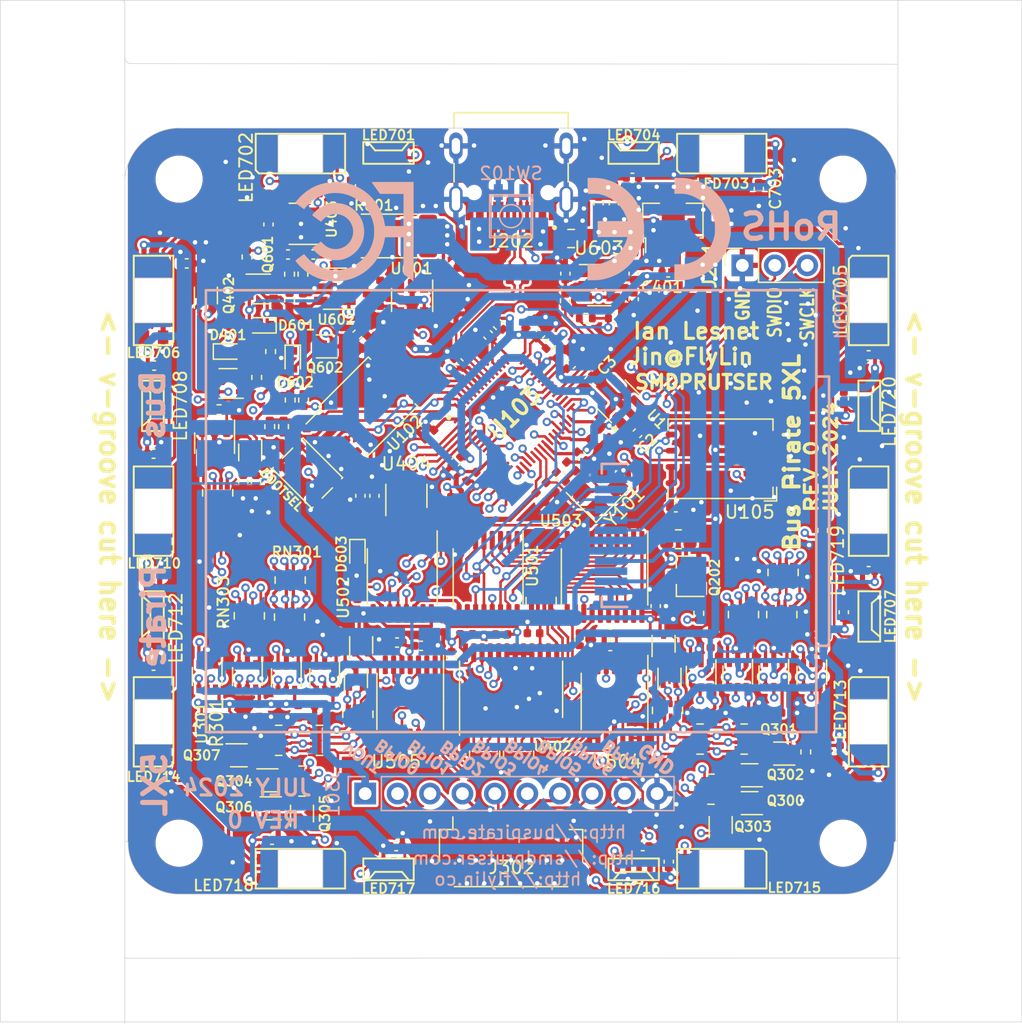
<source format=kicad_pcb>
(kicad_pcb (version 20240108) (generator "pcbnew") (generator_version "8.0")
  (layers (0 "F.Cu" signal) (1 "In1.Cu" signal) (2 "In2.Cu" power) (31 "B.Cu" signal) (34 "B.Paste" user) (35 "F.Paste" user) (36 "B.SilkS" user "B.Silkscreen") (37 "F.SilkS" user "F.Silkscreen") (38 "B.Mask" user) (39 "F.Mask" user) (44 "Edge.Cuts" user))
  (net 0 "")
  (net 1 "GND")
  (net 2 "VREG_VIN")
  (net 3 "VREF_VOUT")
  (net 4 "SWDIO")
  (net 5 "SWCLK")
  (net 6 "BUFDIR0")
  (net 7 "BUFDIR4")
  (net 8 "BPIO0")
  (net 9 "BPIO4")
  (net 10 "BUFDIR1")
  (net 11 "BUFDIR5")
  (net 12 "BPIO1")
  (net 13 "BPIO5")
  (net 14 "BUFDIR2")
  (net 15 "BUFDIR6")
  (net 16 "BPIO2")
  (net 17 "BPIO6")
  (net 18 "BUFDIR3")
  (net 19 "BUFDIR7")
  (net 20 "BPIO3")
  (net 21 "BPIO7")
  (net 22 "BUFIO0")
  (net 23 "BUFIO4")
  (net 24 "BUFIO1")
  (net 25 "BUFIO5")
  (net 26 "BUFIO2")
  (net 27 "BUFIO6")
  (net 28 "BUFIO3")
  (net 29 "BUFIO7")
  (net 30 "USB_D+")
  (net 31 "USB_D-")
  (net 32 "CURRENT_SENSE")
  (net 33 "+3V3")
  (net 34 "+VUSB")
  (net 35 "USB_P")
  (net 36 "USB_N")
  (net 37 "+1V1")
  (net 38 "VREG_OUT")
  (net 39 "DISPLAY_LED-K")
  (net 40 "SPI_CLK")
  (net 41 "SPI_CDO")
  (net 42 "VREG_EN")
  (net 43 "CURRENT_DETECT")
  (net 44 "QSPI_SS")
  (net 45 "AMUX_OUT")
  (net 46 "AMUX_EN")
  (net 47 "SHIFT_EN")
  (net 48 "QSPI_SD3")
  (net 49 "QSPI_SCLK")
  (net 50 "QSPI_SD0")
  (net 51 "QSPI_SD2")
  (net 52 "QSPI_SD1")
  (net 53 "AMUX_S2")
  (net 54 "AMUX_S3")
  (net 55 "AMUX_S1")
  (net 56 "AMUX_S0")
  (net 57 "PULLUP_EN")
  (net 58 "SHIFT_LATCH")
  (net 59 "VREG_ADJ")
  (net 60 "SPI_CDI")
  (net 61 "DISPLAY_DP")
  (net 62 "DISPLAY_CS")
  (net 63 "DISPLAY_RESET")
  (net 64 "DISPLAY_BACKLIGHT")
  (net 65 "CURRENT_RESET")
  (net 66 "CURRENT_EN")
  (net 67 "FLASH_CS")
  (net 68 "RGB_CDO")
  (net 69 "LEDS_CDO")
  (net 70 "Net-(U103-XIN)")
  (net 71 "Net-(U103-XOUT)")
  (net 72 "Net-(U103-ADC_AVDD)")
  (net 73 "Net-(U403-ADJ)")
  (net 74 "Net-(U603-+)")
  (net 75 "Net-(U602-+)")
  (net 76 "Net-(D601-A)")
  (net 77 "Net-(D401-A)")
  (net 78 "Net-(D602-A)")
  (net 79 "Net-(J202-VBUS-PadA4B9)")
  (net 80 "Net-(J202-CC1)")
  (net 83 "Net-(J202-CC2)")
  (net 84 "Net-(LED701-DI)")
  (net 85 "Net-(LED701-DO)")
  (net 86 "Net-(LED702-DI)")
  (net 87 "Net-(LED703-DI)")
  (net 88 "Net-(LED703-DO)")
  (net 89 "Net-(R408-Pad1)")
  (net 90 "Net-(LED706-DI)")
  (net 91 "Net-(LED707-DI)")
  (net 92 "Net-(LED707-DO)")
  (net 93 "Net-(LED708-DI)")
  (net 94 "Net-(LED710-DI)")
  (net 95 "Net-(LED712-DI)")
  (net 96 "Net-(LED713-DO)")
  (net 97 "Net-(LED714-DI)")
  (net 98 "Net-(LED715-DO)")
  (net 99 "Net-(LED716-DO)")
  (net 100 "Net-(LED717-DO)")
  (net 101 "Net-(LED719-DI)")
  (net 102 "Net-(Q202-G)")
  (net 103 "Net-(Q202-D)")
  (net 104 "Net-(Q300-D)")
  (net 105 "Net-(Q301-D)")
  (net 106 "Net-(Q302-D)")
  (net 107 "Net-(Q303-D)")
  (net 108 "Net-(Q304-D)")
  (net 109 "Net-(Q305-D)")
  (net 110 "Net-(Q306-D)")
  (net 111 "Net-(Q307-D)")
  (net 112 "Net-(Q401A-C1)")
  (net 113 "Net-(Q401A-B1)")
  (net 114 "Net-(Q601A-C1)")
  (net 115 "Net-(Q601A-B1)")
  (net 116 "Net-(Q601B-B2)")
  (net 117 "Net-(Q602-G)")
  (net 118 "Net-(SW101-A)")
  (net 119 "Net-(U503-B4)")
  (net 120 "Net-(U404--)")
  (net 121 "Net-(U601-+)")
  (net 122 "Net-(U601--)")
  (net 123 "Net-(RN301D-R1.1)")
  (net 124 "Net-(RN301B-R1.1)")
  (net 125 "Net-(RN301C-R1.1)")
  (net 126 "Net-(RN301A-R1.1)")
  (net 127 "Net-(RN304D-R1.1)")
  (net 128 "Net-(RN304B-R1.1)")
  (net 129 "Net-(RN304C-R1.1)")
  (net 130 "Net-(RN304A-R1.1)")
  (net 131 "Net-(RN306D-R1.1)")
  (net 132 "Net-(RN306B-R1.1)")
  (net 133 "Net-(RN306C-R1.1)")
  (net 134 "Net-(RN306A-R1.1)")
  (net 135 "Net-(RN309D-R1.8)")
  (net 136 "Net-(RN309C-R1.8)")
  (net 137 "Net-(RN309A-R1.8)")
  (net 138 "Net-(RN309B-R1.8)")
  (net 139 "Net-(RN315D-R1.8)")
  (net 140 "Net-(RN315C-R1.8)")
  (net 141 "Net-(RN315A-R1.8)")
  (net 142 "Net-(RN315B-R1.8)")
  (net 143 "Net-(RN400D-R1.1)")
  (net 144 "Net-(RN400B-R1.1)")
  (net 145 "Net-(RN400C-R1.1)")
  (net 146 "Net-(RN400A-R1.1)")
  (net 147 "Net-(RN401D-R1.1)")
  (net 148 "Net-(RN401B-R1.1)")
  (net 149 "Net-(RN401C-R1.1)")
  (net 150 "CURRENT_EN_OVERRIDE")
  (net 151 "Net-(RN401A-R1.1)")
  (net 152 "Net-(RN402D-R1.1)")
  (net 153 "BUTTONS")
  (net 154 "VREG_ADJ_MCU")
  (net 155 "CURRENT_ADJ_MCU")
  (net 156 "Net-(RN402B-R1.1)")
  (net 159 "Net-(U402-COM)")
  (net 160 "Net-(U501-QB)")
  (net 161 "Net-(U501-QC)")
  (net 162 "Net-(U501-QD)")
  (net 163 "Net-(U501-QE)")
  (net 164 "Net-(U501-QH)")
  (net 165 "Net-(U501-QH')")
  (net 166 "Net-(U501-QA)")
  (net 173 "Net-(U506-+)")
  (net 175 "Net-(RN317D-R1.1)")
  (net 176 "Net-(RN317C-R1.1)")
  (net 177 "Net-(RN317B-R1.1)")
  (net 178 "Net-(RN317A-R1.1)")
  (net 179 "Net-(RN318D-R1.1)")
  (net 180 "Net-(RN318C-R1.1)")
  (net 181 "Net-(RN318B-R1.1)")
  (net 182 "Net-(RN318A-R1.1)")
  (net 183 "MUX_BPIO4")
  (net 184 "MUX_BPIO5")
  (net 185 "MUX_BPIO6")
  (net 186 "MUX_BPIO7")
  (net 187 "MUX_BPIO0")
  (net 188 "MUX_BPIO1")
  (net 189 "MUX_BPIO2")
  (net 190 "MUX_BPIO3")
  (net 191 "MUX_VREF_VOUT")
  (net 194 "Net-(U402-I8)")
  (net 195 "Net-(RN402A-R1.1)")
  (net 196 "Net-(LED705-DO)")
  (net 200 "Net-(U103-VREG_AVDD)")
  (net 201 "Net-(C106-Pad1)")
  (footprint "dp-LED:SK6812-mini-e" (layer "F.Cu") (at 113.4 62.1 180)
    (property "Reference" "LED702")
    (property "Value" "SK6812-mini-e")
  )
  (footprint "dp-LED:SK6812-mini-e" (layer "F.Cu") (at 146.4 118.1)
    (property "Reference" "LED715")
    (property "Value" "SK6812-mini-e")
  )
  (footprint "dp-LED:SK6812-mini-e" (layer "F.Cu") (at 101.9 106.6 -90)
    (property "Reference" "LED714")
    (property "Value" "SK6812-mini-e")
  )
  (footprint "dp-LED:SK6812-mini-e" (layer "F.Cu") (at 146.4 62.1 180)
    (property "Reference" "LED703")
    (property "Value" "SK6812-mini-e")
  )
  (footprint "dp-LED:SK6812-mini-e" (layer "F.Cu") (at 157.9 73.6 90)
    (property "Reference" "LED705")
    (property "Value" "SK6812-mini-e")
  )
  (footprint "dp-LED:SK6812-mini-e" (layer "F.Cu") (at 113.4 118.1)
    (property "Reference" "LED718")
    (property "Value" "SK6812-mini-e")
  )
  (footprint "dp-LED:SK6812-mini-e" (layer "F.Cu") (at 101.9 73.6 -90)
    (property "Reference" "LED706")
    (property "Value" "SK6812-mini-e")
  )
  (footprint "dp-LED:SK6812-mini-e" (layer "F.Cu") (at 101.9 90.1 -90)
    (property "Reference" "LED710")
    (property "Value" "SK6812-mini-e")
  )
  (footprint "Capacitor_SMD:C_0402_1005Metric" (layer "F.Cu") (at 145.7 68.2 90)
    (property "Reference" "C402" (hide yes))
    (property "Value" "4.7uF")
  )
  (footprint "Capacitor_SMD:C_0402_1005Metric" (layer "F.Cu") (at 151.405 100.225 -90)
    (property "Reference" "C313" (hide yes))
    (property "Value" "0.1uF")
  )
  (footprint "Capacitor_SMD:C_0402_1005Metric" (layer "F.Cu") (at 145.53 100.3 -90)
    (property "Reference" "C308" (hide yes))
    (property "Value" "0.1uF")
  )
  (footprint "Capacitor_SMD:C_0402_1005Metric" (layer "F.Cu") (at 150.6 105.9 180)
    (property "Reference" "C315" (hide yes))
    (property "Value" "0.1uF")
  )
  (footprint "Capacitor_SMD:C_0402_1005Metric" (layer "F.Cu") (at 107.03 105.7 -90)
    (property "Reference" "C304" (hide yes))
    (property "Value" "0.1uF")
  )
  (footprint "Capacitor_SMD:C_0402_1005Metric" (layer "F.Cu") (at 126.395574 99.727186 180)
    (property "Reference" "C403" (hide yes))
    (property "Value" "0.1uF")
  )
  (footprint "Capacitor_SMD:C_0402_1005Metric" (layer "F.Cu") (at 154.38 100.25 -90)
    (property "Reference" "C314" (hide yes))
    (property "Value" "0.1uF")
  )
  (footprint "Capacitor_SMD:C_0402_1005Metric" (layer "F.Cu") (at 148.43 100.25 -90)
    (property "Reference" "C309" (hide yes))
    (property "Value" "0.1uF")
  )
  (footprint "Capacitor_SMD:C_0402_1005Metric" (layer "F.Cu") (at 131.4 75.4 45)
    (property "Reference" "C112" (hide yes))
    (property "Value" "0.1uF")
  )
  (footprint "Capacitor_SMD:C_0402_1005Metric" (layer "F.Cu") (at 132.2 76.2 45)
    (property "Reference" "C109" (hide yes))
    (property "Value" "2.2uF")
  )
  (footprint "Capacitor_SMD:C_0402_1005Metric" (layer "F.Cu") (at 126.8 87.4 -135)
    (property "Reference" "C114" (hide yes))
    (property "Value" "0.1uF")
  )
  (footprint "Capacitor_SMD:C_0402_1005Metric" (layer "F.Cu") (at 137.2 84 -45)
    (property "Reference" "C110" (hide yes))
    (property "Value" "0.1uF")
  )
  (footprint "MountingHole:MountingHole_3.2mm_M3" (layer "F.Cu") (at 155.9 116.1)
    (property "Reference" "H3" (hide yes))
    (property "Value" "MountingHole")
  )
  (footprint "Capacitor_SMD:C_0402_1005Metric" (layer "F.Cu") (at 132.2 89 -45)
    (property "Reference" "C111" (hide yes))
    (property "Value" "0.1uF")
  )
  (footprint "Capacitor_SMD:C_0402_1005Metric" (layer "F.Cu") (at 123.5 84.1 -135)
    (property "Reference" "C113" (hide yes))
    (property "Value" "0.1uF")
  )
  (footprint "Capacitor_SMD:C_0402_1005Metric" (layer "F.Cu") (at 118.6 77 -135)
    (property "Reference" "C103" (hide yes))
    (property "Value" "0.1uF")
  )
  (footprint "MountingHole:MountingHole_3.2mm_M3" (layer "F.Cu") (at 155.9 64.1 -90)
    (property "Reference" "H2" (hide yes))
    (property "Value" "MountingHole")
  )
  (footprint "Capacitor_SMD:C_0402_1005Metric" (layer "F.Cu") (at 134.6 86.6 135)
    (property "Reference" "C106")
    (property "Value" "15pF")
  )
  (footprint "Capacitor_SMD:C_0402_1005Metric" (layer "F.Cu") (at 125.6 86.2 -135)
    (property "Reference" "C118" (hide yes))
    (property "Value" "0.1uF")
  )
  (footprint "MountingHole:MountingHole_3.2mm_M3" (layer "F.Cu") (at 103.9 64.1 -90)
    (property "Reference" "H1" (hide yes))
    (property "Value" "MountingHole")
  )
  (footprint "MountingHole:MountingHole_3.2mm_M3" (layer "F.Cu") (at 103.9 116.1 -90)
    (property "Reference" "H4" (hide yes))
    (property "Value" "MountingHole")
  )
  (footprint "Package_TO_SOT_SMD:SOT-363_SC-70-6" (layer "F.Cu") (at 106.1 103.05 -90)
    (property "Reference" "U301")
    (property "Value" "AiP74LVC1T45GC363.TR")
  )
  (footprint "Package_TO_SOT_SMD:SOT-363_SC-70-6" (layer "F.Cu") (at 115.3 103.15 -90)
    (property "Reference" "U304" (hide yes))
    (property "Value" "AiP74LVC1T45GC363.TR")
  )
  (footprint "Package_TO_SOT_SMD:SOT-363_SC-70-6" (layer "F.Cu") (at 144.78 102.954668 -90)
    (property "Reference" "U305" (hide yes))
    (property "Value" "AiP74LVC1T45GC363.TR")
  )
  (footprint "Package_TO_SOT_SMD:SOT-363_SC-70-6" (layer "F.Cu") (at 150.475 102.925 -90)
    (property "Reference" "U307" (hide yes))
    (property "Value" "AiP74LVC1T45GC363.TR" (hide yes))
  )
  (footprint "Resistor_SMD:R_0402_1005Metric" (layer "F.Cu") (at 129.8 71.54 90)
    (property "Reference" "R203" (hide yes))
    (property "Value" "22R")
  )
  (footprint "Resistor_SMD:R_0402_1005Metric" (layer "F.Cu") (at 131 71.54 90)
    (property "Reference" "R202" (hide yes))
    (property "Value" "22R")
  )
  (footprint "Resistor_SMD:R_0402_1005Metric" (layer "F.Cu") (at 124 64.78 90)
    (property "Reference" "R204" (hide yes))
    (property "Value" "5.1K")
  )
  (footprint "Inductor_SMD:L_0805_2012Metric" (layer "F.Cu") (at 134.6 68.75 180)
    (property "Reference" "L201" (hide yes))
    (property "Value" "1.5A")
  )
  (footprint "Capacitor_SMD:C_0402_1005Metric" (layer "F.Cu") (at 157.9 77.9)
    (property "Reference" "C705" (hide yes))
    (property "Value" "0.1uF")
  )
  (footprint "Capacitor_SMD:C_0402_1005Metric" (layer "F.Cu") (at 101.95 78.7 180)
    (property "Reference" "C708" (hide yes))
    (property "Value" "0.1uF")
  )
  (footprint "Capacitor_SMD:C_0402_1005Metric" (layer "F.Cu") (at 139.4 64)
    (property "Reference" "C704" (hide yes))
    (property "Value" "0.1uF")
  )
  (footprint "Capacitor_SMD:C_0402_1005Metric" (layer "F.Cu") (at 104.5 70.7 180)
    (property "Reference" "C706" (hide yes))
    (property "Value" "0.1uF")
  )
  (footprint "Capacitor_SMD:C_0402_1005Metric" (layer "F.Cu") (at 101.9 85.6 180)
    (property "Reference" "C710" (hide yes))
    (property "Value" "0.1uF")
  )
  (footprint "Capacitor_SMD:C_0402_1005Metric" (layer "F.Cu") (at 101.9 95.1 180)
    (property "Reference" "C712" (hide yes))
    (property "Value" "0.1uF")
  )
  (footprint "Capacitor_SMD:C_0402_1005Metric" (layer "F.Cu") (at 149.3 64.85 90)
    (property "Reference" "C703")
    (property "Value" "0.1uF")
  )
  (footprint "Capacitor_SMD:C_0402_1005Metric" (layer "F.Cu") (at 120.85 64.78 90)
    (property "Reference" "C701" (hide yes))
    (property "Value" "0.1uF")
  )
  (footprint "Capacitor_SMD:C_0402_1005Metric" (layer "F.Cu") (at 133.8 77.8 45)
    (property "Reference" "C117" (hide yes))
    (property "Value" "0.1uF")
  )
  (footprint "Resistor_SMD:R_0402_1005Metric" (layer "F.Cu") (at 133 77 -135)
    (property "Reference" "R103" (hide yes))
    (property "Value" "200R")
  )
  (footprint "Capacitor_SMD:C_0402_1005Metric" (layer "F.Cu") (at 117.857538 76.257538 -135)
    (property "Reference" "C104" (hide yes))
    (property "Value" "2.2uF")
  )
  (footprint "qfn60:QFN40P700X700X80-61N-D" (layer "F.Cu") (at 130.161047 82.43 45)
    (property "Reference" "U103")
    (property "Value" "ESPx" (hide yes))
  )
  (footprint "Capacitor_SMD:C_0402_1005Metric" (layer "F.Cu") (at 136.75 66 -90)
    (property "Reference" "C202" (hide yes))
    (property "Value" "4.7uF")
  )
  (footprint "Capacitor_SMD:C_0402_1005Metric" (layer "F.Cu") (at 137.95 66 -90)
    (property "Reference" "C201" (hide yes))
    (property "Value" "4.7uF")
  )
  (footprint "Capacitor_SMD:C_0402_1005Metric" (layer "F.Cu") (at 129.158596 99.73719)
    (property "Reference" "C501" (hide yes))
    (property "Value" "0.1uF")
  )
  (footprint "Package_SO:TSSOP-16_4.4x5mm_P0.65mm" (layer "F.Cu") (at 128.1 95.25 -90)
    (property "Reference" "U501")
    (property "Value" "AIP74HC595TA")
  )
  (footprint "Capacitor_SMD:C_0402_1005Metric" (layer "F.Cu") (at 134.6 78.6 45)
    (property "Reference" "C116" (hide yes))
    (property "Value" "0.1uF")
  )
  (footprint "Resistor_SMD:R_Array_Convex_4x0402" (layer "F.Cu") (at 112.55 98.4 90)
    (property "Reference" "RN302" (hide yes))
    (property "Value" "100K")
  )
  (footprint "Resistor_SMD:R_0805_2012Metric" (layer "F.Cu") (at 143 92.3 180)
    (property "Reference" "R209" (hide yes))
    (property "Value" "33R")
  )
  (footprint "Resistor_SMD:R_Array_Convex_4x0402" (layer "F.Cu") (at 151.1 98.2 90)
    (property "Reference" "RN307" (hide yes))
    (property "Value" "100K")
  )
  (footprint "Package_SO:SOP-8_5.28x5.23mm_P1.27mm" (layer "F.Cu") (at 118.7 81.9 45)
    (property "Reference" "U102")
    (property "Value" "W25Q128JVSIQ")
  )
  (footprint "Resistor_SMD:R_0402_1005Metric" (layer "F.Cu") (at 112.08 83.48 -90)
    (property "Reference" "R101" (hide yes))
    (property "Value" "1K")
  )
  (footprint "Fiducial:Fiducial_1mm_Mask2mm" (layer "F.Cu") (at 158.6 68.05 -90)
    (property "Reference" "FID1" (hide yes))
    (property "Value" "Fiducial")
  )
  (footprint "Fiducial:Fiducial_1mm_Mask2mm" (layer "F.Cu") (at 101.05 112.3 -90)
    (property "Reference" "FID2" (hide yes))
    (property "Value" "Fiducial")
  )
  (footprint "Capacitor_SMD:C_0402_1005Metric" (layer "F.Cu") (at 142.247961 117.550141 -90)
    (property "Reference" "C715" (hide yes))
    (property "Value" "0.1uF")
  )
  (footprint "Capacitor_SMD:C_0402_1005Metric" (layer "F.Cu") (at 101.9 102.2 180)
    (property "Reference" "C714" (hide yes))
    (property "Value" "0.1uF")
  )
  (footprint "Capacitor_SMD:C_0402_1005Metric" (layer "F.Cu") (at 140.208 116.332 180)
    (property "Reference" "C716" (hide yes))
    (property "Value" "0.1uF")
  )
  (footprint "Capacitor_SMD:C_0402_1005Metric" (layer "F.Cu") (at 120.904 116.332 180)
    (property "Reference" "C717" (hide yes))
    (property "Value" "0.1uF")
  )
  (footprint "Capacitor_SMD:C_0402_1005Metric" (layer "F.Cu") (at 111.179494 115.831572 180)
    (property "Reference" "C718" (hide yes))
    (property "Value" "0.1uF")
  )
  (footprint "Capacitor_SMD:C_0402_1005Metric" (layer "F.Cu") (at 124.627951 99.078197 90)
    (property "Reference" "C502" (hide yes))
    (property "Value" "0.1uF")
  )
  (footprint "Capacitor_SMD:C_0402_1005Metric" (layer "F.Cu") (at 142.2 71.4 180)
    (property "Reference" "C401")
    (property "Value" "4.7uF")
  )
  (footprint "Connector_PinSocket_2.54mm:PinSocket_1x03_P2.54mm_Vertical" (layer "F.Cu") (at 148.01 70.85 90)
    (property "Reference" "J201")
    (property "Value" "Conn_01x03")
  )
  (footprint "Resistor_SMD:R_0402_1005Metric" (layer "F.Cu") (at 111 83.48 90)
    (property "Reference" "R102" (hide yes))
    (property "Value" "DNF")
  )
  (footprint "Fiducial:Fiducial_1mm_Mask2mm" (layer "F.Cu") (at 108 67.5)
    (property "Reference" "FID4" (hide yes))
    (property "Value" "Fiducial")
  )
  (footprint "Fiducial:Fiducial_1mm_Mask2mm" (layer "F.Cu") (at 150.4 78.5)
    (property "Reference" "FID5" (hide yes))
    (property "Value" "Fiducial")
  )
  (footprint "Fiducial:Fiducial_1mm_Mask2mm" (layer "F.Cu") (at 158.55 112.15)
    (property "Reference" "FID3" (hide yes))
    (property "Value" "Fiducial")
  )
  (footprint "Capacitor_SMD:C_0402_1005Metric" (layer "F.Cu") (at 155.65 108.95 90)
    (property "Reference" "C713" (hide yes))
    (property "Value" "0.1uF")
  )
  (footprint "Resistor_SMD:R_0402_1005Metric" (layer "F.Cu") (at 122.8 64.8 90)
    (property "Reference" "R201" (hide yes))
    (property "Value" "5.1K")
  )
  (footprint "Connector_JST:JST_SH_SM09B-SRSS-TB_1x09-1MP_P1.00mm_Horizontal" (layer "F.Cu") (at 129.9 116.82)
    (property "Reference" "J302")
    (property "Value" "Conn_01x09")
  )
  (footprint "Package_SO:TSSOP-20_4.4x6.5mm_P0.65mm" (layer "F.Cu") (at 137.22 95.25 -90)
    (property "Reference" "U503")
    (property "Value" "AIP74HCT245TA")
  )
  (footprint "Capacitor_SMD:C_0402_1005Metric" (layer "F.Cu") (at 119.2 88.9 -90)
    (property "Reference" "C406" (hide yes))
    (property "Value" "0.1uF")
  )
  (footprint "Crystal:Crystal_SMD_3225-4Pin_3.2x2.5mm" (layer "F.Cu") (at 136.8 88.4 45)
    (property "Reference" "Y101")
    (property "Value" "12Mhz")
  )
  (footprint "Resistor_SMD:R_0402_1005Metric" (layer "F.Cu") (at 117.8645 96.52 90)
    (property "Reference" "R501" (hide yes))
    (property "Value" "10K")
  )
  (footprint "Resistor_SMD:R_0402_1005Metric" (layer "F.Cu") (at 131.657023 99.660448)
    (property "Reference" "R402" (hide yes))
    (property "Value" "10K")
  )
  (footprint "Capacitor_SMD:C_0402_1005Metric" (layer "F.Cu") (at 118.1 88.9 90)
    (property "Reference" "C405" (hide yes))
    (property "Value" "2.2uF")
  )
  (footprint "Resistor_SMD:R_0402_1005Metric" (layer "F.Cu") (at 124.7 90.1)
    (property "Reference" "R406" (hide yes))
    (property "Value" "10K")
  )
  (footprint "Capacitor_SMD:C_0402_1005Metric" (layer "F.Cu") (at 136.4 84.8 -45)
    (property "Reference" "C115" (hide yes))
    (property "Value" "0.1uF")
  )
  (footprint "Package_TO_SOT_SMD:SOT-23" (layer "F.Cu") (at 143.6 95.2 180)
    (property "Reference" "Q202")
    (property "Value" "MMBT7002K")
  )
  (footprint "Capacitor_SMD:C_0402_1005Metric" (layer "F.Cu") (at 133 88.2 -45)
    (property "Reference" "C105" (hide yes))
    (property "Value" "15pF")
  )
  (footprint "Button_Switch_SMD:SW_SPST_PTS810" (layer "F.Cu") (at 113.95 87.12 -45)
    (property "Reference" "SW101" (hide yes))
    (property "Value" "SW_SPST")
  )
  (footprint "Diode_SMD:D_SOD-523" (layer "F.Cu") (at 110.35 75.55 180)
    (property "Reference" "D601")
    (property "Value" "1N4148WT")
  )
  (footprint "Capacitor_SMD:C_0402_1005Metric" (layer "F.Cu") (at 155.956 98.016 -90)
    (property "Reference" "C707" (hide yes))
    (property "Value" "0.1uF")
  )
  (footprint "Capacitor_SMD:C_0402_1005Metric" (layer "F.Cu") (at 125.1 74.65)
    (property "Reference" "C601" (hide yes))
    (property "Value" "2.2uF")
  )
  (footprint "Capacitor_SMD:C_0402_1005Metric" (layer "F.Cu") (at 125.085 73.55 180)
    (property "Reference" "C602" (hide yes))
    (property "Value" "0.1uF")
  )
  (footprint "Resistor_SMD:R_0402_1005Metric" (layer "F.Cu") (at 113.42 64.75 90)
    (property "Reference" "R405" (hide yes))
    (property "Value" "33K")
  )
  (footprint "Resistor_SMD:R_0402_1005Metric" (layer "F.Cu") (at 109.98 79.63 90)
    (property "Reference" "R410" (hide yes))
    (property "Value" "10K")
  )
  (footprint "Resistor_SMD:R_0402_1005Metric" (layer "F.Cu") (at 111.07 77.6 -90)
    (property "Reference" "R409" (hide yes))
    (property "Value" "33K")
  )
  (footprint "Resistor_SMD:R_0402_1005Metric" (layer "F.Cu") (at 109.98 77.6 -90)
    (property "Reference" "R408" (hide yes))
    (property "Value" "33K")
  )
  (footprint "Resistor_SMD:R_0402_1005Metric" (layer "F.Cu") (at 111.07 79.63 90)
    (property "Reference" "R412" (hide yes))
    (property "Value" "100K")
  )
  (footprint "Resistor_SMD:R_0402_1005Metric" (layer "F.Cu") (at 109.22 70.2 -90)
    (property "Reference" "R611" (hide yes))
    (property "Value" "10K")
  )
  (footprint "Resistor_SMD:R_0402_1005Metric" (layer "F.Cu") (at 112.55 73.56 90)
    (property "Reference" "R609" (hide yes))
    (property "Value" "10K")
  )
  (footprint "Resistor_SMD:R_0402_1005Metric" (layer "F.Cu") (at 112.55 71.54 -90)
    (property "Reference" "R608" (hide yes))
    (property "Value" "200R")
  )
  (footprint "Capacitor_SMD:C_0402_1005Metric" (layer "F.Cu") (at 114.41 70 180)
    (property "Reference" "C404" (hide yes))
    (property "Value" "4.7uF")
  )
  (footprint "Resistor_SMD:R_0402_1005Metric" (layer "F.Cu") (at 111.99 64.75 -90)
    (property "Reference" "R403" (hide yes))
    (property "Value" "102K")
  )
  (footprint "Resistor_SMD:R_0402_1005Metric" (layer "F.Cu") (at 119.63 73.56 90)
    (property "Reference" "R605" (hide yes))
    (property "Value" "33K")
  )
  (footprint "Resistor_SMD:R_2512_6332Metric_Pad1.40x3.35mm_HandSolder" (layer "F.Cu") (at 120.35 68.55 180)
    (property "Reference" "R601")
    (property "Value" "0R2")
  )
  (footprint "Resistor_SMD:R_0402_1005Metric" (layer "F.Cu") (at 124.6 71.54 90)
    (property "Reference" "R602" (hide yes))
    (property "Value" "1K")
  )
  (footprint "Resistor_SMD:R_0402_1005Metric" (layer "F.Cu") (at 125.7 71.55 -90)
    (property "Reference" "R604" (hide yes))
    (property "Value" "33K")
  )
  (footprint "Resistor_SMD:R_0402_1005Metric" (layer "F.Cu") (at 118.6 73.56 -90)
    (property "Reference" "R606" (hide yes))
    (property "Value" "10K")
  )
  (footprint "Capacitor_SMD:C_0402_1005Metric" (layer "F.Cu") (at 118.6 71.55 -90)
    (property "Reference" "C603" (hide yes))
    (property "Value" "DNF")
  )
  (footprint "Capacitor_SMD:C_0402_1005Metric" (layer "F.Cu") (at 113.6 73.56 90)
    (property "Reference" "C605" (hide yes))
    (property "Value" "0.1uF")
  )
  (footprint "Resistor_SMD:R_0402_1005Metric" (layer "F.Cu") (at 119.65 71.54 90)
    (property "Reference" "R603" (hide yes))
    (property "Value" "1K")
  )
  (footprint "Resistor_SMD:R_0402_1005Metric" (layer "F.Cu") (at 113.6 71.54 90)
    (property "Reference" "R610" (hide yes))
    (property "Value" "10K")
  )
  (footprint "Capacitor_SMD:C_0402_1005Metric" (layer "F.Cu") (at 117.35 64.65 90)
    (property "Reference" "C702" (hide yes))
    (property "Value" "0.1uF")
  )
  (footprint "Package_TO_SOT_SMD:SOT-523" (layer "F.Cu") (at 106 73.21 90)
    (property "Reference" "Q402")
    (property "Value" "SI2301")
  )
  (footprint "Resistor_SMD:R_0402_1005Metric" (layer "F.Cu") (at 112.6 81.4 -90)
    (property "Reference" "R613" (hide yes))
    (property "Value" "10K")
  )
  (footprint "Resistor_SMD:R_0402_1005Metric" (layer "F.Cu") (at 113.65 81.4 -90)
    (property "Reference" "R612" (hide yes))
    (property "Value" "200R")
  )
  (footprint "Capacitor_SMD:C_0402_1005Metric" (layer "F.Cu") (at 112.43 70)
    (property "Reference" "C407" (hide yes))
    (property "Value" "4.7uF")
  )
  (footprint "Resistor_SMD:R_0402_1005Metric" (layer "F.Cu") (at 114.85 64.75 90)
    (property "Reference" "R401" (hide yes))
    (property "Value" "100K")
  )
  (footprint "Package_TO_SOT_SMD:SOT-23-5" (layer "F.Cu") (at 113.42 67.6 180)
    (property "Reference" "U403")
    (property "Value" "AP2127")
  )
  (footprint "Package_TO_SOT_SMD:SOT-363_SC-70-6" (layer "F.Cu") (at 110.35 72.7)
    (property "Reference" "Q601")
    (property "Value" "MMDT3906")
  )
  (footprint "Package_TO_SOT_SMD:SOT-363_SC-70-6" (layer "F.Cu") (at 107.73 80.1 180)
    (property "Reference" "Q401" (hide yes))
    (property "Value" "BCM857")
  )
  (footprint "Diode_SMD:D_SOD-523" (layer "F.Cu") (at 107.73 77.6)
    (property "Reference" "D401")
    (property "Value" "1N4148WT")
  )
  (footprint "Resistor_SMD:R_Array_Convex_4x0402" (layer "F.Cu") (at 144.7 107.95)
    (property "Reference" "RN309" (hide yes))
    (property "Value" "120R")
  )
  (footprint "Package_SO:TSSOP-24_4.4x7.8mm_P0.65mm" (layer "F.Cu") (at 129.9 104.05 90)
    (property "Reference" "U402")
    (property "Value" "CD4067")
  )
  (footprint "Package_TO_SOT_SMD:SOT-363_SC-70-6" (layer "F.Cu") (at 147.648865 102.927768 -90)
    (property "Reference" "U306" (hide yes))
    (property "Value" "AiP74LVC1T45GC363.TR")
  )
  (footprint "Capacitor_SMD:C_0402_1005Metric" (layer "F.Cu") (at 145 105.9 180)
    (property "Reference" "C311" (hide yes))
    (property "Value" "0.1uF")
  )
  (footprint "Resistor_SMD:R_0402_1005Metric" (layer "F.Cu") (at 144.6 98.1 90)
    (property "Reference" "R208" (hide yes))
    (property "Value" "200R")
  )
  (footprint "Capacitor_SMD:C_0402_1005Metric" (layer "F.Cu") (at 148 105.9 180)
    (property "Reference" "C312" (hide yes))
    (property "Value" "0.1uF")
  )
  (footprint "Resistor_SMD:R_Array_Convex_4x0402" (layer "F.Cu") (at 109.4 98.3 90)
    (property "Reference" "RN303")
    (property "Value" "100K")
  )
  (footprint "Capacitor_SMD:C_0402_1005Metric" (layer "F.Cu") (at 141.224 97.536 -90)
    (property "Reference" "C503" (hide yes))
    (property "Value" "0.1uF")
  )
  (footprint "Package_TO_SOT_SMD:SOT-363_SC-70-6" (layer "F.Cu") (at 112.3 103.15 -90)
    (property "Reference" "U303" (hide yes))
    (property "Value" "AiP74LVC1T45GC363.TR")
  )
  (footprint "Resistor_SMD:R_Array_Convex_4x0402" (layer "F.Cu") (at 148.1 98.2 90)
    (property "Reference" "RN308" (hide yes))
    (property "Value" "100K")
  )
  (footprint "Resistor_SMD:R_Array_Convex_4x0402" (layer "F.Cu") (at 112.6 95.5 90)
    (property "Reference" "RN301")
    (property "Value" "330R")
  )
  (footprint "Package_TO_SOT_SMD:SOT-363_SC-70-6" (layer "F.Cu") (at 109.25 103.05 -90)
    (property "Reference" "U302" (hide yes))
    (property "Value" "AiP74LVC1T45GC363.TR")
  )
  (footprint "Capacitor_SMD:C_0402_1005Metric" (layer "F.Cu") (at 113.23 105.8 -90)
    (property "Reference" "C306" (hide yes))
    (property "Value" "0.1uF")
  )
  (footprint "Capacitor_SMD:C_0402_1005Metric" (layer "F.Cu") (at 116.2 100.3 -90)
    (property "Reference" "C307" (hide yes))
    (property "Value" "0.1uF")
  )
  (footprint "Capacitor_SMD:C_0402_1005Metric" (layer "F.Cu") (at 107.03 100.35 -90)
    (property "Reference" "C301" (hide yes))
    (property "Value" "0.1uF")
  )
  (footprint "Capacitor_SMD:C_0402_1005Metric" (layer "F.Cu") (at 110.18 100.35 -90)
    (property "Reference" "C302" (hide yes))
    (property "Value" "0.1uF")
  )
  (footprint "Capacitor_SMD:C_0402_1005Metric" (layer "F.Cu") (at 110.18 105.7 -90)
    (property "Reference" "C305" (hide yes))
    (property "Value" "0.1uF")
  )
  (footprint "Capacitor_SMD:C_0402_1005Metric" (layer "F.Cu") (at 113.23 100.45 -90)
    (property "Reference" "C303" (hide yes))
    (property "Value" "0.1uF")
  )
  (footprint "Resistor_SMD:R_Array_Convex_4x0402" (layer "F.Cu") (at 151.2 94.9 90)
    (property "Reference" "RN306" (hide yes))
    (property "Value" "330R")
  )
  (footprint "Resistor_SMD:R_Array_Convex_4x0402" (layer "F.Cu") (at 111.7 108.05 180)
    (property "Reference" "RN304" (hide yes))
    (property "Value" "1M")
  )
  (footprint "Package_TO_SOT_SMD:SOT-363_SC-70-6" (layer "F.Cu") (at 153.45 102.95 -90)
    (property "Reference" "U308" (hide yes))
    (property "Value" "AiP74LVC1T45GC363.TR")
  )
  (footprint "dp-LED:SK6812-mini-e" (layer "F.Cu") (at 157.9 106.6 90)
    (property "Reference" "LED713")
    (property "Value" "SK6812-mini-e")
  )
  (footprint "usb-c:HRO_TYPE-C-31-M-12" (layer "F.Cu") (at 129.9 61.5 180)
    (property "Reference" "J202")
    (property "Value" "TYPE-C-31-M-12")
  )
  (footprint "Package_SO:TSSOP-16_4.4x5mm_P0.65mm" (layer "F.Cu") (at 121.3755 95.25 -90)
    (property "Reference" "U502")
    (property "Value" "AIP74HC595TA")
  )
  (footprint "Capacitor_SMD:C_0402_1005Metric" (layer "F.Cu") (at 153.7 105.9 180)
    (property "Reference" "C316" (hide yes))
    (property "Value" "0.1uF")
  )
  (footprint "dp-LED:SK6812-side-a_b" (layer "F.Cu") (at 157.9 98.35 90)
    (property "Reference" "LED707")
    (property "Value" "SK6812-side-a_b")
  )
  (footprint "dp-LED:SK6812-side-a_b" (layer "F.Cu") (at 139.5 118.1)
    (property "Reference" "LED716")
    (property "Value" "SK6812-side-a_b")
  )
  (footprint "dp-LED:SK6812-side-a_b" (layer "F.Cu") (at 120.3 118.1)
    (property "Reference" "LED717")
    (property "Value" "SK6812-side-a_b")
  )
  (footprint "dp-LED:SK6812-side-a_b" (layer "F.Cu") (at 101.9 98.35 -90)
    (property "Reference" "LED712")
    (property "Value" "SK6812-side-a_b")
  )
  (footprint "dp-LED:SK6812-side-a_b" (layer "F.Cu") (at 101.9 81.85 -90)
    (property "Reference" "LED708")
    (property "Value" "SK6812-side-a_b")
  )
  (footprint "dp-LED:SK6812-side-a_b" (layer "F.Cu") (at 120.3 62.1 180)
    (property "Reference" "LED701")
    (property "Value" "SK6812-side-a_b")
  )
  (footprint "dp-LED:SK6812-side-a_b" (layer "F.Cu") (at 139.5 62.1 180)
    (property "Reference" "LED704")
    (property "Value" "SK6812-side-a_b")
  )
  (footprint "Resistor_SMD:R_Array_Convex_4x0402" (layer "F.Cu") (at 132.25 97.1 90)
    (property "Reference" "RN315" (hide yes))
    (property "Value" "510R")
  )
  (footprint "Resistor_SMD:R_Array_Convex_4x0402" (layer "F.Cu") (at 148.15 107.95)
    (property "Reference" "RN310" (hide yes))
    (property "Value" "1M")
  )
  (footprint "Resistor_SMD:R_Array_Convex_4x0402" (layer "F.Cu") (at 114.9 108.05 180)
    (property "Reference" "RN305" (hide yes))
    (property "Value" "120R")
  )
  (footprint "Resistor_SMD:R_0402_1005Metric" (layer "F.Cu") (at 135.275327 100.1301 90)
    (property "Reference" "R316" (hide yes))
    (property "Value" "510R")
  )
  (footprint "Capacitor_SMD:C_0402_1005Metric" (layer "F.Cu") (at 115 105.35 180)
    (property "Reference" "C310" (hide yes))
    (property "Value" "0.1uF")
  )
  (footprint "Diode_SMD:D_SOD-523" (layer "F.Cu") (at 117.8645 93.472 -90)
    (property "Reference" "D603")
    (property "Value" "1N4148WT")
  )
  (footprint "Package_TO_SOT_SMD:SOT-523" (layer "F.Cu") (at 115.3 77.2 180)
    (property "Reference" "Q602")
    (property "Value" "SI2301")
  )
  (footprint "Capacitor_SMD:C_0402_1005Metric" (layer "F.Cu") (at 139.5 71.5 90)
    (property "Reference" "C413" (hide yes))
    (property "Value" "2.2uF")
  )
  (footprint "Capacitor_SMD:C_0402_1005Metric" (layer "F.Cu") (at 139.5 73.5 90)
    (property "Reference" "C414" (hide yes))
    (property "Value" "0.1uF")
  )
  (footprint "Capacitor_SMD:C_0402_1005Metric" (layer "F.Cu") (at 134.15 71.5 -90)
    (property "Reference" "C415" (hide yes))
    (property "Value" "0.1uF")
  )
  (footprint "Capacitor_SMD:C_0402_1005Metric" (layer "F.Cu") (at 138 75 180)
    (property "Reference" "C416" (hide yes))
    (property "Value" "0.1uF")
  )
  (footprint "Resistor_SMD:R_0402_1005Metric" (layer "F.Cu") (at 134.15 73.62 -90)
    (property "Reference" "R414" (hide yes))
    (property "Value" "10K")
  )
  (footprint "Resistor_SMD:R_0402_1005Metric" (layer "F.Cu") (at 135.75 75 180)
    (property "Reference" "R415" (hide yes))
    (property "Value" "10K")
  )
  (footprint "Package_TO_SOT_SMD:SOT-89-3" (layer "F.Cu") (at 142.57 67.65 90)
    (property "Reference" "U401")
    (property "Value" "ME6211A33PG-N")
  )
  (footprint "Capacitor_SMD:C_0402_1005Metric" (layer "F.Cu") (at 110.9 67.65 90)
    (property "Reference" "C408" (hide yes))
    (property "Value" "120pF")
  )
  (footprint "Resistor_SMD:R_0402_1005Metric" (layer "F.Cu") (at 110.9 65.7 90)
    (property "Reference" "R404" (hide yes))
    (property "Value" "133K")
  )
  (footprint "Diode_SMD:D_SOD-523" (layer "F.Cu") (at 112.8 78.25 -90)
    (property "Reference" "D602")
    (property "Value" "1N4148WT")
  )
  (footprint "Package_TO_SOT_SMD:SOT-23-5" (layer "F.Cu") (at 116.1 72.68 180)
    (property "Reference" "U602")
    (property "Value" "LMV331")
  )
  (footprint "Package_TO_SOT_SMD:SOT-523" (layer "F.Cu") (at 151.12 109.085 180)
    (property "Reference" "Q301")
    (property "Value" "SI2301")
  )
  (footprint "Package_TO_SOT_SMD:SOT-523" (layer "F.Cu") (at 148.58 110.784269 180)
    (property "Reference" "Q302")
    (property "Value" "SI2301")
  )
  (footprint "Package_TO_SOT_SMD:SOT-523" (layer "F.Cu") (at 146.312 114.671 90)
    (property "Reference" "Q303")
    (property "Value" "SI2301")
  )
  (footprint "Resistor_SMD:R_0402_1005Metric" (layer "F.Cu") (at 152.977573 108.956257 90)
    (property "Reference" "R313" (hide yes))
    (property "Value" "10K")
  )
  (footprint "Package_TO_SOT_SMD:SOT-523" (layer "F.Cu") (at 148.581608 112.96611 180)
    (property "Reference" "Q300")
    (property "Value" "SI2301")
  )
  (footprint "Resistor_SMD:R_Array_Convex_4x0402" (layer "F.Cu") (at 145.55 111.875)
    (property "Reference" "RN311" (hide yes))
    (property "Value" "10K")
  )
  (footprint "Resistor_SMD:R_Array_Convex_4x0402" (layer "F.Cu") (at 113.53 111.24 180)
    (property "Reference" "RN312" (hide yes))
    (property "Value" "10K")
  )
  (footprint "Package_TO_SOT_SMD:SOT-523" (layer "F.Cu") (at 110.992709 111.17921)
    (property "Reference" "Q304")
    (property "Value" "SI2301")
  )
  (footprint "Package_TO_SOT_SMD:SOT-523" (layer "F.Cu") (at 113.525614 113.783421 90)
    (property "Reference" "Q305")
    (property "Value" "SI2301")
  )
  (footprint "Package_TO_SOT_SMD:SOT-523" (layer "F.Cu") (at 111.250195 113.373968)
    (property "Reference" "Q306")
    (property "Value" "SI2301")
  )
  (footprint "Package_TO_SOT_SMD:SOT-523" (layer "F.Cu") (at 108.575 109.22)
    (property "Reference" "Q307")
    (property "Value" "SI2301")
  )
  (footprint "Resistor_SMD:R_Array_Convex_4x0402" (layer "F.Cu") (at 130.49 109.15 -90)
    (property "Reference" "RN400" (hide yes))
    (property "Value" "510R")
  )
  (footprint "Resistor_SMD:R_Array_Convex_4x0402" (layer "F.Cu") (at 127.83 109.15 -90)
    (property "Reference" "RN401" (hide yes))
    (property "Value" "510R")
  )
  (footprint "Resistor_SMD:R_Array_Convex_4x0402" (layer "F.Cu") (at 106.923997 88.666082 90)
    (property "Reference" "RN402" (hide yes))
    (property "Value" "510R")
  )
  (footprint "Package_TO_SOT_SMD:SOT-23-5" (layer "F.Cu") (at 122.15 73.56 -90)
    (property "Reference" "U601")
    (property "Value" "LMV321A")
  )
  (footprint "Package_TO_SOT_SMD:SOT-23-5" (layer "F.Cu") (at 136.8 72.4)
    (property "Reference" "U603")
    (property "Value" "LMV321")
  )
  (footprint "Package_TO_SOT_SMD:SOT-23-5" (layer "F.Cu") (at 121.7 88.9 90)
    (property "Reference" "U404")
    (property "Value" "LMV321")
  )
  (footprint "Resistor_SMD:R_0402_1005Metric" (layer "F.Cu") (at 124.7 89)
    (property "Reference" "R407" (hide yes))
    (property "Value" "10K")
  )
  (footprint "Capacitor_SMD:C_0402_1005Metric" (layer "F.Cu") (at 157.9 94.8)
    (property "Reference" "C719" (hide yes))
    (property "Value" "0.1uF")
  )
  (footprint "dp-LED:SK6812-mini-e" (layer "F.Cu") (at 157.9 90.1 90)
    (property "Reference" "LED719")
    (property "Value" "SK6812-mini-e")
  )
  (footprint "Capacitor_SMD:C_0402_1005Metric" (layer "F.Cu") (at 142.8 89.8)
    (property "Reference" "C121" (hide yes))
    (property "Value" "0.1uF")
  )
  (footprint "dp-memory:U-PDFN-8" (layer "F.Cu") (at 146.3 86 180)
    (property "Reference" "U105")
    (property "Value" "MT29F1G01ABAFDWB")
  )
  (footprint "Resistor_SMD:R_0402_1005Metric" (layer "F.Cu") (at 154.3 91.61 90)
    (property "Reference" "R502" (hide yes))
    (property "Value" "1K")
  )
  (footprint "dp-LED:SK6812-side-a_b" (layer "F.Cu") (at 157.9 81.85 90)
    (property "Reference" "LED720")
    (property "Value" "SK6812-side-a_b")
  )
  (footprint "Resistor_SMD:R_0402_1005Metric" (layer "F.Cu") (at 105.664 106.678 -90)
    (property "Reference" "R301")
    (property "Value" "10K")
  )
  (footprint "Capacitor_SMD:C_0402_1005Metric" (layer "F.Cu") (at 155.956 81.28 -90)
    (property "Reference" "C720" (hide yes))
    (property "Value" "0.1uF")
  )
  (footprint "Package_SO:TSSOP-14_4.4x5mm_P0.65mm" (layer "F.Cu") (at 138 105 -90)
    (property "Reference" "U504")
    (property "Value" "LMV324")
  )
  (footprint "Resistor_SMD:R_0402_1005Metric" (layer "F.Cu") (at 125.233892 101.602 90)
    (property "Reference" "R320" (hide yes))
    (property "Value" "510R")
  )
  (footprint "Resistor_SMD:R_0402_1005Metric" (layer "F.Cu") (at 128.9 75.5 -45)
    (property "Reference" "R1" (hide yes))
    (property "Value" "10R")
  )
  (footprint "Capacitor_SMD:C_0402_1005Metric" (layer "F.Cu") (at 109.920864 87.790789 90)
    (property "Reference" "C504" (hide yes))
    (property "Value" "2.2uF")
  )
  (footprint "Capacitor_SMD:C_0402_1005Metric" (layer "F.Cu") (at 137.668 99.697012)
    (property "Reference" "C507" (hide yes))
    (property "Value" "2.2uF")
  )
  (footprint "Capacitor_SMD:C_0402_1005Metric" (layer "F.Cu") (at 139.8 84 45)
    (property "Reference" "C2")
    (property "Value" "4.7uF")
  )
  (footprint "Capacitor_SMD:C_0402_1005Metric" (layer "F.Cu") (at 136 79.9 45)
    (property "Reference" "C3")
    (property "Value" "4.7uF")
  )
  (footprint "Package_TO_SOT_SMD:SOT-523" (layer "F.Cu") (at 117.750123 103.261 90)
    (property "Reference" "D503" (hide yes))
    (property "Value" "BAS40T-05")
  )
  (footprint "Resistor_SMD:R_0402_1005Metric" (layer "F.Cu") (at 133.8 87.4 135)
    (property "Reference" "R2")
    (property "Value" "1K")
  )
  (footprint "Package_TO_SOT_SMD:SOT-523" (layer "F.Cu") (at 118.160849 100.584 90)
    (property "Reference" "D504" (hide yes))
    (property "Value" "BAS40T-05")
  )
  (footprint "Capacitor_SMD:C_0402_1005Metric" (layer "F.Cu") (at 108.925662 87.779471 -90)
    (property "Reference" "C506" (hide yes))
    (property "Value" "0.1uF")
  )
  (footprint "Package_TO_SOT_SMD:SOT-23-5" (layer "F.Cu") (at 138.3 81.5 135)
    (property "Reference" "U1")
    (property "Value" "TLV74311PDBVR")
  )
  (footprint "Package_SO:TSSOP-14_4.4x5mm_P0.65mm" (layer "F.Cu") (at 122 105 -90)
    (property "Reference" "U505")
    (property "Value" "LMV324")
  )
  (footprint "Resistor_SMD:R_0402_1005Metric" (layer "F.Cu") (at 107.033715 82.151918 180)
    (property "Reference" "R319" (hide yes))
    (property "Value" "100K")
  )
  (footprint "Capacitor_SMD:C_0402_1005Metric" (layer "F.Cu") (at 135.4 85.8 -45)
    (property "Reference" "C4")
    (property "Value" "0.1uF")
  )
  (footprint "Package_TO_SOT_SMD:SOT-523" (layer "F.Cu") (at 109.470791 85.500144 -90)
    (property "Reference" "D500" (hide yes))
    (property "Value" "BAS40T-05")
  )
  (footprint "Capacitor_SMD:C_0402_1005Metric" (layer "F.Cu") (at 120.967149 100.389462)
    (property "Reference" "C509" (hide yes))
    (property "Value" "2.2uF")
  )
  (footprint "Capacitor_SMD:C_0402_1005Metric" (layer "F.Cu") (at 128.1 76.3 135)
    (property "Reference" "C5" (hide yes))
    (property "Value" "2.2uF")
  )
  (footprint "Capacitor_SMD:C_0402_1005Metric" (layer "F.Cu") (at 122.847008 100.646986 180)
    (property "Reference" "C510" (hide yes))
    (property "Value" "0.1uF")
  )
  (footprint "Package_TO_SOT_SMD:SOT-523" (layer "F.Cu") (at 141.842965 100.48972 90)
    (property "Reference" "D501" (hide yes))
    (property "Value" "BAS40T-05")
  )
  (footprint "Package_TO_SOT_SMD:SOT-523" (layer "F.Cu") (at 142.303512 103.051295 90)
    (property "Reference" "D502" (hide yes))
    (property "Value" "BAS40T-05")
  )
  (footprint "Capacitor_SMD:C_0402_1005Metric" (layer "F.Cu") (at 125.8 78.5 135)
    (property "Reference" "C1" (hide yes))
    (property "Value" "0.1uF")
  )
  (footprint "Capacitor_SMD:C_0402_1005Metric" (layer "F.Cu") (at 137.668 100.665442)
    (property "Reference" "C508" (hide yes))
    (property "Value" "0.1uF")
  )
  (footprint "Resistor_SMD:R_Array_Convex_4x0402" (layer "F.Cu") (at 117.9 106 -90)
    (property "Reference" "RN318" (hide yes))
    (property "Value" "100K")
  )
  (footprint "Package_TO_SOT_SMD:SOT-23-5" (layer "F.Cu") (at 106.68 84.77 -90)
    (property "Reference" "U506" (hide yes))
    (property "Value" "LMV321")
  )
  (footprint "Resistor_SMD:R_Array_Convex_4x0402" (layer "F.Cu") (at 142.15 105.7 -90)
    (property "Reference" "RN317" (hide yes))
    (property "Value" "100K")
  )
  (footprint "Connector_PinHeader_2.54mm:PinHeader_1x10_P2.54mm_Vertical" (layer "B.Cu") (at 118.47 112.22 -90)
    (property "Reference" "J301")
    (property "Value" "Conn_01x10")
  )
  (footprint "dp-switch:GT-TC026X-HXXX-LX" (layer "B.Cu") (at 129.9 67 90)
    (property "Reference" "SW102")
    (property "Value" "4P_button_sw")
  )
  (footprint "dp-logo:logo_fcc" (layer "B.Cu") (at 117.65 68.2 180)
    (property "Reference" "logo1" (hide yes))
    (property "Value" "fcc_logo" (hide yes))
  )
  (footprint "Symbol:CE-Logo_11.2x8mm_SilkScreen" (layer "B.Cu") (at 141.5 68 180)
    (property "Reference" "logo2" (hide yes))
    (property "Value" "ce_logo" (hide yes))
  )
  (footprint "dp-lcd:TFT_20_QT200H1201" (layer "B.Cu") (at 129.9 90.1 -90)
    (property "Reference" "LCD201")
    (property "Value" "TFT_20_QT200H1201")
  )
  (gr_arc (start 103.9 120.1) (mid 101.071573 118.928427) (end 99.9 116.1) (stroke (width 0.05)) (layer "Edge.Cuts"))
  (gr_circle (center 155.9 116.1) (end 155.9 117.1) (stroke (width 0.05)) (fill none) (layer "Edge.Cuts"))
  (gr_circle (center 103.9 64.1) (end 103.9 65.1) (stroke (width 0.05)) (fill none) (layer "Edge.Cuts"))
  (gr_circle (center 103.9 116.1) (end 103.9 117.1) (stroke (width 0.05)) (fill none) (layer "Edge.Cuts"))
  (gr_arc (start 99.650001 64.1) (mid 100.988674 61.261831) (end 103.899916 60.090538) (stroke (width 0.05)) (layer "Edge.Cuts"))
  (gr_arc (start 159.9 116.1) (mid 158.728427 118.928427) (end 155.9 120.1) (stroke (width 0.05)) (layer "Edge.Cuts"))
  (gr_line (start 103.9 120.1) (end 155.9 120.1) (stroke (width 0.05)) (layer "Edge.Cuts"))
  (gr_circle (center 155.9 64.1) (end 155.9 65.1) (stroke (width 0.05)) (fill none) (layer "Edge.Cuts"))
  (gr_arc (start 155.95 60.100001) (mid 158.857668 61.239515) (end 160.109074 64.10081) (stroke (width 0.05)) (layer "Edge.Cuts"))
  (gr_line (start 155.95 60.100001) (end 103.9 60.1) (stroke (width 0.05)) (layer "Edge.Cuts"))
  (gr_line (start 99.65 50.25) (end 99.65 130.25) (stroke (width 0.05)) (layer "Edge.Cuts"))
  (gr_line (start 100.35 71.95) (end 100.35 75.25) (stroke (width 0.05)) (layer "Edge.Cuts"))
  (gr_line (start 148.15 60.65) (end 148.15 63.55) (stroke (width 0.05)) (layer "Edge.Cuts"))
  (gr_line (start 148.05 63.65) (end 144.75 63.65) (stroke (width 0.05)) (layer "Edge.Cuts"))
  (gr_line (start 159.35 108.35) (end 156.45 108.35) (stroke (width 0.05)) (layer "Edge.Cuts"))
  (gr_line (start 111.65 60.65) (end 111.65 63.55) (stroke (width 0.05)) (layer "Edge.Cuts"))
  (gr_line (start 103.35 75.35) (end 100.45 75.35) (stroke (width 0.05)) (layer "Edge.Cuts"))
  (gr_line (start 115.05 63.65) (end 111.75 63.65) (stroke (width 0.05)) (layer "Edge.Cuts"))
  (gr_line (start 159.35 71.85) (end 156.45 71.85) (stroke (width 0.05)) (layer "Edge.Cuts"))
  (gr_line (start 103.35 104.85) (end 100.45 104.85) (stroke (width 0.05)) (layer "Edge.Cuts"))
  (gr_line (start 115.05 60.55) (end 111.75 60.55) (stroke (width 0.05)) (layer "Edge.Cuts"))
  (gr_line (start 148.05 116.55) (end 144.75 116.55) (stroke (width 0.05)) (layer "Edge.Cuts"))
  (gr_line (start 100.35 104.95) (end 100.35 108.25) (stroke (width 0.05)) (layer "Edge.Cuts"))
  (gr_line (start 115.15 60.65) (end 115.15 63.55) (stroke (width 0.05)) (layer "Edge.Cuts"))
  (gr_line (start 115.15 116.65) (end 115.15 119.55) (stroke (width 0.05)) (layer "Edge.Cuts"))
  (gr_line (start 144.65 116.65) (end 144.65 119.55) (stroke (width 0.05)) (layer "Edge.Cuts"))
  (gr_line (start 103.45 71.95) (end 103.45 75.25) (stroke (width 0.05)) (layer "Edge.Cuts"))
  (gr_line (start 115.05 116.55) (end 111.75 116.55) (stroke (width 0.05)) (layer "Edge.Cuts"))
  (gr_line (start 156.35 104.95) (end 156.35 108.25) (stroke (width 0.05)) (layer "Edge.Cuts"))
  (gr_line (start 111.65 116.65) (end 111.65 119.55) (stroke (width 0.05)) (layer "Edge.Cuts"))
  (gr_line (start 159.45 71.95) (end 159.45 75.25) (stroke (width 0.05)) (layer "Edge.Cuts"))
  (gr_line (start 148.05 60.55) (end 144.65 60.55) (stroke (width 0.05)) (layer "Edge.Cuts"))
  (gr_line (start 148.05 119.65) (end 144.75 119.65) (stroke (width 0.05)) (layer "Edge.Cuts"))
  (gr_line (start 144.65 60.65) (end 144.65 63.55) (stroke (width 0.05)) (layer "Edge.Cuts"))
  (gr_line (start 103.35 88.35) (end 100.45 88.35) (stroke (width 0.05)) (layer "Edge.Cuts"))
  (gr_line (start 103.35 108.35) (end 100.45 108.35) (stroke (width 0.05)) (layer "Edge.Cuts"))
  (gr_line (start 103.35 71.85) (end 100.45 71.85) (stroke (width 0.05)) (layer "Edge.Cuts"))
  (gr_line (start 103.45 104.95) (end 103.45 108.25) (stroke (width 0.05)) (layer "Edge.Cuts"))
  (gr_line (start 156.35 71.95) (end 156.35 75.25) (stroke (width 0.05)) (layer "Edge.Cuts"))
  (gr_line (start 159.35 104.85) (end 156.45 104.85) (stroke (width 0.05)) (layer "Edge.Cuts"))
  (gr_line (start 103.35 91.85) (end 100.45 91.85) (stroke (width 0.05)) (layer "Edge.Cuts"))
  (gr_line (start 159.45 104.95) (end 159.45 108.25) (stroke (width 0.05)) (layer "Edge.Cuts"))
  (gr_line (start 148.15 116.65) (end 148.15 119.55) (stroke (width 0.05)) (layer "Edge.Cuts"))
  (gr_line (start 115.05 119.65) (end 111.75 119.65) (stroke (width 0.05)) (layer "Edge.Cuts"))
  (gr_line (start 103.45 88.45) (end 103.45 91.75) (stroke (width 0.05)) (layer "Edge.Cuts"))
  (gr_line (start 100.35 88.45) (end 100.35 91.75) (stroke (width 0.05)) (layer "Edge.Cuts"))
  (gr_line (start 159.35 75.35) (end 156.45 75.35) (stroke (width 0.05)) (layer "Edge.Cuts"))
  (gr_line (start 169.9 64.1) (end 169.9 116.1) (stroke (width 0.05)) (layer "Edge.Cuts"))
  (gr_line (start 160.109074 64.10081) (end 160.2 64.1) (stroke (width 0.05)) (layer "Edge.Cuts"))
  (gr_line (start 89.9 50.1) (end 169.9 50.1) (stroke (width 0.05)) (layer "Edge.Cuts"))
  (gr_line (start 100.15 55.05) (end 160.15 55.1) (stroke (width 0.05)) (layer "Edge.Cuts"))
  (gr_line (start 169.9 50.1) (end 169.9 64.1) (stroke (width 0.05)) (layer "Edge.Cuts"))
  (gr_line (start 169.9 116.1) (end 169.9 130.1) (stroke (width 0.05)) (layer "Edge.Cuts"))
  (gr_line (start 89.9 130.1) (end 169.9 130.1) (stroke (width 0.05)) (layer "Edge.Cuts"))
  (gr_line (start 160.2 50.1) (end 160.15 130.1) (stroke (width 0.05)) (layer "Edge.Cuts"))
  (gr_line (start 99.867082 125.106566) (end 160.35 125.1) (stroke (width 0.05)) (layer "Edge.Cuts"))
  (gr_line (start 148.15 60.55) (end 148.15 60.65) (stroke (width 0.05)) (layer "Edge.Cuts"))
  (gr_line (start 144.65 60.55) (end 144.65 60.65) (stroke (width 0.05)) (layer "Edge.Cuts"))
  (gr_line (start 148.15 63.65) (end 148.05 63.65) (stroke (width 0.05)) (layer "Edge.Cuts"))
  (gr_line (start 144.65 63.65) (end 144.75 63.65) (stroke (width 0.05)) (layer "Edge.Cuts"))
  (gr_line (start 111.65 60.55) (end 111.65 60.65) (stroke (width 0.05)) (layer "Edge.Cuts"))
  (gr_line (start 115.15 60.55) (end 115.15 60.65) (stroke (width 0.05)) (layer "Edge.Cuts"))
  (gr_line (start 115.15 63.65) (end 115.05 63.65) (stroke (width 0.05)) (layer "Edge.Cuts"))
  (gr_line (start 111.65 63.65) (end 111.65 63.55) (stroke (width 0.05)) (layer "Edge.Cuts"))
  (gr_line (start 159.45 71.85) (end 159.45 71.95) (stroke (width 0.05)) (layer "Edge.Cuts"))
  (gr_line (start 156.35 71.85) (end 156.45 71.85) (stroke (width 0.05)) (layer "Edge.Cuts"))
  (gr_line (start 159.45 75.35) (end 159.35 75.35) (stroke (width 0.05)) (layer "Edge.Cuts"))
  (gr_line (start 156.35 75.35) (end 156.35 75.25) (stroke (width 0.05)) (layer "Edge.Cuts"))
  (gr_line (start 159.45 104.85) (end 159.45 104.95) (stroke (width 0.05)) (layer "Edge.Cuts"))
  (gr_line (start 159.45 108.35) (end 159.35 108.35) (stroke (width 0.05)) (layer "Edge.Cuts"))
  (gr_line (start 156.35 108.35) (end 156.35 108.25) (stroke (width 0.05)) (layer "Edge.Cuts"))
  (gr_line (start 156.35 104.85) (end 156.45 104.85) (stroke (width 0.05)) (layer "Edge.Cuts"))
  (gr_line (start 100.35 71.85) (end 100.45 71.85) (stroke (width 0.05)) (layer "Edge.Cuts"))
  (gr_line (start 103.45 71.85) (end 103.45 71.95) (stroke (width 0.05)) (layer "Edge.Cuts"))
  (gr_line (start 103.45 75.35) (end 103.35 75.35) (stroke (width 0.05)) (layer "Edge.Cuts"))
  (gr_line (start 100.35 75.35) (end 100.35 75.25) (stroke (width 0.05)) (layer "Edge.Cuts"))
  (gr_line (start 100.35 88.35) (end 100.45 88.35) (stroke (width 0.05)) (layer "Edge.Cuts"))
  (gr_line (start 103.45 88.35) (end 103.45 88.45) (stroke (width 0.05)) (layer "Edge.Cuts"))
  (gr_line (start 103.45 91.85) (end 103.35 91.85) (stroke (width 0.05)) (layer "Edge.Cuts"))
  (gr_line (start 100.35 91.85) (end 100.35 91.75) (stroke (width 0.05)) (layer "Edge.Cuts"))
  (gr_line (start 103.45 104.85) (end 103.45 104.95) (stroke (width 0.05)) (layer "Edge.Cuts"))
  (gr_line (start 100.35 104.85) (end 100.45 104.85) (stroke (width 0.05)) (layer "Edge.Cuts"))
  (gr_line (start 103.45 108.35) (end 103.35 108.35) (stroke (width 0.05)) (layer "Edge.Cuts"))
  (gr_line (start 100.35 108.35) (end 100.35 108.25) (stroke (width 0.05)) (layer "Edge.Cuts"))
  (gr_line (start 111.65 116.55) (end 111.75 116.55) (stroke (width 0.05)) (layer "Edge.Cuts"))
  (gr_line (start 115.15 116.55) (end 115.15 116.65) (stroke (width 0.05)) (layer "Edge.Cuts"))
  (gr_line (start 115.15 119.65) (end 115.05 119.65) (stroke (width 0.05)) (layer "Edge.Cuts"))
  (gr_line (start 111.65 119.65) (end 111.65 119.55) (stroke (width 0.05)) (layer "Edge.Cuts"))
  (gr_line (start 144.65 116.55) (end 144.75 116.55) (stroke (width 0.05)) (layer "Edge.Cuts"))
  (gr_line (start 148.15 116.55) (end 148.15 116.65) (stroke (width 0.05)) (layer "Edge.Cuts"))
  (gr_line (start 148.15 119.65) (end 148.05 119.65) (stroke (width 0.05)) (layer "Edge.Cuts"))
  (gr_line (start 144.65 119.65) (end 144.65 119.55) (stroke (width 0.05)) (layer "Edge.Cuts"))
  (gr_line (start 89.9 50.1) (end 89.9 64.1) (stroke (width 0.05)) (layer "Edge.Cuts"))
  (gr_line (start 89.9 64.1) (end 89.9 116.1) (stroke (width 0.05)) (layer "Edge.Cuts"))
  (gr_line (start 89.9 116.1) (end 89.9 130.1) (stroke (width 0.05)) (layer "Edge.Cuts"))
  (gr_line (start 156.45 91.85) (end 156.35 91.85) (stroke (width 0.05)) (layer "Edge.Cuts"))
  (gr_line (start 159.45 91.85) (end 159.35 91.85) (stroke (width 0.05)) (layer "Edge.Cuts"))
  (gr_line (start 159.45 91.75) (end 159.45 91.85) (stroke (width 0.05)) (layer "Edge.Cuts"))
  (gr_line (start 159.45 88.35) (end 159.45 88.45) (stroke (width 0.05)) (layer "Edge.Cuts"))
  (gr_line (start 156.35 91.85) (end 156.35 91.75) (stroke (width 0.05)) (layer "Edge.Cuts"))
  (gr_line (start 156.35 88.35) (end 156.45 88.35) (stroke (width 0.05)) (layer "Edge.Cuts"))
  (gr_line (start 156.35 88.45) (end 156.35 88.35) (stroke (width 0.05)) (layer "Edge.Cuts"))
  (gr_line (start 159.35 88.35) (end 159.45 88.35) (stroke (width 0.05)) (layer "Edge.Cuts"))
  (gr_line (start 159.35 88.35) (end 156.45 88.35) (stroke (width 0.05)) (layer "Edge.Cuts"))
  (gr_line (start 156.35 88.45) (end 156.35 91.75) (stroke (width 0.05)) (layer "Edge.Cuts"))
  (gr_line (start 159.35 91.85) (end 156.45 91.85) (stroke (width 0.05)) (layer "Edge.Cuts"))
  (gr_line (start 159.45 88.45) (end 159.45 91.75) (stroke (width 0.05)) (layer "Edge.Cuts"))
  (gr_line (start 159.35 71.85) (end 159.45 71.85) (stroke (width 0.05)) (layer "Edge.Cuts"))
  (gr_arc (start 99.643934 115.993934) (mid 99.807403 115.961418) (end 99.9 116.1) (stroke (width 0.05)) (layer "Edge.Cuts"))
  (gr_line (start 144.65 63.55) (end 144.65 63.65) (stroke (width 0.05)) (layer "Edge.Cuts"))
  (gr_line (start 148.15 63.55) (end 148.15 63.65) (stroke (width 0.05)) (layer "Edge.Cuts"))
  (gr_line (start 103.35 88.35) (end 103.45 88.35) (stroke (width 0.05)) (layer "Edge.Cuts"))
  (gr_line (start 159.45 108.25) (end 159.45 108.35) (stroke (width 0.05)) (layer "Edge.Cuts"))
  (gr_line (start 159.35 104.85) (end 159.45 104.85) (stroke (width 0.05)) (layer "Edge.Cuts"))
  (gr_line (start 111.65 116.65) (end 111.65 116.55) (stroke (width 0.05)) (layer "Edge.Cuts"))
  (gr_line (start 115.05 116.55) (end 115.15 116.55) (stroke (width 0.05)) (layer "Edge.Cuts"))
  (gr_line (start 159.45 75.25) (end 159.45 75.35) (stroke (width 0.05)) (layer "Edge.Cuts"))
  (gr_line (start 100.35 71.95) (end 100.35 71.85) (stroke (width 0.05)) (layer "Edge.Cuts"))
  (gr_line (start 103.45 108.25) (end 103.45 108.35) (stroke (width 0.05)) (layer "Edge.Cuts"))
  (gr_arc (start 99.65 50.258073) (mid 99.569982 50.164405) (end 99.675 50.100001) (stroke (width 0.05)) (layer "Edge.Cuts"))
  (gr_arc (start 99.867082 125.106566) (mid 99.72114 125.1) (end 99.65 124.972402) (stroke (width 0.05)) (layer "Edge.Cuts"))
  (gr_line (start 103.45 91.75) (end 103.45 91.85) (stroke (width 0.05)) (layer "Edge.Cuts"))
  (gr_arc (start 159.900001 116.10495) (mid 159.988365 115.957786) (end 160.15 115.9) (stroke (width 0.05)) (layer "Edge.Cuts"))
  (gr_line (start 115.15 63.55) (end 115.15 63.65) (stroke (width 0.05)) (layer "Edge.Cuts"))
  (gr_line (start 156.45 108.35) (end 156.35 108.35) (stroke (width 0.05)) (layer "Edge.Cuts"))
  (gr_line (start 115.05 60.55) (end 115.15 60.55) (stroke (width 0.05)) (layer "Edge.Cuts"))
  (gr_line (start 103.35 104.85) (end 103.45 104.85) (stroke (width 0.05)) (layer "Edge.Cuts"))
  (gr_arc (start 100.15 55.05) (mid 99.795234 54.916709) (end 99.650831 54.566319) (stroke (width 0.05)) (layer "Edge.Cuts"))
  (gr_line (start 148.05 60.55) (end 148.15 60.55) (stroke (width 0.05)) (layer "Edge.Cuts"))
  (gr_line (start 100.45 108.35) (end 100.35 108.35) (stroke (width 0.05)) (layer "Edge.Cuts"))
  (gr_line (start 111.75 119.65) (end 111.65 119.65) (stroke (width 0.05)) (layer "Edge.Cuts"))
  (gr_line (start 103.45 75.25) (end 103.45 75.35) (stroke (width 0.05)) (layer "Edge.Cuts"))
  (gr_line (start 144.65 116.65) (end 144.65 116.55) (stroke (width 0.05)) (layer "Edge.Cuts"))
  (gr_line (start 144.75 119.65) (end 144.65 119.65) (stroke (width 0.05)) (layer "Edge.Cuts"))
  (gr_line (start 111.75 60.55) (end 111.65 60.55) (stroke (width 0.05)) (layer "Edge.Cuts"))
  (gr_line (start 156.35 71.95) (end 156.35 71.85) (stroke (width 0.05)) (layer "Edge.Cuts"))
  (gr_line (start 111.75 63.65) (end 111.65 63.65) (stroke (width 0.05)) (layer "Edge.Cuts"))
  (gr_line (start 148.05 116.55) (end 148.15 116.55) (stroke (width 0.05)) (layer "Edge.Cuts"))
  (gr_line (start 156.45 75.35) (end 156.35 75.35) (stroke (width 0.05)) (layer "Edge.Cuts"))
  (gr_line (start 100.35 88.45) (end 100.35 88.35) (stroke (width 0.05)) (layer "Edge.Cuts"))
  (gr_line (start 103.35 71.85) (end 103.45 71.85) (stroke (width 0.05)) (layer "Edge.Cuts"))
  (gr_line (start 115.15 119.55) (end 115.15 119.65) (stroke (width 0.05)) (layer "Edge.Cuts"))
  (gr_line (start 100.35 104.95) (end 100.35 104.85) (stroke (width 0.05)) (layer "Edge.Cuts"))
  (gr_line (start 100.45 91.85) (end 100.35 91.85) (stroke (width 0.05)) (layer "Edge.Cuts"))
  (gr_line (start 148.15 119.55) (end 148.15 119.65) (stroke (width 0.05)) (layer "Edge.Cuts"))
  (gr_line (start 156.35 104.95) (end 156.35 104.85) (stroke (width 0.05)) (layer "Edge.Cuts"))
  (gr_line (start 100.45 75.35) (end 100.35 75.35) (stroke (width 0.05)) (layer "Edge.Cuts"))
  (gr_text "BPIO7" (at 138.8 109.4 145) (layer "B.SilkS") (effects (font (size 0.85 0.85) (thickness 0.2125)) (justify mirror)))
  (gr_text "BPIO3" (at 128.61 109.4 145) (layer "B.SilkS") (effects (font (size 0.85 0.85) (thickness 0.2125)) (justify mirror)))
  (gr_text "VOUT" (at 118.3 109.35 145) (layer "B.SilkS") (effects (font (size 0.85 0.85) (thickness 0.2125)) (justify mirror)))
  (gr_text "BPIO2" (at 126.1 109.45 145) (layer "B.SilkS") (effects (font (size 0.85 0.85) (thickness 0.2125)) (justify mirror)))
  (gr_text "BPIO6" (at 136.25 109.4 145) (layer "B.SilkS") (effects (font (size 0.85 0.85) (thickness 0.2125)) (justify mirror)))
  (gr_text "BPIO1" (at 123.55 109.4 145) (layer "B.SilkS") (effects (font (size 0.85 0.85) (thickness 0.2125)) (justify mirror)))
  (gr_text "BPIO0" (at 121 109.35 145) (layer "B.SilkS") (effects (font (size 0.85 0.85) (thickness 0.2125)) (justify mirror)))
  (gr_text "BPIO5" (at 133.7 109.4 145) (layer "B.SilkS") (effects (font (size 0.85 0.85) (thickness 0.2125)) (justify mirror)))
  (gr_text "GND" (at 141.3 109.5 145) (layer "B.SilkS") (effects (font (size 1 1) (thickness 0.25)) (justify mirror)))
  (gr_text "REV 0" (at 110.49 114.3 0) (layer "B.SilkS") (effects (font (size 1.25 1.25) (thickness 0.25)) (justify mirror)))
  (gr_text "BPIO4" (at 131.15 109.4 145) (layer "B.SilkS") (effects (font (size 0.85 0.85) (thickness 0.2125)) (justify mirror)))
  (gr_text "JULY 2024" (at 109.22 111.76 0) (layer "B.SilkS") (effects (font (size 1.25 1.25) (thickness 0.25)) (justify mirror)))
  (gr_text "Pirate" (at 101.9 98.35 90) (layer "B.SilkS") (effects (font (size 1.75 1.8) (thickness 0.4)) (justify mirror)))
  (gr_text "Bus" (at 101.85 81.8 90) (layer "B.SilkS") (effects (font (size 1.75 2) (thickness 0.375)) (justify mirror)))
  (gr_text "http://buspirate.com" (at 139.009523 115.824 0) (layer "B.SilkS") (effects (font (size 1 1)) (justify left bottom mirror)))
  (gr_text "http://flylin.co" (at 135.5 119.5 0) (layer "B.SilkS") (effects (font (size 1 1)) (justify left bottom mirror)))
  (gr_text "RoHS" (at 156 69 0) (layer "B.SilkS") (effects (font (size 2 2) (thickness 0.4) (bold yes)) (justify left bottom mirror)))
  (gr_text "5XL" (at 102 111.5 90) (layer "B.SilkS") (effects (font (size 1.75 1.8) (thickness 0.4)) (justify mirror)))
  (gr_text "http://smdprutser.com" (at 139.7 117.856 0) (layer "B.SilkS") (effects (font (size 1 1)) (justify left bottom mirror)))
  (gr_text "GND" (at 148.05 72.45 90) (layer "F.SilkS") (effects (font (size 1 0.85) (thickness 0.2125)) (justify right)))
  (gr_text "SWDIO" (at 150.55 72.45 90) (layer "F.SilkS") (effects (font (size 1 0.85) (thickness 0.1875)) (justify right)))
  (gr_text "JULY 2024" (at 154.94 86 90) (layer "F.SilkS") (effects (font (size 1 1.1) (thickness 0.25))))
  (gr_text "SMDPRUTSER" (at 145 80 0) (layer "F.SilkS") (effects (font (size 1.1 1.1) (thickness 0.25))))
  (gr_text "Jin@FlyLin" (at 144 78 0) (layer "F.SilkS") (effects (font (size 1.25 1.25) (thickness 0.25))))
  (gr_text "Ian Lesnet" (at 144.4 76 0) (layer "F.SilkS") (effects (font (size 1.25 1.25) (thickness 0.25))))
  (gr_text "SWCLK" (at 153.1 72.45 90) (layer "F.SilkS") (effects (font (size 1 0.85) (thickness 0.1875)) (justify right)))
  (gr_text "<- v-groove cut here ->" (at 161.6 89.75 -90) (layer "F.SilkS") (effects (font (size 1.5 1.5) (thickness 0.35))))
  (gr_text "<- v-groove cut here ->" (at 98.45 89.75 -90) (layer "F.SilkS") (effects (font (size 1.5 1.5) (thickness 0.35))))
  (gr_text "BOOTSEL" (at 113.5 90 315) (layer "F.SilkS") (effects (font (size 0.65 0.65) (thickness 0.1625)) (justify right)))
  (gr_text "REV 0" (at 153.416 87.376 90) (layer "F.SilkS") (effects (font (size 1 1.25) (thickness 0.25))))
  (gr_text "Bus Pirate 5XL\n" (at 151.892 85.5 90) (layer "F.SilkS") (effects (font (size 1.2 1.35) (thickness 0.3))))
  (segment (start 121.5 89) (end 119.58 89) (width 0.254) (layer "F.Cu") (net 1))
  (segment (start 133.4 75.4) (end 132.939411 75.860589) (width 0.3048) (layer "F.Cu") (net 1))
  (segment (start 130.248201 102.393132) (end 130.248201 101.210701) (width 0.2032) (layer "F.Cu") (net 1))
  (segment (start 136.153016 100.584) (end 136.234458 100.665442) (width 0.2032) (layer "F.Cu") (net 1))
  (segment (start 137.142947 85.142947) (end 137.6 85.6) (width 0.4064) (layer "F.Cu") (net 1))
  (segment (start 139.104334 82.304334) (end 140.139411 83.339411) (width 0.6096) (layer "F.Cu") (net 1))
  (segment (start 135.5 77.7) (end 135.5 77.4) (width 0.3048) (layer "F.Cu") (net 1))
  (segment (start 121.384 116.332) (end 121.384 115.344) (width 0.2032) (layer "F.Cu") (net 1))
  (segment (start 138.75 73.23) (end 139.5 73.98) (width 0.254) (layer "F.Cu") (net 1))
  (segment (start 131.525 102.375) (end 131.55 102.4) (width 0.254) (layer "F.Cu") (net 1))
  (segment (start 137.7 78.2) (end 136.339411 79.560589) (width 0.6096) (layer "F.Cu") (net 1))
  (segment (start 127.92793 99.73719) (end 128.678596 99.73719) (width 0.2032) (layer "F.Cu") (net 1))
  (segment (start 112.581572 115.831572) (end 112.7 115.95) (width 0.2032) (layer "F.Cu") (net 1))
  (segment (start 133.5 89.390585) (end 133.342947 89.233532) (width 0.2032) (layer "F.Cu") (net 1))
  (segment (start 138.178858 88.223223) (end 138.178858 87.421142) (width 0.2032) (layer "F.Cu") (net 1))
  (segment (start 137 62.425) (end 138.225 62.425) (width 0.3048) (layer "F.Cu") (net 1))
  (segment (start 126.13 65.68) (end 125.58 65.68) (width 0.4064) (layer "F.Cu") (net 1))
  (segment (start 134.257053 86.257053) (end 135.621769 86.257053) (width 0.254) (layer "F.Cu") (net 1))
  (segment (start 130.225 101.1875) (end 130.875 101.1875) (width 0.2032) (layer "F.Cu") (net 1))
  (segment (start 134.939411 78.260589) (end 135.5 77.7) (width 0.3048) (layer "F.Cu") (net 1))
  (segment (start 138.128566 81.328566) (end 139.104334 82.304334) (width 0.6096) (layer "F.Cu") (net 1))
  (segment (start 156.417 97.075) (end 155.956 97.536) (width 0.3048) (layer "F.Cu") (net 1))
  (segment (start 142.028155 97.536) (end 141.548155 97.056) (width 0.3048) (layer "F.Cu") (net 1))
  (segment (start 134.142947 77.457053) (end 134.8 76.8) (width 0.3048) (layer "F.Cu") (net 1))
  (segment (start 111.659494 115.831572) (end 112.581572 115.831572) (width 0.2032) (layer "F.Cu") (net 1))
  (segment (start 137.7 77.4) (end 137.7 78.2) (width 0.6096) (layer "F.Cu") (net 1))
  (segment (start 102.25 100.95) (end 102.25 99.65) (width 0.254) (layer "F.Cu") (net 1))
  (segment (start 116.1 72.68) (end 117.2 72.68) (width 0.4064) (layer "F.Cu") (net 1))
  (segment (start 138.124117 84.342947) (end 137.542947 84.342947) (width 0.4064) (layer "F.Cu") (net 1))
  (segment (start 133.15 66.595) (end 133.15 66.15) (width 0.3048) (layer "F.Cu") (net 1))
  (segment (start 135.621769 86.257053) (end 135.739411 86.139411) (width 0.254) (layer "F.Cu") (net 1))
  (segment (start 106.68 83.6325) (end 106.68 84.33) (width 0.254) (layer "F.Cu") (net 1))
  (segment (start 121.384 115.344) (end 121.412 115.316) (width 0.2032) (layer "F.Cu") (net 1))
  (segment (start 156.181 80.575) (end 155.956 80.8) (width 0.2032) (layer "F.Cu") (net 1))
  (segment (start 124.6 87.2) (end 125.260589 86.539411) (width 0.254) (layer "F.Cu") (net 1))
  (segment (start 106.68 84.33) (end 107.05 84.7) (width 0.254) (layer "F.Cu") (net 1))
  (segment (start 131.525 101.1875) (end 131.525 102.375) (width 0.254) (layer "F.Cu") (net 1))
  (segment (start 128.13 82.43) (end 130.161047 82.43) (width 0.2032) (layer "F.Cu") (net 1))
  (segment (start 138 106.609855) (end 137.972876 106.582731) (width 0.2032) (layer "F.Cu") (net 1))
  (segment (start 133.290585 89.6) (end 132.8 89.6) (width 0.2032) (layer "F.Cu") (net 1))
  (segment (start 136.234458 100.665442) (end 137.188 100.665442) (width 0.2032) (layer "F.Cu") (net 1))
  (segment (start 119.025 62.425) (end 119.025 62.025) (width 0.254) (layer "F.Cu") (net 1))
  (segment (start 138.48 75) (end 139.25 75) (width 0.254) (layer "F.Cu") (net 1))
  (segment (start 140.775 116.419) (end 140.688 116.332) (width 0.254) (layer "F.Cu") (net 1))
  (segment (start 116.1 72.68) (end 113.995 72.68) (width 0.4064) (layer "F.Cu") (net 1))
  (segment (start 130.875 101.1875) (end 131.525 101.1875) (width 0.254) (layer "F.Cu") (net 1))
  (segment (start 121.575 117.775) (end 121.575 116.523) (width 0.2032) (layer "F.Cu") (net 1))
  (segment (start 119.2 89.38) (end 118.1 89.38) (width 0.254) (layer "F.Cu") (net 1))
  (segment (start 138.102081 88.3) (end 138.178858 88.223223) (width 0.2032) (layer "F.Cu") (net 1))
  (segment (start 123.45 117.75) (end 121.6 117.75) (width 0.3048) (layer "F.Cu") (net 1))
  (segment (start 127.763089 99.902031) (end 127.92793 99.73719) (width 0.2032) (layer "F.Cu") (net 1))
  (segment (start 121.575 116.523) (end 121.384 116.332) (width 0.2032) (layer "F.Cu") (net 1))
  (segment (start 124.125337 100.646986) (end 124.163801 100.608522) (width 0.254) (layer "F.Cu") (net 1))
  (segment (start 157.575 97.075) (end 156.417 97.075) (width 0.3048) (layer "F.Cu") (net 1))
  (segment (start 132.6 74.9) (end 131.9 74.9) (width 0.3048) (layer "F.Cu") (net 1))
  (segment (start 102.5 101.2) (end 102.25 100.95) (width 0.254) (layer "F.Cu") (net 1))
  (segment (start 127.7 82) (end 128.13 82.43) (width 0.2032) (layer "F.Cu") (net 1))
  (segment (start 102.225 84.425) (end 102.225 83.125) (width 0.254) (layer "F.Cu") (net 1))
  (segment (start 121.7 90) (end 121.7 89.2) (width 0.254) (layer "F.Cu") (net 1))
  (segment (start 129.2 80.5) (end 130.161047 81.461047) (width 0.2032) (layer "F.Cu") (net 1))
  (segment (start 132.939411 75.860589) (end 132.539411 75.860589) (width 0.3048) (layer "F.Cu") (net 1))
  (segment (start 128.931047 81.2) (end 130.161047 82.43) (width 0.2032) (layer "F.Cu") (net 1))
  (segment (start 121.6 117.75) (end 121.575 117.775) (width 0.3048) (layer "F.Cu") (net 1))
  (segment (start 120.487149 100.28808) (end 120.487149 100.389462) (width 0.254) (layer "F.Cu") (net 1))
  (segment (start 131.9 74.9) (end 131.742947 75.057053) (width 0.3048) (layer "F.Cu") (net 1))
  (segment (start 113.995 72.68) (end 113.6 73.075) (width 0.4064) (layer "F.Cu") (net 1))
  (segment (start 139.25 75) (end 139.5 74.75) (width 0.254) (layer "F.Cu") (net 1))
  (segment (start 138.178858 87.421142) (end 138.7 86.9) (width 0.2032) (layer "F.Cu") (net 1))
  (segment (start 126.6 72.4) (end 126.6 71.7825) (width 0.254) (layer "F.Cu") (net 1))
  (segment (start 133.9325 92.75) (end 134.295 92.3875) (width 0.2032) (layer "F.Cu") (net 1))
  (segment (start 124.215 89) (end 124.215 88.715) (width 0.2032) (layer "F.Cu") (net 1))
  (segment (start 135.595 91.2) (end 135.595 92.3875) (width 0.2032) (layer "F.Cu") (net 1))
  (segment (start 139.5 73.98) (end 139.5 74.75) (width 0.254) (layer "F.Cu") (net 1))
  (segment (start 141.548155 97.056) (end 141.224 97.056) (width 0.3048) (layer "F.Cu") (net 1))
  (segment (start 109.909546 88.259471) (end 109.920864 88.270789) (width 0.4064) (layer "F.Cu") (net 1))
  (segment (start 140.139411 83.660589) (end 140.239411 83.660589) (width 0.6096) (layer "F.Cu") (net 1))
  (segment (start 133.15 66.15) (end 133.62 65.68) (width 0.3048) (layer "F.Cu") (net 1))
  (segment (start 126.842947 87.742947) (end 126.457053 87.742947) (width 0.254) (layer "F.Cu") (net 1))
  (segment (start 138.023436 108.299067) (end 138.057952 108.333583) (width 0.2032) (layer "F.Cu") (net 1))
  (segment (start 129.575 101.1875) (end 130.225 101.1875) (width 0.2032) (layer "F.Cu") (net 1))
  (segment (start 140.775 117.775) (end 140.775 116.419) (width 0.254) (layer "F.Cu") (net 1))
  (segment (start 140.239411 83.660589) (end 141 82.9) (width 0.6096) (layer "F.Cu") (net 1))
  (segment (start 138.98 70.5) (end 138 70.5) (width 0.254) (layer "F.Cu") (net 1))
  (segment (start 138.107388 81.328566) (end 138.128566 81.328566) (width 0.6096) (layer "F.Cu") (net 1))
  (segment (start 117.48 89.38) (end 118.1 89.38) (width 0.254) (layer "F.Cu") (net 1))
  (segment (start 137.188 99.697012) (end 137.188 100.665442) (width 0.2032) (layer "F.Cu") (net 1))
  (segment (start 140.139411 83.339411) (end 140.139411 83.660589) (width 0.6096) (layer "F.Cu") (net 1))
  (segment (start 138.75 72.791) (end 138.75 73.23) (width 0.254) (layer "F.Cu") (net 1))
  (segment (start 135.739411 86.139411) (end 136.260589 86.139411) (width 0.4064) (layer "F.Cu") (net 1))
  (segment (start 123.7 117.5) (end 123.45 117.75) (width 0.3048) (layer "F.Cu") (net 1))
  (segment (start 118.65 61.65) (end 118.65 61.35) (width 0.254) (layer "F.Cu") (net 1))
  (segment (start 138.490585 84.709415) (end 138.124117 84.342947) (width 0.4064) (layer "F.Cu") (net 1))
  (segment (start 126.65 66.595) (end 126.65 66.2) (width 0.4064) (layer "F.Cu") (net 1))
  (segment (start 102.5 84.7) (end 102.225 84.425) (width 0.254) (layer "F.Cu") (net 1))
  (segment (start 133.5 70.25) (end 134.15 70.9) (width 0.3048) (layer "F.Cu") (net 1))
  (segment (start 132.8 89.6) (end 132.542947 89.342947) (width 0.2032) (layer "F.Cu") (net 1))
  (segment (start 136.260589 86.139411) (end 136.4 86) (width 0.4064) (layer "F.Cu") (net 1))
  (segment (start 138.359 72.4) (end 138.75 72.791) (width 0.254) (layer "F.Cu") (net 1))
  (segment (start 134.15 70.9) (end 134.15 71.02) (width 0.3048) (layer "F.Cu") (net 1))
  (segment (start 116.275 116.125) (end 116.25 116.1) (width 0.2032) (layer "F.Cu") (net 1))
  (segment (start 124.6 87.3) (end 124.6 87.2) (width 0.254) (layer "F.Cu") (net 1))
  (segment (start 110.955 79.17) (end 110.97 79.155) (width 0.25) (layer "F.Cu") (net 1))
  (segment (start 130.225 101.8) (end 130.225 101.1875) (width 0.2032) (layer "F.Cu") (net 1))
  (segment (start 126.6 71.7825) (end 125.8825 71.065) (width 0.254) (layer "F.Cu") (net 1))
  (segment (start 106.9 84.7) (end 107.05 84.7) (width 0.254) (layer "F.Cu") (net 1))
  (segment (start 125.8825 71.065) (end 125.7 71.065) (width 0.254) (layer "F.Cu") (net 1))
  (segment (start 136.323223 88.576777) (end 136.6 88.3) (width 0.2032) (layer "F.Cu") (net 1))
  (segment (start 133.5 89.390585) (end 133.290585 89.6) (width 0.2032) (layer "F.Cu") (net 1))
  (segment (start 123.157053 84.442947) (end 122.292947 84.442947) (width 0.2032) (layer "F.Cu") (net 1))
  (segment (start 130.161047 81.461047) (end 130.161047 82.43) (width 0.2032) (layer "F.Cu") (net 1))
  (segment (start 118.8705 92.3825) (end 118.8755 92.3875) (width 0.254) (layer "F.Cu") (net 1))
  (segment (start 133.62 65.68) (end 134.22 65.68) (width 0.3048) (layer "F.Cu") (net 1))
  (segment (start 119.025 62.025) (end 118.65 61.65) (width 0.254) (layer "F.Cu") (net 1))
  (segment (start 121.7 89.2) (end 121.5 89) (width 0.254) (layer "F.Cu") (net 1))
  (segment (start 157.575 80.575) (end 156.181 80.575) (width 0.2032) (layer "F.Cu") (net 1))
  (segment (start 127.160589 75.960589) (end 127.1 75.9) (width 0.2032) (layer "F.Cu") (net 1))
  (segment (start 119.58 89) (end 119.2 89.38) (width 0.254) (layer "F.Cu") (net 1))
  (segment (start 127.2 88.1) (end 126.842947 87.742947) (width 0.254) (layer "F.Cu") (net 1))
  (segment (start 136.742947 85.142947) (end 137.142947 85.142947) (width 0.4064) (layer "F.Cu") (net 1))
  (segment (start 124.9 77.6) (end 125.460589 78.160589) (width 0.254) (layer "F.Cu") (net 1))
  (segment (start 126.65 66.2) (end 126.13 65.68) (width 0.4064) (layer "F.Cu") (net 1))
  (segment (start 131.1 92.75) (end 133.9325 92.75) (width 0.2032) (layer "F.Cu") (net 1))
  (segment (start 117.3 89.2) (end 117.48 89.38) (width 0.254) (layer "F.Cu") (net 1))
  (segment (start 133.342947 89.233532) (end 133.342947 88.542947) (width 0.2032) (layer "F.Cu") (net 1))
  (segment (start 124.215 88.715) (end 123.7 88.2) (width 0.2032) (layer "F.Cu") (net 1))
  (segment (start 138 107.8625) (end 138 106.609855) (width 0.2032) (layer "F.Cu") (net 1))
  (segment (start 135.421142 88.576777) (end 136.323223 88.576777) (width 0.2032) (layer "F.Cu") (net 1))
  (segment (start 139.5 71.02) (end 138.98 70.5) (width 0.254) (layer "F.Cu") (net 1))
  (segment (start 122.292947 84.442947) (end 122.05 84.2) (width 0.2032) (layer "F.Cu") (net 1))
  (segment (start 135.7 72.4) (end 138.359 72.4) (width 0.254) (layer "F.Cu") (net 1))
  (segment (start 116.275 117.35) (end 116.275 116.125) (width 0.2032) (layer "F.Cu") (net 1))
  (segment (start 127.763089 99.898932) (end 127.763089 99.902031) (width 0.2032) (layer "F.Cu") (net 1))
  (segment (start 130.248201 101.210701) (end 130.225 101.1875) (width 0.2032) (layer "F.Cu") (net 1))
  (segment (start 138.107388 81.328566) (end 136.339411 79.560589) (width 0.6096) (layer "F.Cu") (net 1))
  (segment (start 136.6 88.3) (end 138.102081 88.3) (width 0.2032) (layer "F.Cu") (net 1))
  (segment (start 127.760589 75.960589) (end 127.160589 75.960589) (width 0.2032) (layer "F.Cu") (net 1))
  (segment (start 128.5 81.2) (end 128.931047 81.2) (width 0.2032) (layer "F.Cu") (net 1))
  (segment (start 102.25 99.65) (end 102.225 99.625) (width 0.254) (layer "F.Cu") (net 1))
  (via (at 102.4 68.3) (size 0.6548) (drill 0.35) (layers "F.Cu" "B.Cu") (net 1))
  (via (at 102.5 84.7) (size 0.6548) (drill 0.35) (layers "F.Cu" "B.Cu") (net 1))
  (via (at 137 62.425) (size 0.6548) (drill 0.35) (layers "F.Cu" "B.Cu") (net 1))
  (via (at 147.15 66.55) (size 0.6548) (drill 0.35) (layers "F.Cu" "B.Cu") (net 1))
  (via (at 157.1 69.5) (size 0.6548) (drill 0.35) (layers "F.Cu" "B.Cu") (net 1))
  (via (at 108.1 117.6) (size 0.6548) (drill 0.35) (layers "F.Cu" "B.Cu") (net 1))
  (via (at 152.05 62.6) (size 0.6548) (drill 0.35) (layers "F.Cu" "B.Cu") (net 1))
  (via (at 102.5 94.2) (size 0.6548) (drill 0.35) (layers "F.Cu" "B.Cu") (net 1))
  (via (at 102.5 101.2) (size 0.6548) (drill 0.35) (layers "F.Cu" "B.Cu") (net 1))
  (via (at 102.6 77.6) (size 0.6548) (drill 0.35) (layers "F.Cu" "B.Cu") (net 1))
  (via (at 157.2 78.9) (size 0.6548) (drill 0.35) (layers "F.Cu" "B.Cu") (net 1))
  (via (at 103.2365 110.599171) (size 0.6548) (drill 0.35) (layers "F.Cu" "B.Cu") (net 1))
  (via (at 118.65 61.35) (size 0.6548) (drill 0.35) (layers "F.Cu" "B.Cu") (net 1))
  (via (at 156.5 94.8) (size 0.6548) (drill 0.35) (layers "F.Cu" "B.Cu") (net 1))
  (via (at 141.3 110.8) (size 0.6548) (drill 0.35) (layers "F.Cu" "B.Cu") (net 1))
  (via (at 131.95 119.25) (size 0.6548) (drill 0.35) (layers "F.Cu" "B.Cu") (net 1))
  (via (at 130.6 119.25) (size 0.6548) (drill 0.35) (layers "F.Cu" "B.Cu") (net 1))
  (via (at 129.15 119.25) (size 0.6548) (drill 0.35) (layers "F.Cu" "B.Cu") (net 1))
  (via (at 127.8 119.25) (size 0.6548) (drill 0.35) (layers "F.Cu" "B.Cu") (net 1))
  (via (at 126.45 119.25) (size 0.6548) (drill 0.35) (layers "F.Cu" "B.Cu") (net 1))
  (via (at 133.3 119.25) (size 0.6548) (drill 0.35) (layers "F.Cu" "B.Cu") (net 1))
  (via (at 153.75 74.75) (size 0.6548) (drill 0.35) (layers "F.Cu" "B.Cu") (net 1))
  (via (at 107.55 62.75) (size 0.6548) (drill 0.35) (layers "F.Cu" "B.Cu") (net 1))
  (via (at 147.15 67.6) (size 0.6548) (drill 0.35) (layers "F.Cu" "B.Cu") (net 1))
  (via (at 117.4 66) (size 0.6548) (drill 0.35) (layers "F.Cu" "B.Cu") (net 1))
  (via (at 124 66.2) (size 0.6548) (drill 0.35) (layers "F.Cu" "B.Cu") (net 1))
  (via (at 126.5 73.5) (size 0.6548) (drill 0.35) (layers "F.Cu" "B.Cu") (net 1))
  (via (at 113.45 68.65) (size 0.6548) (drill 0.35) (layers "F.Cu" "B.Cu") (net 1))
  (via (at 113.45 67.6) (size 0.6548) (drill 0.35) (layers "F.Cu" "B.Cu") (net 1))
  (via (at 115.75 67.6) (size 0.6548) (drill 0.35) (layers "F.Cu" "B.Cu") (net 1))
  (via (at 124 75.6) (size 0.6548) (drill 0.35) (layers "F.Cu" "B.Cu") (net 1))
  (via (at 110.9 90.2) (size 0.6548) (drill 0.35) (layers "F.Cu" "B.Cu") (net 1))
  (via (at 120.4 85.4) (size 0.6548) (drill 0.35) (layers "F.Cu" "B.Cu") (net 1))
  (via (at 111.9 78.1) (size 0.6548) (drill 0.35) (layers "F.Cu" "B.Cu") (net 1))
  (via (at 116.1 72.68) (size 0.6548) (drill 0.35) (layers "F.Cu" "B.Cu") (net 1))
  (via (at 115.7 64.25) (size 0.6548) (drill 0.35) (layers "F.Cu" "B.Cu") (net 1))
  (via (at 123.55 114.4) (size 0.6548) (drill 0.35) (layers "F.Cu" "B.Cu") (net 1))
  (via (at 140.208 111.13) (size 0.6548) (drill 0.35) (layers "F.Cu" "B.Cu") (net 1))
  (via (at 135.05 111.14) (size 0.6548) (drill 0.35) (layers "F.Cu" "B.Cu") (net 1))
  (via (at 144.6 100.9) (size 0.6548) (drill 0.35) (layers "F.Cu" "B.Cu") (net 1))
  (via (at 117.0005 95.75) (size 0.6548) (drill 0.35) (layers "F.Cu" "B.Cu") (net 1))
  (via (at 149.3 66.2) (size 0.6548) (drill 0.35) (layers "F.Cu" "B.Cu") (net 1))
  (via (at 131.55 102.4) (size 0.6548) (drill 0.35) (layers "F.Cu" "B.Cu") (net 1))
  (via (at 114.5 72.65) (size 0.6548) (drill 0.35) (layers "F.Cu" "B.Cu") (net 1))
  (via (at 117.6 70.9) (size 0.6548) (drill 0.35) (layers "F.Cu" "B.Cu") (net 1))
  (via (at 146.95 73.5) (size 0.6548) (drill 0.35) (layers "F.Cu" "B.Cu") (net 1))
  (via (at 151.892 87.376) (size 0.6548) (drill 0.35) (layers "F.Cu" "B.Cu") (net 1))
  (via (at 148.25 78.7) (size 0.6548) (drill 0.35) (layers "F.Cu" "B.Cu") (net 1))
  (via (at 148.8 89.1) (size 0.6548) (drill 0.35) (layers "F.Cu" "B.Cu") (net 1))
  (via (at 156.1 67.95) (size 0.6548) (drill 0.35) (layers "F.Cu" "B.Cu") (net 1))
  (via (at 120 81.1) (size 0.6548) (drill 0.35) (layers "F.Cu" "B.Cu") (net 1))
  (via (at 123.7 117.5) (size 0.6548) (drill 0.35) (layers "F.Cu" "B.Cu") (net 1))
  (via (at 114.2 90) (size 0.6548) (drill 0.35) (layers "F.Cu" "B.Cu") (net 1))
  (via (at 129.2 80.5) (size 0.6548) (drill 0.35) (layers "F.Cu" "B.Cu") (net 1))
  (via (at 136.4 86) (size 0.6548) (drill 0.35) (layers "F.Cu" "B.Cu") (net 1))
  (via (at 133.46277 105.7345) (size 0.6548) (drill 0.35) (layers "F.Cu" "B.Cu") (net 1))
  (via (at 123.7 88.2) (size 0.6548) (drill 0.35) (layers "F.Cu" "B.Cu") (net 1))
  (via (at 133.5 89.390585) (size 0.6548) (drill 0.35) (layers "F.Cu" "B.Cu") (net 1))
  (via (at 140.5 70.5) (size 0.6548) (drill 0.35) (layers "F.Cu" "B.Cu") (net 1))
  (via (at 125.5 93.5) (size 0.6548) (drill 0.35) (layers "F.Cu" "B.Cu") (net 1))
  (via (at 110.5 85.9) (size 0.6548) (drill 0.35) (layers "F.Cu" "B.Cu") (net 1))
  (via (at 130.35 105.45) (size 0.6548) (drill 0.35) (layers "F.Cu" "B.Cu") (net 1))
  (via (at 135.6 66.4) (size 0.6548) (drill 0.35) (layers "F.Cu" "B.Cu") (net 1))
  (via (at 110.3 107.7) (size 0.6548) (drill 0.35) (layers "F.Cu" "B.Cu") (net 1))
  (via (at 123.4 62.8) (size 0.6548) (drill 0.35) (layers "F.Cu" "B.Cu") (net 1))
  (via (at 138.7 86.9) (size 0.6548) (drill 0.35) (layers "F.Cu" "B.Cu") (net 1))
  (via (at 127.2 88.1) (size 0.6548) (drill 0.35) (layers "F.Cu" "B.Cu") (net 1))
  (via (at 147.5 100.85) (size 0.6548) (drill 0.35) (layers "F.Cu" "B.Cu") (net 1))
  (via (at 147.1 88.5) (size 0.6548) (drill 0.35) (layers "F.Cu" "B.Cu") (net 1))
  (via (at 111.3 88.25) (size 0.6548) (drill 0.35) (layers "F.Cu" "B.Cu") (net 1))
  (via (at 152.69 112.75) (size 0.6548) (drill 0.35) (layers "F.Cu" "B.Cu") (net 1))
  (via (at 115.6 79.2) (size 0.6548) (drill 0.35) (layers "F.Cu" "B.Cu") (net 1))
  (via (at 143.7 105.9) (size 0.6548) (drill 0.35) (layers "F.Cu" "B.Cu") (net 1))
  (via (at 159.512 80.772) (size 0.6548) (drill 0.35) (layers "F.Cu" "B.Cu") (net 1))
  (via (at 119.8 86.5) (size 0.6548) (drill 0.35) (layers "F.Cu" "B.Cu") (net 1))
  (via (at 114.3 88.1) (size 0.6548) (drill 0.35) (layers "F.Cu" "B.Cu") (net 1))
  (via (at 137.6 85.6) (size 0.6548) (drill 0.35) (layers "F.Cu" "B.Cu") (net 1))
  (via (at 153.45 100.9) (size 0.6548) (drill 0.35) (layers "F.Cu" "B.Cu") (net 1))
  (via (at 133.9 117.45) (size 0.6548) (drill 0.35) (layers "F.Cu" "B.Cu") (net 1))
  (via (at 132.15 104.35) (size 0.6548) (drill 0.35) (layers "F.Cu" "B.Cu") (net 1))
  (via (at 148.35 81.6) (size 0.6548) (drill 0.35) (layers "F.Cu" "B.Cu") (net 1))
  (via (at 153.1 95.25) (size 0.6548) (drill 0.35) (layers "F.Cu" "B.Cu") (net 1))
  (via (at 144.7 84.2) (size 0.6548) (drill 0.35) (layers "F.Cu" "B.Cu") (net 1))
  (via (at 152.85 81.2) (size 0.6548) (drill 0.35) (layers "F.Cu" "B.Cu") (net 1))
  (via (at 140.7489 96.225999) (size 0.6548) (drill 0.35) (layers "F.Cu" "B.Cu") (net 1))
  (via (at 141.05 67.35) (size 0.6548) (drill 0.35) (layers "F.Cu" "B.Cu") (net 1))
  (via (at 116.25 116.1) (size 0.6548) (drill 0.35) (layers "F.Cu" "B.Cu") (net 1))
  (via (at 109.6 90.1) (size 0.6548) (drill 0.35) (layers "F.Cu" "B.Cu") (net 1))
  (via (at 108.656605 91.976779) (size 0.6548) (drill 0.35) (layers "F.Cu" "B.Cu") (net 1))
  (via (at 142.4 76.9) (size 0.6548) (drill 0.35) (layers "F.Cu" "B.Cu") (net 1))
  (via (at 115.35 101.3) (size 0.6548) (drill 0.35) (layers "F.Cu" "B.Cu") (net 1))
  (via (at 124.46 61.468) (size 0.6548) (drill 0.35) (layers "F.Cu" "B.Cu") (net 1))
  (via (at 147.6 93.85) (size 0.6548) (drill 0.35) (layers "F.Cu" "B.Cu") (net 1))
  (via (at 139.5 74.75) (size 0.6548) (drill 0.35) (layers "F.Cu" "B.Cu") (net 1))
  (via (at 148.95 93.85) (size 0.6548) (drill 0.35) (layers "F.Cu" "B.Cu") (net 1))
  (via (at 106.15 100.95) (size 0.6548) (drill 0.35) (layers "F.Cu" "B.Cu") (net 1))
  (via (at 121.412 115.316) (size 0.6548) (drill 0.35) (layers "F.Cu" "B.Cu") (net 1))
  (via (at 141.296258 113.864258) (size 0.6548) (drill 0.35) (layers "F.Cu" "B.Cu") (net 1))
  (via (at 120.9125 94.996) (size 0.6548) (drill 0.35) (layers "F.Cu" "B.Cu") (net 1))
  (via (at 124.6 87.3) (size 0.6548) (drill 0.35) (layers "F.Cu" "B.Cu") (net 1))
  (via (at 124.163801 100.608522) (size 0.6548) (drill 0.35) (layers "F.Cu" "B.Cu") (net 1))
  (via (at 155.956 84.328) (size 0.6548) (drill 0.35) (layers "F.Cu" "B.Cu") (net 1))
  (via (at 143.256 114.808) (size 0.6548) (drill 0.35) (layers "F.Cu" "B.Cu") (net 1))
  (via (at 118.7 78.7) (size 0.6548) (drill 0.35) (layers "F.Cu" "B.Cu") (net 1))
  (via (at 106.172 108.204) (size 0.6548) (drill 0.35) (layers "F.Cu" "B.Cu") (net 1))
  (via (at 158.75 96.85) (size 0.6548) (drill 0.35) (layers "F.Cu" "B.Cu") (net 1))
  (via (at 123.05 71.35) (size 0.6548) (drill 0.35) (layers "F.Cu" "B.Cu") (net 1))
  (via (at 133.4 75.4) (size 0.6548) (drill 0.35) (layers "F.Cu" "B.Cu") (net 1))
  (via (at 132.7 117.45) (size 0.6548) (drill 0.35) (layers "F.Cu" "B.Cu") (net 1))
  (via (at 151.892 89.916) (size 0.6548) (drill 0.35) (layers "F.Cu" "B.Cu") (net 1))
  (via (at 153.5 110.45) (size 0.6548) (drill 0.35) (layers "F.Cu" "B.Cu") (net 1))
  (via (at 121.9 63.5) (size 0.6548) (drill 0.35) (layers "F.Cu" "B.Cu") (net 1))
  (via (at 142.028155 97.536) (size 0.6548) (drill 0.35) (layers "F.Cu" "B.Cu") (net 1))
  (via (at 117.8005 95.15) (size 0.6548) (drill 0.35) (layers "F.Cu" "B.Cu") (net 1))
  (via (at 141 82.9) (size 0.6548) (drill 0.35) (layers "F.Cu" "B.Cu") (net 1))
  (via (at 109.35 100.95) (size 0.6548) (drill 0.35) (layers "F.Cu" "B.Cu") (net 1))
  (via (at 136.153016 100.584) (size 0.6548) (drill 0.35) (layers "F.Cu" "B.Cu") (net 1))
  (via (at 139.2 113.6) (size 0.6548) (drill 0.35) (layers "F.Cu" "B.Cu") (net 1))
  (via (at 133.5 70.25) (size 0.6548) (drill 0.35) (layers "F.Cu" "B.Cu") (net 1))
  (via (at 115.603546 85.782042) (size 0.6548) (drill 0.35) (layers "F.Cu" "B.Cu") (net 1))
  (via (at 151.8 85.8) (size 0.6548) (drill 0.35) (layers "F.Cu" "B.Cu") (net 1))
  (via (at 152.99 97.97) (size 0.6548) (drill 0.35) (layers "F.Cu" "B.Cu") (net 1))
  (via (at 109.1 106.2) (size 0.6548) (drill 0.35) (layers "F.Cu" "B.Cu") (net 1))
  (via (at 112.383613 106.227181) (size 0.6548) (drill 0.35) (layers "F.Cu" "B.Cu") (net 1))
  (via (at 119.560208 100.145412) (size 0.6548) (drill 0.35) (layers "F.Cu" "B.Cu") (net 1))
  (via (at 105.8 70.5) (size 0.6548) (drill 0.35) (layers "F.Cu" "B.Cu") (net 1))
  (via (at 147.828 72.644) (size 0.6548) (drill 0.35) (layers "F.Cu" "B.Cu") (net 1))
  (via (at 109.65 63.95) (size 0.6548) (drill 0.35) (layers "F.Cu" "B.Cu") (net 1))
  (via (at 142.65 63.75) (size 0.6548) (drill 0.35) (layers "F.Cu" "B.Cu") (net 1))
  (via (at 149 84) (size 0.6548) (drill 0.35) (layers "F.Cu" "B.Cu") (net 1))
  (via (at 138.107388 81.328566) (size 0.6548) (drill 0.35) (layers "F.Cu" "B.Cu") (net 1))
  (via (at 135.5 67.35) (size 0.6548) (drill 0.35) (layers "F.Cu" "B.Cu") (net 1))
  (via (at 128.5 81.2) (size 0.6548) (drill 0.35) (layers "F.Cu" "B.Cu") (net 1))
  (via (at 142.842583 113.054966) (size 0.6548) (drill 0.35) (layers "F.Cu" "B.Cu") (net 1))
  (via (at 111.1 106.2) (size 0.6548) (drill 0.35) (layers "F.Cu" "B.Cu") (net 1))
  (via (at 115.152214 99.792216) (size 0.6548) (drill 0.35) (layers "F.Cu" "B.Cu") (net 1))
  (via (at 157.2 86.05) (size 0.6548) (drill 0.35) (layers "F.Cu" "B.Cu") (net 1))
  (via (at 155.55 90.35) (size 0.6548) (drill 0.35) (layers "F.Cu" "B.Cu") (net 1))
  (via (at 115.8 81.6) (size 0.6548) (drill 0.35) (layers "F.Cu" "B.Cu") (net 1))
  (via (at 108.204 111.76) (size 0.6548) (drill 0.35) (layers "F.Cu" "B.Cu") (net 1))
  (via (at 135.75 65) (size 0.6548) (drill 0.35) (layers "F.Cu" "B.Cu") (net 1))
  (via (at 129.9 117.45) (size 0.6548) (drill 0.35) (layers "F.Cu" "B.Cu") (net 1))
  (via (at 144.5 74.4) (size 0.6548) (drill 0.35) (layers "F.Cu" "B.Cu") (net 1))
  (via (at 141.05 68.1) (size 0.6548) (drill 0.35) (layers "F.Cu" "B.Cu") (net 1))
  (via (at 148.55 76.3) (size 0.6548) (drill 0.35) (layers "F.Cu" "B.Cu") (net 1))
  (via (at 153.1 99.75) (size 0.6548) (drill 0.35) (layers "F.Cu" "B.Cu") (net 1))
  (via (at 120.6 70.2) (size 0.6548) (drill 0.35) (layers "F.Cu" "B.Cu") (net 1))
  (via (at 127.1 75.9) (size 0.6548) (drill 0.35) (layers "F.Cu" "B.Cu") (net 1))
  (via (at 124.9 77.6) (size 0.6548) (drill 0.35) (layers "F.Cu" "B.Cu") (net 1))
  (via (at 119.6505 94.8) (size 0.6548) (drill 0.35) (layers "F.Cu" "B.Cu") (net 1))
  (via (at 127 61.468) (size 0.6548) (drill 0.35) (layers "F.Cu" "B.Cu") (net 1))
  (via (at 137.972876 106.582731) (size 0.6548) (drill 0.35) (layers "F.Cu" "B.Cu") (net 1))
  (via (at 123 66.2) (size 0.6548) (drill 0.35) (layers "F.Cu" "B.Cu") (net 1))
  (via (at 144.175 90) (size 0.6548) (drill 0.35) (layers "F.Cu" "B.Cu") (net 1))
  (via (at 126.6 72.4) (size 0.6548) (drill 0.35) (layers "F.Cu" "B.Cu") (net 1))
  (via (at 140.208 106.172) (size 0.6548) (drill 0.35) (layers "F.Cu" "B.Cu") (net 1))
  (via (at 107.8 71.65) (size 0.6548) (drill 0.35) (layers "F.Cu" "B.Cu") (net 1))
  (via (at 134.8 114.35) (size 0.6548) (drill 0.35) (layers "F.Cu" "B.Cu") (net 1))
  (via (at 137.5 64.75) (size 0.6548) (drill 0.35) (layers "F.Cu" "B.Cu") (net 1))
  (via (at 141.224 114.808) (size 0.6548) (drill 0.35) (layers "F.Cu" "B.Cu") (net 1))
  (via (at 150.5 89) (size 0.6548) (drill 0.35) (layers "F.Cu" "B.Cu") (net 1))
  (via (at 108.6 82.2) (size 0.6548) (drill 0.35) (layers "F.Cu" "B.Cu") (net 1))
  (via (at 152.95 77.05) (size 0.6548) (drill 0.35) (layers "F.Cu" "B.Cu") (net 1))
  (via (at 152.85 79.1) (size 0.6548) (drill 0.35) (layers "F.Cu" "B.Cu") (net 1))
  (via (at 158.95 85) (size 0.6548) (drill 0.35) (layers "F.Cu" "B.Cu") (net 1))
  (via (at 131.1 92.75) (size 0.6548) (drill 0.35) (layers "F.Cu" "B.Cu") (net 1))
  (via (at 135.5 77.4) (size 0.6548) (drill 0.35) (layers "F.Cu" "B.Cu") (net 1))
  (via (at 152.3 105.9) (size 0.6548) (drill 0.35) (layers "F.Cu" "B.Cu") (net 1))
  (via (at 114.53682 84.703055) (size 0.6548) (drill 0.35) (layers "F.Cu" "B.Cu") (net 1))
  (via (at 151.55 75.45) (size 0.6548) (drill 0.35) (layers "F.Cu" "B.Cu") (net 1))
  (via (at 125.85 117.45) (size 0.6548) (drill 0.35) (layers "F.Cu" "B.Cu") (net 1))
  (via (at 127.763089 99.902031) (size 0.6548) (drill 0.35) (layers "F.Cu" "B.Cu") (net 1))
  (via (at 107.05 84.7) (size 0.6548) (drill 0.35) (layers "F.Cu" "B.Cu") (net 1))
  (via (at 134.2 67.35) (size 0.6548) (drill 0.35) (layers "F.Cu" "B.Cu") (net 1))
  (via (at 103.3 112.05) (size 0.6548) (drill 0.35) (layers "F.Cu" "B.Cu") (net 1))
  (via (at 155.940915 96.52) (size 0.6548) (drill 0.35) (layers "F.Cu" "B.Cu") (net 1))
  (via (at 127.7 82) (size 0.6548) (drill 0.35) (layers "F.Cu" "B.Cu") (net 1))
  (via (at 151.5 84.1) (size 0.6548) (drill 0.35) (layers "F.Cu" "B.Cu") (net 1))
  (via (at 138 70.5) (size 0.6548) (drill 0.35) (layers "F.Cu" "B.Cu") (net 1))
  (via (at 151.45 73.8) (size 0.6548) (drill 0.35) (layers "F.Cu" "B.Cu") (net 1))
  (via (at 150.25 81.5) (size 0.6548) (drill 0.35) (layers "F.Cu" "B.Cu") (net 1))
  (via (at 142.6 98.552) (size 0.6548) (drill 0.35) (layers "F.Cu" "B.Cu") (net 1))
  (via (at 109.8 107.1) (size 0.6548) (drill 0.35) (layers "F.Cu" "B.Cu") (net 1))
  (via (at 107.7 72.85) (size 0.6548) (drill 0.35) (layers "F.Cu" "B.Cu") (net 1))
  (via (at 119 87.4) (size 0.6548) (drill 0.35) (layers "F.Cu" "B.Cu") (net 1))
  (via (at 126 67.8) (size 0.6548) (drill 0.35) (layers "F.Cu" "B.Cu") (net 1))
  (via (at 118.364 66.04) (size 0.6548) (drill 0.35) (layers "F.Cu" "B.Cu") (net 1))
  (via (at 137.7 77.4) (size 0.6548) (drill 0.35) (layers "F.Cu" "B.Cu") (net 1))
  (via (at 147.1 80.1) (size 0.6548) (drill 0.35) (layers "F.Cu" "B.Cu") (net 1))
  (via (at 138.490585 84.709415) (size 0.6548) (drill 0.35) (layers "F.Cu" "B.Cu") (net 1))
  (via (at 117.3 89.2) (size 0.6548) (drill 0.35) (layers "F.Cu" "B.Cu") (net 1))
  (via (at 107.44 99.09) (size 0.6548) (drill 0.35) (layers "F.Cu" "B.Cu") (net 1))
  (via (at 157.25 102.6) (size 0.6548) (drill 0.35) (layers "F.Cu" "B.Cu") (net 1))
  (via (at 149.352 115.824) (size 0.6548) (drill 0.35) (layers "F.Cu" "B.Cu") (net 1))
  (via (at 115.824 112.776) (size 0.6548) (drill 0.35) (layers "F.Cu" "B.Cu") (net 1))
  (via (at 121.976311 108.988087) (size 0.6548) (drill 0.35) (layers "F.Cu" "B.Cu") (net 1))
  (via (at 149.3 94.8) (size 0.6548) (drill 0.35) (layers "F.Cu" "B.Cu") (net 1))
  (via (at 106.25 97.65) (size 0.6548) (drill 0.35) (layers "F.Cu" "B.Cu") (net 1))
  (via (at 131.3 104.8) (size 0.6548) (drill 0.35) (layers "F.Cu" "B.Cu") (net 1))
  (via (at 119.9 75.3) (size 0.6548) (drill 0.35) (layers "F.Cu" "B.Cu") (net 1))
  (via (at 130.248201 102.393132) (size 0.6548) (drill 0.35) (layers "F.Cu" "B.Cu") (net 1))
  (via (at 135 115.65) (size 0.6548) (drill 0.35) (layers "F.Cu" "B.Cu") (net 1))
  (via (at 114.45 116.05) (size 0.6548) (drill 0.35) (layers "F.Cu" "B.Cu") (net 1))
  (via (at 109.9 89.1) (size 0.6548) (drill 0.35) (layers "F.Cu" "B.Cu") (net 1))
  (via (at 112.7 115.95) (size 0.6548) (drill 0.35) (layers "F.Cu" "B.Cu") (net 1))
  (via (at 154.8 110.75) (size 0.6548) (drill 0.35) (layers "F.Cu" "B.Cu") (net 1))
  (via (at 156.464 79.248) (size 0.6548) (drill 0.35) (layers "F.Cu" "B.Cu") (net 1))
  (via (at 140.75 73) (size 0.6548) (drill 0.35) (layers "F.Cu" "B.Cu") (net 1))
  (via (at 151.65 76.7) (size 0.6548) (drill 0.35) (layers "F.Cu" "B.Cu") (net 1))
  (via (at 128.25 113.5) (size 0.6548) (drill 0.35) (layers "F.Cu" "B.Cu") (net 1))
  (via (at 105.5 94.05) (size 0.6548) (drill 0.35) (layers "F.Cu" "B.Cu") (net 1))
  (via (at 106 69.05) (size 0.6548) (drill 0.35) (layers "F.Cu" "B.Cu") (net 1))
  (via (at 107.188 96.52) (size 0.6548) (drill 0.35) (layers "F.Cu" "B.Cu") (net 1))
  (via (at 105.15 69.05) (size 0.6548) (drill 0.35) (layers "F.Cu" "B.Cu") (net 1))
  (via (at 135.636 60.96) (size 0.6548) (drill 0.35) (layers "F.Cu" "B.Cu") (net 1))
  (via (at 132.588 61.468) (size 0.6548) (drill 0.35) (layers "F.Cu" "B.Cu") (net 1))
  (via (at 106.3 76) (size 0.6548) (drill 0.35) (layers "F.Cu" "B.Cu") (net 1))
  (via (at 120.9 66.35) (size 0.6548) (drill 0.35) (layers "F.Cu" "B.Cu") (net 1))
  (via (at 122.05 84.2) (size 0.6548) (drill 0.35) (layers "F.Cu" "B.Cu") (net 1))
  (via (at 144.6 80.8) (size 0.6548) (drill 0.35) (layers "F.Cu" "B.Cu") (net 1))
  (via (at 116.6 86.8) (size 0.6548) (drill 0.35) (layers "F.Cu" "B.Cu") (net 1))
  (via (at 156.3 102.2) (size 0.6548) (drill 0.35) (layers "F.Cu" "B.Cu") (net 1))
  (via (at 109.22 65.532) (size 0.6548) (drill 0.35) (layers "F.Cu" "B.Cu") (net 1))
  (via (at 153.15 73.85) (size 0.6548) (drill 0.35) (layers "F.Cu" "B.Cu") (net 1))
  (via (at 129.113357 110.555593) (size 0.6548) (drill 0.35) (layers "F.Cu" "B.Cu") (net 1))
  (via (at 132.6 74.9) (size 0.6548) (drill 0.35) (layers "F.Cu" "B.Cu") (net 1))
  (via (at 141.15 119.45) (size 0.6548) (drill 0.35) (layers "F.Cu" "B.Cu") (net 1))
  (via (at 152.3 105.15) (size 0.6548) (drill 0.35) (layers "F.Cu" "B.Cu") (net 1))
  (via (at 153.2381 92.75) (size 0.6548) (drill 0.35) (layers "F.Cu" "B.Cu") (net 1))
  (via (at 111.3 85.1) (size 0.6548) (drill 0.35) (layers "F.Cu" "B.Cu") (net 1))
  (via (at 128.45 117.45) (size 0.6548) (drill 0.35) (layers "F.Cu" "B.Cu") (net 1))
  (via (at 127.15 117.45) (size 0.6548) (drill 0.35) (layers "F.Cu" "B.Cu") (net 1))
  (via (at 144.8 89.4) (size 0.6548) (drill 0.35) (layers "F.Cu" "B.Cu") (net 1))
  (via (at 131.35 117.45) (size 0.6548) (drill 0.35) (layers "F.Cu" "B.Cu") (net 1))
  (via (at 112.4 101.05) (size 0.6548) (drill 0.35) (layers "F.Cu" "B.Cu") (net 1))
  (via (at 114.737133 98.740147) (size 0.6548) (drill 0.35) (layers "F.Cu" "B.Cu") (net 1))
  (via (at 146.7 105.9) (size 0.6548) (drill 0.35) (layers "F.Cu" "B.Cu") (net 1))
  (via (at 108.9 89.1) (size 0.6548) (drill 0.35) (layers "F.Cu" "B.Cu") (net 1))
  (via (at 150.475 100.825) (size 0.6548) (drill 0.35) (layers "F.Cu" "B.Cu") (net 1))
  (via (at 141.5 70.5) (size 0.6548) (drill 0.35) (layers "F.Cu" "B.Cu") (net 1))
  (via (at 149.3 105.1) (size 0.6548) (drill 0.35) (layers "F.Cu" "B.Cu") (net 1))
  (via (at 134.8 76.8) (size 0.6548) (drill 0.35) (layers "F.Cu" "B.Cu") (net 1))
  (via (at 127.9 105.55) (size 0.6548) (drill 0.35) (layers "F.Cu" "B.Cu") (net 1))
  (via (at 118.8 79.8) (size 0.6548) (drill 0.35) (layers "F.Cu" "B.Cu") (net 1))
  (via (at 135.595 91.2) (size 0.6548) (drill 0.35) (layers "F.Cu" "B.Cu") (net 1))
  (via (at 147.828 89.916) (size 0.6548) (drill 0.35) (layers "F.Cu" "B.Cu") (net 1))
  (via (at 142 73) (size 0.6548) (drill 0.35) (layers "F.Cu" "B.Cu") (net 1))
  (segment (start 135.6 91.205) (end 135.595 91.2) (width 0.6096) (layer "B.Cu") (net 1))
  (segment (start 137.725 87.6) (end 138 87.6) (width 0.6096) (layer "B.Cu") (net 1))
  (segment (start 135.6 92.9) (end 135.6 92.4) (width 0.6096) (layer "B.Cu") (net 1))
  (segment (start 137.725 93.2) (end 135.9 93.2) (width 0.6096) (layer "B.Cu") (net 1))
  (segment (start 135.6 92.4) (end 135.6 91.205) (width 0.6096) (layer "B.Cu") (net 1))
  (segment (start 137.725 93.2) (end 140.2 93.2) (width 0.6096) (layer "B.Cu") (net 1))
  (segment (start 136.5 87.6) (end 136.4 87.5) (width 0.6096) (layer "B.Cu") (net 1))
  (segment (start 137.725 92.4) (end 141 92.4) (width 0.6096) (layer "B.Cu") (net 1))
  (segment (start 138 87.6) (end 138.7 86.9) (width 0.6096) (layer "B.Cu") (net 1))
  (segment (start 141 92.4) (end 141.775 92.4) (width 0.6096) (layer "B.Cu") (net 1))
  (segment (start 137.725 92.4) (end 135.6 92.4) (width 0.6096) (layer "B.Cu") (net 1))
  (segment (start 137.725 85.725) (end 137.6 85.6) (width 0.6096) (layer "B.Cu") (net 1))
  (segment (start 140.574899 96.4) (end 140.7489 96.225999) (width 0.3048) (layer "B.Cu") (net 1))
  (segment (start 140.2 93.2) (end 141 92.4) (width 0.6096) (layer "B.Cu") (net 1))
  (segment (start 137.725 87.6) (end 137.725 85.725) (width 0.6096) (layer "B.Cu") (net 1))
  (segment (start 135.9 93.2) (end 135.6 92.9) (width 0.6096) (layer "B.Cu") (net 1))
  (segment (start 137.725 96.4) (end 140.574899 96.4) (width 0.3048) (layer "B.Cu") (net 1))
  (segment (start 141.775 92.4) (end 144.175 90) (width 0.6096) (layer "B.Cu") (net 1))
  (segment (start 136.4 87.5) (end 136.4 86) (width 0.6096) (layer "B.Cu") (net 1))
  (segment (start 137.725 87.6) (end 136.5 87.6) (width 0.6096) (layer "B.Cu") (net 1))
  (segment (start 117.3625 69.7625) (end 119.3125 69.7625) (width 0.254) (layer "F.Cu") (net 2))
  (segment (start 119.62 70.07) (end 119.62 71.055) (width 0.254) (layer "F.Cu") (net 2))
  (segment (start 119.3125 69.7625) (end 119.62 70.07) (width 0.254) (layer "F.Cu") (net 2))
  (segment (start 117.3625 68.55) (end 117.3625 69.7625) (width 0.254) (layer "F.Cu") (net 2))
  (segment (start 117.3325 68.58) (end 117.3625 68.55) (width 0.25) (layer "F.Cu") (net 2))
  (segment (start 111.125 111.76) (end 111.04421 111.67921) (width 0.2032) (layer "F.Cu") (net 3))
  (segment (start 148.485 105.9) (end 148.5 105.885) (width 0.254) (layer "F.Cu") (net 3))
  (segment (start 148.348012 113.792) (end 148.626659 113.513353) (width 0.2032) (layer "F.Cu") (net 3))
  (segment (start 110.605195 113.873968) (end 111.125 113.873968) (width 0.2032) (layer "F.Cu") (net 3))
  (segment (start 150.233931 110.284269) (end 151.765 108.7532) (width 0.2032) (layer "F.Cu") (net 3))
  (segment (start 154.1 105.815) (end 154.185 105.9) (width 0.254) (layer "F.Cu") (net 3))
  (segment (start 110.18 105.215) (end 110.18 104.28) (width 0.254) (layer "F.Cu") (net 3))
  (segment (start 148.626659 113.513353) (end 148.626659 112.495672) (width 0.2032) (layer "F.Cu") (net 3))
  (segment (start 112.95 104.9336) (end 113.23 105.2136) (width 0.254) (layer "F.Cu") (net 3))
  (segment (start 111.125 111.76) (end 111.125 113.873968) (width 0.2032) (layer "F.Cu") (net 3))
  (segment (start 151.765 107.823) (end 151.892 107.696) (width 0.2032) (layer "F.Cu") (net 3))
  (segment (start 148.5 105.885) (end 148.5 104.7) (width 0.254) (layer "F.Cu") (net 3))
  (segment (start 108.68 81.17) (end 108.68 80.75) (width 0.2032) (layer "F.Cu") (net 3))
  (segment (start 151.125 103.875) (end 151.125 105.86) (width 0.254) (layer "F.Cu") (net 3))
  (segment (start 110.18 105.215) (end 110.195 105.2) (width 0.3048) (layer "F.Cu") (net 3))
  (segment (start 108.109086 109.899086) (end 108.585 109.899086) (width 0.2032) (layer "F.Cu") (net 3))
  (segment (start 106.523715 82.151918) (end 106.523715 81.360479) (width 0.2032) (layer "F.Cu") (net 3))
  (segment (start 148.298865 103.877768) (end 148.298865 104.498865) (width 0.254) (layer "F.Cu") (net 3))
  (segment (start 107.85 105.2) (end 107.85 105.76883) (width 0.2032) (layer "F.Cu") (net 3))
  (segment (start 112.95 104.1) (end 112.95 104.9336) (width 0.254) (layer "F.Cu") (net 3))
  (segment (start 151.125 105.86) (end 151.085 105.9) (width 0.254) (layer "F.Cu") (net 3))
  (segment (start 106.5 74.348) (end 106.172 74.676) (width 0.6096) (layer "F.Cu") (net 3))
  (segment (start 111.125 110.49) (end 111.125 111.76) (width 0.2032) (layer "F.Cu") (net 3))
  (segment (start 106.523715 81.360479) (end 106.519536 81.3563) (width 0.2032) (layer "F.Cu") (net 3))
  (segment (start 115.95 105.315) (end 115.95 104.1) (width 0.254) (layer "F.Cu") (net 3))
  (segment (start 151.765 108.7532) (end 151.765 108.585) (width 0.2032) (layer "F.Cu") (net 3))
  (segment (start 106.5 73.855) (end 106.5 74.348) (width 0.6096) (layer "F.Cu") (net 3))
  (segment (start 154.1 103.3) (end 154.35 103.05) (width 0.254) (layer "F.Cu") (net 3))
  (segment (start 148.626659 110.88261) (end 149.225 110.284269) (width 0.2032) (layer "F.Cu") (net 3))
  (segment (start 113.983814 114.428421) (end 114.025614 114.428421) (width 0.2032) (layer "F.Cu") (net 3))
  (segment (start 111.04421 111.67921) (end 110.347709 111.67921) (width 0.2032) (layer "F.Cu") (net 3))
  (segment (start 111.125 113.873968) (end 113.429361 113.873968) (width 0.2032) (layer "F.Cu") (net 3))
  (segment (start 149.226608 112.46611) (end 148.656221 112.46611) (width 0.2032) (layer "F.Cu") (net 3))
  (segment (start 110.195 105.2) (end 111.1 105.2) (width 0.3048) (layer "F.Cu") (net 3))
  (segment (start 154.1 103.9) (end 154.1 105.815) (width 0.254) (layer "F.Cu") (net 3))
  (segment (start 107.03 104.28) (end 106.75 104) (width 0.254) (layer "F.Cu") (net 3))
  (segment (start 151.125 103.275) (end 151.325 103.075) (width 0.2032) (layer "F.Cu") (net 3))
  (segment (start 107.03 105.215) (end 107.03 104.28) (width 0.254) (layer "F.Cu") (net 3))
  (segment (start 110.534086 109.899086) (end 111.125 110.49) (width 0.2032) (layer "F.Cu") (net 3))
  (segment (start 108.585 109.899086) (end 110.534086 109.899086) (width 0.2032) (layer "F.Cu") (net 3))
  (segment (start 108.585 106.50383) (end 108.585 109.899086) (width 0.2032) (layer "F.Cu") (net 3))
  (segment (start 107.03 105.215) (end 107.835 105.215) (width 0.254) (layer "F.Cu") (net 3))
  (segment (start 105.372537 81.3563) (end 106.519536 81.3563) (width 0.2032) (layer "F.Cu") (net 3))
  (segment (start 145.85 104.95) (end 145.85 104.324668) (width 0.254) (layer "F.Cu") (net 3))
  (segment (start 148.626659 112.495672) (end 148.626659 110.88261) (width 0.2032) (layer "F.Cu") (net 3))
  (segment (start 107.93 109.72) (end 108.109086 109.899086) (width 0.2032) (layer "F.Cu") (net 3))
  (segment (start 112.4015 105.315) (end 113.23 105.315) (width 0.3048) (layer "F.Cu") (net 3))
  (segment (start 148.656221 112.46611) (end 148.626659 112.495672) (width 0.2032) (layer "F.Cu") (net 3))
  (segment (start 145.85 105.535) (end 145.485 105.9) (width 0.254) (layer "F.Cu") (net 3))
  (segment (start 145.85 104.324668) (end 145.43 103.904668) (width 0.254) (layer "F.Cu") (net 3))
  (segment (start 115.485 105.35) (end 116.25 105.35) (width 0.254) (layer "F.Cu") (net 3))
  (segment (start 105.664 106.168) (end 105.664 105.364) (width 0.2032) (layer "F.Cu") (net 3))
  (segment (start 108.4937 81.3563) (end 108.68 81.17) (width 0.2032) (layer "F.Cu") (net 3))
  (segment (start 113.429361 113.873968) (end 113.983814 114.428421) (width 0.2032) (layer "F.Cu") (net 3))
  (segment (start 149.225 110.284269) (end 150.233931 110.284269) (width 0.2032) (layer "F.Cu") (net 3))
  (segment (start 112.2865 105.2) (end 112.4015 105.315) (width 0.3048) (layer "F.Cu") (net 3))
  (segment (start 151.125 103.875) (end 151.125 103.275) (width 0.254) (layer "F.Cu") (net 3))
  (segment (start 146.812 115.316) (end 148.336 113.792) (width 0.2032) (layer "F.Cu") (net 3))
  (segment (start 148.336 113.792) (end 148.348012 113.792) (width 0.2032) (layer "F.Cu") (net 3))
  (segment (start 110.18 104.28) (end 109.9 104) (width 0.254) (layer "F.Cu") (net 3))
  (segment (start 154.1 103.9) (end 154.1 103.3) (width 0.254) (layer "F.Cu") (net 3))
  (segment (start 148.298865 104.498865) (end 148.5 104.7) (width 0.254) (layer "F.Cu") (net 3))
  (segment (start 151.765 108.585) (end 151.765 107.823) (width 0.2032) (layer "F.Cu") (net 3))
  (segment (start 107.85 105.76883) (end 108.585 106.50383) (width 0.2032) (layer "F.Cu") (net 3))
  (segment (start 105.664 105.364) (end 105.4 105.1) (width 0.2032) (layer "F.Cu") (net 3))
  (segment (start 106.519536 81.3563) (end 108.4937 81.3563) (width 0.2032) (layer "F.Cu") (net 3))
  (segment (start 145.85 104.95) (end 145.85 105.535) (width 0.254) (layer "F.Cu") (net 3))
  (via (at 116.25 105.35) (size 0.6548) (drill 0.35) (layers "F.Cu" "B.Cu") (net 3))
  (via (at 148.5 104.7) (size 0.6548) (drill 0.35) (layers "F.Cu" "B.Cu") (net 3))
  (via (at 151.325 103.075) (size 0.6548) (drill 0.35) (layers "F.Cu" "B.Cu") (net 3))
  (via (at 105.4 105.1) (size 0.6548) (drill 0.35) (layers "F.Cu" "B.Cu") (net 3))
  (via (at 154.35 103.05) (size 0.6548) (drill 0.35) (layers "F.Cu" "B.Cu") (net 3))
  (via (at 145.85 104.95) (size 0.6548) (drill 0.35) (layers "F.Cu" "B.Cu") (net 3))
  (via (at 106.172 74.676) (size 0.6548) (drill 0.35) (layers "F.Cu" "B.Cu") (net 3))
  (via (at 112.2865 105.2) (size 0.6548) (drill 0.35) (layers "F.Cu" "B.Cu") (net 3))
  (via (at 107.85 105.2) (size 0.6548) (drill 0.35) (layers "F.Cu" "B.Cu") (net 3))
  (via (at 105.372537 81.3563) (size 0.6548) (drill 0.35) (layers "F.Cu" "B.Cu") (net 3))
  (via (at 111.1 105.2) (size 0.6548) (drill 0.35) (layers "F.Cu" "B.Cu") (net 3))
  (via (at 151.892 107.696) (size 0.6548) (drill 0.35) (layers "F.Cu" "B.Cu") (net 3))
  (segment (start 144.4846 103.9154) (end 145.5 103.9154) (width 0.6096) (layer "B.Cu") (net 3))
  (segment (start 118.47 110.85) (end 118.47 112.22) (width 0.6096) (layer "B.Cu") (net 3))
  (segment (start 154.35 103.259592) (end 154.35 103.05) (width 0.6096) (layer "B.Cu") (net 3))
  (segment (start 107.85 105.2) (end 105.5 105.2) (width 0.6096) (layer "B.Cu") (net 3))
  (segment (start 148.5 103.9154) (end 148.5 104.7) (width 0.6096) (layer "B.Cu") (net 3))
  (segment (start 141.7 107.4) (end 142.9154 106.1846) (width 0.6096) (layer "B.Cu") (net 3))
  (segment (start 151.325 103.075) (end 151.3 103.1) (width 0.6096) (layer "B.Cu") (net 3))
  (segment (start 145.5 104.6) (end 145.85 104.95) (width 0.6096) (layer "B.Cu") (net 3))
  (segment (start 153.694192 103.9154) (end 154.35 103.259592) (width 0.6096) (layer "B.Cu") (net 3))
  (segment (start 126.65 108.55) (end 137.05 108.55) (width 0.6096) (layer "B.Cu") (net 3))
  (segment (start 116.3 109.9) (end 117.52 109.9) (width 0.6096) (layer "B.Cu") (net 3))
  (segment (start 115.45 106.55) (end 115.45 105.29) (width 0.6096) (layer "B.Cu") (net 3))
  (segment (start 105.5 105.2) (end 105.4 105.1) (width 0.6096) (layer "B.Cu") (net 3))
  (segment (start 115.36 105.2) (end 107.85 105.2) (width 0.6096) (layer "B.Cu") (net 3))
  (segment (start 138.2 107.4) (end 141.7 107.4) (width 0.6096) (layer "B.Cu") (net 3))
  (segment (start 145.5 103.9154) (end 145.5 104.6) (width 0.6096) (layer "B.Cu") (net 3))
  (segment (start 117.52 109.9) (end 118.47 110.85) (width 0.6096) (layer "B.Cu") (net 3))
  (segment (start 142.9154 105.4846) (end 144.4846 103.9154) (width 0.6096) (layer "B.Cu") (net 3))
  (segment (start 116.3 109.9) (end 125.3 109.9) (width 0.6096) (layer "B.Cu") (net 3))
  (segment (start 148.5 103.9154) (end 151.3 103.9154) (width 0.6096) (layer "B.Cu") (net 3))
  (segment (start 151.892 107.696) (end 151.6702 107.4742) (width 0.3048) (layer "B.Cu") (net 3))
  (segment (start 125.3 109.9) (end 126.65 108.55) (width 0.6096) (layer "B.Cu") (net 3))
  (segment (start 142.9154 106.1846) (end 142.9154 105.4846) (width 0.6096) (layer "B.Cu") (net 3))
  (segment (start 151.6702 104.2856) (end 151.3 103.9154) (width 0.3048) (layer "B.Cu") (net 3))
  (segment (start 115.45 105.29) (end 115.36 105.2) (width 0.6096) (layer "B.Cu") (net 3))
  (segment (start 115.45 105.35) (end 115.45 106.55) (width 0.6096) (layer "B.Cu") (net 3))
  (segment (start 115.45 106.55) (end 115.45 109.05) (width 0.6096) (layer "B.Cu") (net 3))
  (segment (start 151.3 103.1) (end 151.3 103.9154) (width 0.6096) (layer "B.Cu") (net 3))
  (segment (start 145.5 103.9154) (end 148.5 103.9154) (width 0.6096) (layer "B.Cu") (net 3))
  (segment (start 151.6702 107.4742) (end 151.6702 104.2856) (width 0.3048) (layer "B.Cu") (net 3))
  (segment (start 151.3 103.9154) (end 153.694192 103.9154) (width 0.6096) (layer "B.Cu") (net 3))
  (segment (start 115.45 109.05) (end 116.3 109.9) (width 0.6096) (layer "B.Cu") (net 3))
  (segment (start 137.05 108.55) (end 138.2 107.4) (width 0.6096) (layer "B.Cu") (net 3))
  (segment (start 116.25 105.35) (end 115.45 105.35) (width 0.6096) (layer "B.Cu") (net 3))
  (segment (start 140.5 81.1) (end 141.35 81.1) (width 0.2032) (layer "F.Cu") (net 4))
  (segment (start 134 84.9956) (end 133.858018 84.9956) (width 0.2032) (layer "F.Cu") (net 4))
  (segment (start 133.858018 84.9956) (end 133.166251 84.303833) (width 0.2032) (layer "F.Cu") (net 4))
  (segment (start 141.35 81.1) (end 150.55 71.9) (width 0.2032) (layer "F.Cu") (net 4))
  (segment (start 150.55 71.9) (end 150.55 70.85) (width 0.2032) (layer "F.Cu") (net 4))
  (via (at 140.5 81.1) (size 0.6548) (drill 0.35) (layers "F.Cu" "B.Cu") (net 4))
  (via (at 134 84.9956) (size 0.6548) (drill 0.35) (layers "F.Cu" "B.Cu") (net 4))
  (segment (start 153.09 70.85) (end 152.3 70.85) (width 0.2032) (layer "F.Cu") (net 5))
  (segment (start 142.025 81.125) (end 142.025 81.625) (width 0.2032) (layer "F.Cu") (net 5))
  (segment (start 132.053313 84.246687) (end 132.543419 84.246687) (width 0.2032) (layer "F.Cu") (net 5))
  (segment (start 132.543419 84.246687) (end 132.883408 84.586676) (width 0.2032) (layer "F.Cu") (net 5))
  (segment (start 152.3 70.85) (end 142.025 81.125) (width 0.2032) (layer "F.Cu") (net 5))
  (segment (start 142.025 81.625) (end 142.1 81.7) (width 0.2032) (layer "F.Cu") (net 5))
  (segment (start 153.09 70.85) (end 153.09 71.11) (width 0.3048) (layer "F.Cu") (net 5))
  (segment (start 131.906626 84.1) (end 132.053313 84.246687) (width 0.2032) (layer "F.Cu") (net 5))
  (segment (start 131.7 84.1) (end 131.906626 84.1) (width 0.2032) (layer "F.Cu") (net 5))
  (via (at 142.1 81.7) (size 0.6548) (drill 0.35) (layers "F.Cu" "B.Cu") (net 5))
  (via (at 131.7 84.1) (size 0.6548) (drill 0.35) (layers "F.Cu" "B.Cu") (net 5))
  (segment (start 106.1 104) (end 106.1 103.5) (width 0.254) (layer "F.Cu") (net 6))
  (segment (start 122.3 85.1) (end 124.096934 85.1) (width 0.2032) (layer "F.Cu") (net 6))
  (segment (start 106.1 103.5) (end 106.4 103.2) (width 0.254) (layer "F.Cu") (net 6))
  (segment (start 124.096934 85.1) (end 126.024472 83.172462) (width 0.2032) (layer "F.Cu") (net 6))
  (segment (start 108.65 97.8) (end 108.65 96.95) (width 0.2032) (layer "F.Cu") (net 6))
  (segment (start 108.65 96.95) (end 108.3 96.6) (width 0.2032) (layer "F.Cu") (net 6))
  (via (at 106.4 103.2) (size 0.6548) (drill 0.35) (layers "F.Cu" "B.Cu") (net 6))
  (via (at 122.3 85.1) (size 0.6548) (drill 0.35) (layers "F.Cu" "B.Cu") (net 6))
  (via (at 108.3 96.6) (size 0.6548) (drill 0.35) (layers "F.Cu" "B.Cu") (net 6))
  (segment (start 127.4 83) (end 127.778674 83.378674) (width 0.2032) (layer "F.Cu") (net 7))
  (segment (start 144.78 103.904668) (end 144.7 103.984668) (width 0.254) (layer "F.Cu") (net 7))
  (segment (start 127.778674 84.246688) (end 127.438686 84.586676) (width 0.2032) (layer "F.Cu") (net 7))
  (segment (start 146.8 96.8) (end 147.1 97.1) (width 0.254) (layer "F.Cu") (net 7))
  (segment (start 146.8 96.8) (end 147.2 97.2) (width 0.254) (layer "F.Cu") (net 7))
  (segment (start 144.7 103.984668) (end 144.7 104.9) (width 0.254) (layer "F.Cu") (net 7))
  (segment (start 127.778674 83.378674) (end 127.778674 84.246688) (width 0.2032) (layer "F.Cu") (net 7))
  (segment (start 147.2 97.2) (end 147.2 97.45) (width 0.254) (layer "F.Cu") (net 7))
  (via (at 127.4 83) (size 0.6548) (drill 0.35) (layers "F.Cu" "B.Cu") (net 7))
  (via (at 146.8 96.8) (size 0.6548) (drill 0.35) (layers "F.Cu" "B.Cu") (net 7))
  (via (at 144.7 104.9) (size 0.6548) (drill 0.35) (layers "F.Cu" "B.Cu") (net 7))
  (segment (start 125.9 114.82) (end 125.9 114.45) (width 0.2032) (layer "F.Cu") (net 8))
  (segment (start 116.332 109.045145) (end 116.306551 109.019696) (width 0.2032) (layer "F.Cu") (net 8))
  (segment (start 116.332 111.228) (end 116.332 109.045145) (width 0.2032) (layer "F.Cu") (net 8))
  (segment (start 116.306551 109.019696) (end 117.976308 109.019696) (width 0.2032) (layer "F.Cu") (net 8))
  (segment (start 121.01 112.79) (end 121.01 112.22) (width 0.2032) (layer "F.Cu") (net 8))
  (segment (start 118.65 108.032729) (end 118.65 106.5) (width 0.2032) (layer "F.Cu") (net 8))
  (segment (start 125.05 113.6) (end 122.39 113.6) (width 0.2032) (layer "F.Cu") (net 8))
  (segment (start 114.03 111.99) (end 115.57 111.99) (width 0.2032) (layer "F.Cu") (net 8))
  (segment (start 116.086855 108.8) (end 116.306551 109.019696) (width 0.2032) (layer "F.Cu") (net 8))
  (segment (start 115.4 108.8) (end 116.086855 108.8) (width 0.2032) (layer "F.Cu") (net 8))
  (segment (start 122.39 113.6) (end 121.01 112.22) (width 0.2032) (layer "F.Cu") (net 8))
  (segment (start 117.976308 108.706421) (end 118.65 108.032729) (width 0.2032) (layer "F.Cu") (net 8))
  (segment (start 115.57 111.99) (end 116.332 111.228) (width 0.2032) (layer "F.Cu") (net 8))
  (segment (start 125.9 114.45) (end 125.05 113.6) (width 0.2032) (layer "F.Cu") (net 8))
  (segment (start 117.976308 109.019696) (end 117.976308 108.706421) (width 0.2032) (layer "F.Cu") (net 8))
  (via (at 117.976308 109.019696) (size 0.6548) (drill 0.35) (layers "F.Cu" "B.Cu") (net 8))
  (segment (start 143.412794 107.2) (end 144.2 107.2) (width 0.2032) (layer "F.Cu") (net 9))
  (segment (start 143.400383 107.187589) (end 142.9 106.687206) (width 0.2032) (layer "F.Cu") (net 9))
  (segment (start 145.05 111.125) (end 145.05 110.485088) (width 0.2032) (layer "F.Cu") (net 9))
  (segment (start 145.05 110.485088) (end 144.864209 110.299297) (width 0.2032) (layer "F.Cu") (net 9))
  (segment (start 131.17 112.98) (end 131.17 112.22) (width 0.254) (layer "F.Cu") (net 9))
  (segment (start 129.9 114.25) (end 131.17 112.98) (width 0.254) (layer "F.Cu") (net 9))
  (segment (start 142.9 106.687206) (end 142.9 106.2) (width 0.2032) (layer "F.Cu") (net 9))
  (segment (start 129.9 114.82) (end 129.9 114.25) (width 0.254) (layer "F.Cu") (net 9))
  (segment (start 143.400383 107.187589) (end 143.412794 107.2) (width 0.2032) (layer "F.Cu") (net 9))
  (via (at 144.864209 110.299297) (size 0.6548) (drill 0.35) (layers "F.Cu" "B.Cu") (net 9))
  (via (at 143.400383 107.187589) (size 0.6548) (drill 0.35) (layers "F.Cu" "B.Cu") (net 9))
  (segment (start 109.15 97.8) (end 109.1 97.75) (width 0.2032) (layer "F.Cu") (net 10))
  (segment (start 124.06262 85.7) (end 126.307315 83.455305) (width 0.2032) (layer "F.Cu") (net 10))
  (segment (start 109.1 97.75) (end 109.1 96.1) (width 0.2032) (layer "F.Cu") (net 10))
  (segment (start 109.25 103.45) (end 109.5 103.2) (width 0.254) (layer "F.Cu") (net 10))
  (segment (start 122.1 86.2) (end 122.6 85.7) (width 0.2032) (layer "F.Cu") (net 10))
  (segment (start 109.25 104) (end 109.25 103.45) (width 0.254) (layer "F.Cu") (net 10))
  (segment (start 122.6 85.7) (end 124.06262 85.7) (width 0.2032) (layer "F.Cu") (net 10))
  (via (at 109.5 103.2) (size 0.6548) (drill 0.35) (layers "F.Cu" "B.Cu") (net 10))
  (via (at 122.1 86.2) (size 0.6548) (drill 0.35) (layers "F.Cu" "B.Cu") (net 10))
  (via (at 109.1 96.1) (size 0.6548) (drill 0.35) (layers "F.Cu" "B.Cu") (net 10))
  (segment (start 147.7 96.7) (end 147.85 96.85) (width 0.254) (layer "F.Cu") (net 11))
  (segment (start 128.396579 84.194468) (end 127.721529 84.869518) (width 0.2032) (layer "F.Cu") (net 11))
  (segment (start 147.85 96.85) (end 147.85 97.6) (width 0.254) (layer "F.Cu") (net 11))
  (segment (start 128.396579 83.603421) (end 128.396579 84.194468) (width 0.2032) (layer "F.Cu") (net 11))
  (segment (start 147.5 104.75) (end 147.5 104.026633) (width 0.254) (layer "F.Cu") (net 11))
  (segment (start 147.5 104.026633) (end 147.648865 103.877768) (width 0.254) (layer "F.Cu") (net 11))
  (via (at 147.7 96.7) (size 0.6548) (drill 0.35) (layers "F.Cu" "B.Cu") (net 11))
  (via (at 128.396579 83.603421) (size 0.6548) (drill 0.35) (layers "F.Cu" "B.Cu") (net 11))
  (via (at 147.5 104.75) (size 0.6548) (drill 0.35) (layers "F.Cu" "B.Cu") (net 11))
  (segment (start 115.4 108.3) (end 117.518695 108.3) (width 0.2032) (layer "F.Cu") (net 12))
  (segment (start 125.984 113.792) (end 126.214948 113.792) (width 0.2032) (layer "F.Cu") (net 12))
  (segment (start 118.15 107.668695) (end 118.15 106.5) (width 0.2032) (layer "F.Cu") (net 12))
  (segment (start 115.114659 111.49) (end 115.562904 111.041755) (width 0.2032) (layer "F.Cu") (net 12))
  (segment (start 126.9 114.477052) (end 126.9 114.82) (width 0.2032) (layer "F.Cu") (net 12))
  (segment (start 126.214948 113.792) (end 126.9 114.477052) (width 0.2032) (layer "F.Cu") (net 12))
  (segment (start 115.562904 111.029493) (end 115.575166 111.029493) (width 0.2032) (layer "F.Cu") (net 12))
  (segment (start 115.575166 111.029493) (end 115.51386 111.090799) (width 0.2032) (layer "F.Cu") (net 12))
  (segment (start 115.562904 111.041755) (end 115.562904 111.029493) (width 0.2032) (layer "F.Cu") (net 12))
  (segment (start 123.55 112.22) (end 124.412 112.22) (width 0.2032) (layer "F.Cu") (net 12))
  (segment (start 124.412 112.22) (end 125.984 113.792) (width 0.2032) (layer "F.Cu") (net 12))
  (segment (start 117.518695 108.3) (end 118.15 107.668695) (width 0.2032) (layer "F.Cu") (net 12))
  (segment (start 114.03 111.49) (end 115.114659 111.49) (width 0.2032) (layer "F.Cu") (net 12))
  (via (at 117.538218 108.325681) (size 0.6548) (drill 0.35) (layers "F.Cu" "B.Cu") (net 12))
  (via (at 115.562904 111.029493) (size 0.6548) (drill 0.35) (layers "F.Cu" "B.Cu") (net 12))
  (segment (start 130.9 114.083819) (end 132.207819 112.776) (width 0.254) (layer "F.Cu") (net 13))
  (segment (start 133.71 112.74) (end 133.71 112.22) (width 0.254) (layer "F.Cu") (net 13))
  (segment (start 142.4 107.6063) (end 142.6 107.8063) (width 0.2032) (layer "F.Cu") (net 13))
  (segment (start 142.4 106.2) (end 142.4 107.6063) (width 0.2032) (layer "F.Cu") (net 13))
  (segment (start 144.2 107.7) (end 144.0937 107.8063) (width 0.2032) (layer "F.Cu") (net 13))
  (segment (start 130.9 114.82) (end 130.9 114.083819) (width 0.254) (layer "F.Cu") (net 13))
  (segment (start 144.0937 107.8063) (end 142.6 107.8063) (width 0.2032) (layer "F.Cu") (net 13))
  (segment (start 143.96301 110.99121) (end 143.96301 110.961402) (width 0.2032) (layer "F.Cu") (net 13))
  (segment (start 132.207819 112.776) (end 133.674 112.776) (width 0.254) (layer "F.Cu") (net 13))
  (segment (start 144.5968 111.625) (end 143.96301 110.99121) (width 0.2032) (layer "F.Cu") (net 13))
  (segment (start 133.674 112.776) (end 133.71 112.74) (width 0.254) (layer "F.Cu") (net 13))
  (segment (start 145.05 111.625) (end 144.5968 111.625) (width 0.2032) (layer "F.Cu") (net 13))
  (via (at 143.96301 110.961402) (size 0.6548) (drill 0.35) (layers "F.Cu" "B.Cu") (net 13))
  (via (at 142.6 107.8063) (size 0.6548) (drill 0.35) (layers "F.Cu" "B.Cu") (net 13))
  (segment (start 123 86.6) (end 123.4 86.2) (width 0.2032) (layer "F.Cu") (net 14))
  (segment (start 109.65 96.75) (end 109.7 96.7) (width 0.2032) (layer "F.Cu") (net 14))
  (segment (start 124.128306 86.2) (end 126.590158 83.738148) (width 0.2032) (layer "F.Cu") (net 14))
  (segment (start 123.4 86.2) (end 124.128306 86.2) (width 0.2032) (layer "F.Cu") (net 14))
  (segment (start 109.65 97.8) (end 109.65 96.75) (width 0.2032) (layer "F.Cu") (net 14))
  (segment (start 112.3 103.55) (end 112.55 103.3) (width 0.254) (layer "F.Cu") (net 14))
  (segment (start 112.3 104.1) (end 112.3 103.55) (width 0.254) (layer "F.Cu") (net 14))
  (via (at 112.55 103.3) (size 0.6548) (drill 0.35) (layers "F.Cu" "B.Cu") (net 14))
  (via (at 109.7 96.7) (size 0.6548) (drill 0.35) (layers "F.Cu" "B.Cu") (net 14))
  (via (at 123 86.6) (size 0.6548) (drill 0.35) (layers "F.Cu" "B.Cu") (net 14))
  (segment (start 148.270425 96.129575) (end 148.270425 96.41228) (width 0.254) (layer "F.Cu") (net 15))
  (segment (start 148.270425 96.41228) (end 148.35 96.491855) (width 0.254) (layer "F.Cu") (net 15))
  (segment (start 148.35 96.491855) (end 148.35 97.6) (width 0.254) (layer "F.Cu") (net 15))
  (segment (start 128.953311 84.203421) (end 128.004371 85.152361) (width 0.2032) (layer "F.Cu") (net 15))
  (segment (start 128.996579 84.203421) (end 128.953311 84.203421) (width 0.2032) (layer "F.Cu") (net 15))
  (segment (start 150.475 104.725) (end 150.475 103.875) (width 0.254) (layer "F.Cu") (net 15))
  (via (at 148.270425 96.129575) (size 0.6548) (drill 0.35) (layers "F.Cu" "B.Cu") (net 15))
  (via (at 128.996579 84.203421) (size 0.6548) (drill 0.35) (layers "F.Cu" "B.Cu") (net 15))
  (via (at 150.5 104.7) (size 0.6548) (drill 0.35) (layers "F.Cu" "B.Cu") (net 15))
  (segment (start 116.975958 107.7215) (end 116.897458 107.8) (width 0.2032) (layer "F.Cu") (net 16))
  (segment (start 127.9 114.82) (end 127.9 114.15) (width 0.254) (layer "F.Cu") (net 16))
  (segment (start 114.864015 110.60035) (end 114.876277 110.60035) (width 0.2032) (layer "F.Cu") (net 16))
  (segment (start 114.486627 110.99) (end 114.864015 110.612612) (width 0.2032) (layer "F.Cu") (net 16))
  (segment (start 127.9 114.15) (end 126.09 112.34) (width 0.254) (layer "F.Cu") (net 16))
  (segment (start 117.65 107.047458) (end 117.65 106.5) (width 0.2032) (layer "F.Cu") (net 16))
  (segment (start 126.09 112.34) (end 126.09 112.22) (width 0.254) (layer "F.Cu") (net 16))
  (segment (start 114.864015 110.612612) (end 114.864015 110.60035) (width 0.2032) (layer "F.Cu") (net 16))
  (segment (start 114.03 110.99) (end 114.486627 110.99) (width 0.2032) (layer "F.Cu") (net 16))
  (segment (start 116.897458 107.8) (end 115.4 107.8) (width 0.2032) (layer "F.Cu") (net 16))
  (segment (start 114.876277 110.60035) (end 114.802709 110.673918) (width 0.2032) (layer "F.Cu") (net 16))
  (segment (start 116.975958 107.7215) (end 117.65 107.047458) (width 0.2032) (layer "F.Cu") (net 16))
  (via (at 116.975958 107.7215) (size 0.6548) (drill 0.35) (layers "F.Cu" "B.Cu") (net 16))
  (via (at 114.864015 110.60035) (size 0.6548) (drill 0.35) (layers "F.Cu" "B.Cu") (net 16))
  (segment (start 143.200845 108.25) (end 144.15 108.25) (width 0.2032) (layer "F.Cu") (net 17))
  (segment (start 135.1484 113.3216) (end 132.445663 113.3216) (width 0.2032) (layer "F.Cu") (net 17))
  (segment (start 142 108.5) (end 142.950845 108.5) (width 0.2032) (layer "F.Cu") (net 17))
  (segment (start 141.9 108.4) (end 142 108.5) (width 0.2032) (layer "F.Cu") (net 17))
  (segment (start 132.445663 113.3216) (end 131.9 113.867263) (width 0.2032) (layer "F.Cu") (net 17))
  (segment (start 141.9 106.7088) (end 141.9 108.4) (width 0.2032) (layer "F.Cu") (net 17))
  (segment (start 142.950845 108.5) (end 143.200845 108.25) (width 0.2032) (layer "F.Cu") (net 17))
  (segment (start 131.9 113.867263) (end 131.9 114.82) (width 0.2032) (layer "F.Cu") (net 17))
  (segment (start 141.9 106.2) (end 141.9 106.7088) (width 0.2032) (layer "F.Cu") (net 17))
  (segment (start 143.875 112.125) (end 143.51 111.76) (width 0.2032) (layer "F.Cu") (net 17))
  (segment (start 136.25 112.22) (end 135.1484 113.3216) (width 0.2032) (layer "F.Cu") (net 17))
  (segment (start 144.15 108.25) (end 144.2 108.2) (width 0.2032) (layer "F.Cu") (net 17))
  (segment (start 145.05 112.125) (end 143.875 112.125) (width 0.2032) (layer "F.Cu") (net 17))
  (via (at 142 108.5) (size 0.6548) (drill 0.35) (layers "F.Cu" "B.Cu") (net 17))
  (via (at 143.51 111.76) (size 0.6548) (drill 0.35) (layers "F.Cu" "B.Cu") (net 17))
  (segment (start 115.3 103.45) (end 115.3 104.1) (width 0.254) (layer "F.Cu") (net 18))
  (segment (start 123.89399 87) (end 126.873 84.02099) (width 0.2032) (layer "F.Cu") (net 18))
  (segment (start 110.3 97.65) (end 110.3 96.1) (width 0.2032) (layer "F.Cu") (net 18))
  (segment (start 123.8 87) (end 123.89399 87) (width 0.2032) (layer "F.Cu") (net 18))
  (segment (start 110.15 97.8) (end 110.3 97.65) (width 0.2032) (layer "F.Cu") (net 18))
  (via (at 123.8 87) (size 0.6548) (drill 0.35) (layers "F.Cu" "B.Cu") (net 18))
  (via (at 115.1 103.25) (size 0.6548) (drill 0.35) (layers "F.Cu" "B.Cu") (net 18))
  (via (at 110.3 96.1) (size 0.6548) (drill 0.35) (layers "F.Cu" "B.Cu") (net 18))
  (segment (start 128.287214 85.435204) (end 128.722418 85) (width 0.2032) (layer "F.Cu") (net 19))
  (segment (start 128.722418 85) (end 129.779 85) (width 0.2032) (layer "F.Cu") (net 19))
  (segment (start 149.1 97.45) (end 149.1 96.1) (width 0.2032) (layer "F.Cu") (net 19))
  (segment (start 148.85 97.7) (end 149.1 97.45) (width 0.2032) (layer "F.Cu") (net 19))
  (segment (start 153.45 103.9) (end 153.45 104.65) (width 0.254) (layer "F.Cu") (net 19))
  (segment (start 153.45 104.65) (end 153.4 104.7) (width 0.254) (layer "F.Cu") (net 19))
  (via (at 153.4 104.7) (size 0.6548) (drill 0.35) (layers "F.Cu" "B.Cu") (net 19))
  (via (at 129.779 85) (size 0.6548) (drill 0.35) (layers "F.Cu" "B.Cu") (net 19))
  (via (at 149.1 96.1) (size 0.6548) (drill 0.35) (layers "F.Cu" "B.Cu") (net 19))
  (segment (start 128.63 112.62) (end 128.78 112.47) (width 0.2032) (layer "F.Cu") (net 20))
  (segment (start 128.9 112.49) (end 128.63 112.22) (width 0.2032) (layer "F.Cu") (net 20))
  (segment (start 114.152865 109.803372) (end 114.189648 109.803372) (width 0.2032) (layer "F.Cu") (net 20))
  (segment (start 114.03 110.49) (end 114.03 109.96302) (width 0.2032) (layer "F.Cu") (net 20))
  (segment (start 116.158442 107.3) (end 115.4 107.3) (width 0.2032) (layer "F.Cu") (net 20))
  (segment (start 116.315942 107.1425) (end 116.8855 107.1425) (width 0.2032) (layer "F.Cu") (net 20))
  (segment (start 114.189648 109.803372) (end 114.116081 109.876939) (width 0.2032) (layer "F.Cu") (net 20))
  (segment (start 116.236942 107.2215) (end 116.158442 107.3) (width 0.2032) (layer "F.Cu") (net 20))
  (segment (start 128.58 112.17) (end 128.63 112.22) (width 0.2032) (layer "F.Cu") (net 20))
  (segment (start 114.03 109.96302) (end 114.152865 109.840155) (width 0.2032) (layer "F.Cu") (net 20))
  (segment (start 128.9 114.82) (end 128.9 112.49) (width 0.2032) (layer "F.Cu") (net 20))
  (segment (start 128.955 112.22) (end 128.63 112.22) (width 0.2032) (layer "F.Cu") (net 20))
  (segment (start 114.152865 109.840155) (end 114.152865 109.803372) (width 0.2032) (layer "F.Cu") (net 20))
  (segment (start 117.15 106.878) (end 117.15 106.5) (width 0.2032) (layer "F.Cu") (net 20))
  (segment (start 116.8855 107.1425) (end 117.15 106.878) (width 0.2032) (layer "F.Cu") (net 20))
  (segment (start 116.236942 107.2215) (end 116.315942 107.1425) (width 0.2032) (layer "F.Cu") (net 20))
  (via (at 114.152865 109.803372) (size 0.6548) (drill 0.35) (layers "F.Cu" "B.Cu") (net 20))
  (via (at 116.236942 107.2215) (size 0.6548) (drill 0.35) (layers "F.Cu" "B.Cu") (net 20))
  (segment (start 141.4 106.2) (end 141.4 108.71883) (width 0.2032) (layer "F.Cu") (net 21))
  (segment (start 132.9 114.4) (end 133.6 113.7) (width 0.2032) (layer "F.Cu") (net 21))
  (segment (start 143.382871 108.7) (end 142.961244 109.121627) (width 0.2032) (layer "F.Cu") (net 21))
  (segment (start 132.9 114.82) (end 132.9 114.4) (width 0.2032) (layer "F.Cu") (net 21))
  (segment (start 133.6 113.7) (end 137.31 113.7) (width 0.2032) (layer "F.Cu") (net 21))
  (segment (start 142.961244 109.121627) (end 141.400504 109.121627) (width 0.2032) (layer "F.Cu") (net 21))
  (segment (start 143.55617 112.625) (end 142.931 111.99983) (width 0.2032) (layer "F.Cu") (net 21))
  (segment (start 141.400504 108.719334) (end 141.400504 109.121627) (width 0.2032) (layer "F.Cu") (net 21))
  (segment (start 145.05 112.625) (end 143.55617 112.625) (width 0.2032) (layer "F.Cu") (net 21))
  (segment (start 143.382871 108.7) (end 144.2 108.7) (width 0.2032) (layer "F.Cu") (net 21))
  (segment (start 142.931 111.99983) (end 142.931 109.151871) (width 0.2032) (layer "F.Cu") (net 21))
  (segment (start 138.374894 112.22) (end 138.79 112.22) (width 0.2032) (layer "F.Cu") (net 21))
  (segment (start 142.931 109.151871) (end 142.961244 109.121627) (width 0.2032) (layer "F.Cu") (net 21))
  (segment (start 141.4 108.71883) (end 141.400504 108.719334) (width 0.2032) (layer "F.Cu") (net 21))
  (segment (start 137.31 113.7) (end 138.79 112.22) (width 0.2032) (layer "F.Cu") (net 21))
  (via (at 141.400504 109.121627) (size 0.6548) (drill 0.35) (layers "F.Cu" "B.Cu") (net 21))
  (segment (start 111.85 95) (end 111.329891 94.479891) (width 0.254) (layer "F.Cu") (net 22))
  (segment (start 111.329891 94.479891) (end 111.329891 94) (width 0.254) (layer "F.Cu") (net 22))
  (segment (start 128.2 86.653788) (end 128.852899 86.000889) (width 0.2032) (layer "F.Cu") (net 22))
  (segment (start 128.2 88) (end 128.2 86.653788) (width 0.2032) (layer "F.Cu") (net 22))
  (segment (start 127.2 89) (end 128.2 88) (width 0.2032) (layer "F.Cu") (net 22))
  (via (at 111.329891 94) (size 0.6548) (drill 0.35) (layers "F.Cu" "B.Cu") (net 22))
  (via (at 127.2 89) (size 0.6548) (drill 0.35) (layers "F.Cu" "B.Cu") (net 22))
  (segment (start 130.4 87.3) (end 130.620666 87.079334) (width 0.2032) (layer "F.Cu") (net 23))
  (segment (start 130.620666 87.079334) (end 130.620666 86.849417) (width 0.2032) (layer "F.Cu") (net 23))
  (segment (start 149.85 93.8) (end 150.45 94.4) (width 0.254) (layer "F.Cu") (net 23))
  (via (at 130.4 87.3) (size 0.6548) (drill 0.35) (layers "F.Cu" "B.Cu") (net 23))
  (via (at 149.85 93.55) (size 0.6548) (drill 0.35) (layers "F.Cu" "B.Cu") (net 23))
  (segment (start 128.6468 86.772674) (end 129.135742 86.283732) (width 0.2032) (layer "F.Cu") (net 24))
  (segment (start 112.35 94.213406) (end 112.136594 94) (width 0.254) (layer "F.Cu") (net 24))
  (segment (start 128.1 89) (end 128.6468 88.4532) (width 0.2032) (layer "F.Cu") (net 24))
  (segment (start 112.35 95) (end 112.35 94.213406) (width 0.254) (layer "F.Cu") (net 24))
  (segment (start 128.6468 88.4532) (end 128.6468 86.772674) (width 0.2032) (layer "F.Cu") (net 24))
  (via (at 112.136594 94) (size 0.6548) (drill 0.35) (layers "F.Cu" "B.Cu") (net 24))
  (via (at 128.1 89) (size 0.6548) (drill 0.35) (layers "F.Cu" "B.Cu") (net 24))
  (segment (start 150.95 94.4) (end 150.95 93.75) (width 0.254) (layer "F.Cu") (net 25))
  (segment (start 131.5 87.2) (end 131.243497 86.943497) (width 0.2032) (layer "F.Cu") (net 25))
  (segment (start 131.243497 86.906563) (end 130.903509 86.566575) (width 0.2032) (layer "F.Cu") (net 25))
  (segment (start 131.243497 86.943497) (end 131.243497 86.906563) (width 0.2032) (layer "F.Cu") (net 25))
  (via (at 131.5 87.2) (size 0.6548) (drill 0.35) (layers "F.Cu" "B.Cu") (net 25))
  (via (at 150.75 93.55) (size 0.6548) (drill 0.35) (layers "F.Cu" "B.Cu") (net 25))
  (segment (start 129 86.98516) (end 129.418585 86.566575) (width 0.2032) (layer "F.Cu") (net 26))
  (segment (start 129 89.1) (end 129 86.98516) (width 0.2032) (layer "F.Cu") (net 26))
  (segment (start 128.2 89.9) (end 129 89.1) (width 0.2032) (layer "F.Cu") (net 26))
  (segment (start 112.85 94.093297) (end 112.943297 94) (width 0.254) (layer "F.Cu") (net 26))
  (segment (start 112.85 95) (end 112.85 94.093297) (width 0.254) (layer "F.Cu") (net 26))
  (via (at 112.943297 94) (size 0.6548) (drill 0.35) (layers "F.Cu" "B.Cu") (net 26))
  (via (at 128.2 89.9) (size 0.6548) (drill 0.35) (layers "F.Cu" "B.Cu") (net 26))
  (segment (start 151.45 94.4) (end 151.45 93.8) (width 0.254) (layer "F.Cu") (net 27))
  (segment (start 130.80262 85.9) (end 131.186352 86.283732) (width 0.2032) (layer "F.Cu") (net 27))
  (segment (start 130.2 85.9) (end 130.80262 85.9) (width 0.2032) (layer "F.Cu") (net 27))
  (via (at 130.2 85.9) (size 0.6548) (drill 0.35) (layers "F.Cu" "B.Cu") (net 27))
  (via (at 151.7 93.55) (size 0.6548) (drill 0.35) (layers "F.Cu" "B.Cu") (net 27))
  (segment (start 113.35 95) (end 113.75 94.6) (width 0.254) (layer "F.Cu") (net 28))
  (segment (start 113.75 94.6) (end 113.75 94) (width 0.254) (layer "F.Cu") (net 28))
  (segment (start 129.2 89.9) (end 129.5 89.6) (width 0.2032) (layer "F.Cu") (net 28))
  (segment (start 129.5 87.050845) (end 129.701428 86.849417) (width 0.2032) (layer "F.Cu") (net 28))
  (segment (start 129.5 89.6) (end 129.5 87.050845) (width 0.2032) (layer "F.Cu") (net 28))
  (via (at 113.75 94) (size 0.6548) (drill 0.35) (layers "F.Cu" "B.Cu") (net 28))
  (via (at 129.2 89.9) (size 0.6548) (drill 0.35) (layers "F.Cu" "B.Cu") (net 28))
  (segment (start 130.8 85.331694) (end 131.469195 86.000889) (width 0.2032) (layer "F.Cu") (net 29))
  (segment (start 130.8 85.2) (end 130.8 85.331694) (width 0.2032) (layer "F.Cu") (net 29))
  (segment (start 151.95 94.4) (end 152.55 93.8) (width 0.254) (layer "F.Cu") (net 29))
  (via (at 152.55 93.55) (size 0.6548) (drill 0.35) (layers "F.Cu" "B.Cu") (net 29))
  (via (at 130.8 85.2) (size 0.6548) (drill 0.35) (layers "F.Cu" "B.Cu") (net 29))
  (segment (start 130.175 72.8068) (end 129.9068 73.075) (width 0.2) (layer "F.Cu") (net 30))
  (segment (start 130.175 72.425) (end 130.175 72.8068) (width 0.2) (layer "F.Cu") (net 30))
  (segment (start 129.8 72.05) (end 130.175 72.425) (width 0.2) (layer "F.Cu") (net 30))
  (segment (start 125.6 77.322926) (end 125.6 75.897498) (width 0.1778) (layer "F.Cu") (net 30))
  (segment (start 128.004371 79.707639) (end 127.984713 79.707639) (width 0.1778) (layer "F.Cu") (net 30))
  (segment (start 127.984713 79.707639) (end 125.6 77.322926) (width 0.1778) (layer "F.Cu") (net 30))
  (segment (start 129.8 72.025) (end 129.8 72.05) (width 0.2) (layer "F.Cu") (net 30))
  (segment (start 125.6 75.897498) (end 128.422498 73.075) (width 0.1778) (layer "F.Cu") (net 30))
  (segment (start 128.422498 73.075) (end 129.4 73.075) (width 0.1778) (layer "F.Cu") (net 30))
  (segment (start 129.9068 73.075) (end 129.4 73.075) (width 0.2) (layer "F.Cu") (net 30))
  (segment (start 126 76.102502) (end 128.577502 73.525) (width 0.1778) (layer "F.Cu") (net 31))
  (segment (start 128.577502 73.525) (end 129.4 73.525) (width 0.1778) (layer "F.Cu") (net 31))
  (segment (start 128.287214 79.424796) (end 128.287214 79.405138) (width 0.1778) (layer "F.Cu") (net 31))
  (segment (start 131 72.025) (end 131 72.05) (width 0.2) (layer "F.Cu") (net 31))
  (segment (start 128.287214 79.405138) (end 126 77.117924) (width 0.1778) (layer "F.Cu") (net 31))
  (segment (start 131 72.05) (end 130.625 72.425) (width 0.2) (layer "F.Cu") (net 31))
  (segment (start 130.625 72.9932) (end 130.0932 73.525) (width 0.2) (layer "F.Cu") (net 31))
  (segment (start 130.0932 73.525) (end 129.4 73.525) (width 0.2) (layer "F.Cu") (net 31))
  (segment (start 126 77.117924) (end 126 76.102502) (width 0.1778) (layer "F.Cu") (net 31))
  (segment (start 130.625 72.425) (end 130.625 72.9932) (width 0.2) (layer "F.Cu") (net 31))
  (segment (start 118.58 74.105) (end 118.58 74.055) (width 0.25) (layer "F.Cu") (net 32))
  (segment (start 119.63 74.055) (end 118.61 74.055) (width 0.25) (layer "F.Cu") (net 32))
  (segment (start 130.183744 78.916256) (end 130.846364 78.916256) (width 0.2032) (layer "F.Cu") (net 32))
  (segment (start 130.846364 78.916256) (end 131.186352 78.576268) (width 0.2032) (layer "F.Cu") (net 32))
  (segment (start 120.805 74.055) (end 121.2 74.45) (width 0.254) (layer "F.Cu") (net 32))
  (segment (start 119.63 74.055) (end 120.805 74.055) (width 0.254) (layer "F.Cu") (net 32))
  (segment (start 130 79.1) (end 130.183744 78.916256) (width 0.2032) (layer "F.Cu") (net 32))
  (segment (start 123 76.3) (end 122.6 76.3) (width 0.254) (layer "F.Cu") (net 32))
  (segment (start 121.2 74.45) (end 121.2 74.66) (width 0.254) (layer "F.Cu") (net 32))
  (segment (start 122.6 76.3) (end 121.2 74.9) (width 0.254) (layer "F.Cu") (net 32))
  (segment (start 118.61 74.055) (end 118.58 74.025) (width 0.25) (layer "F.Cu") (net 32))
  (segment (start 121.2 74.9) (end 121.2 74.66) (width 0.254) (layer "F.Cu") (net 32))
  (via (at 123 76.3) (size 0.6548) (drill 0.35) (layers "F.Cu" "B.Cu") (net 32))
  (via (at 130 79.1) (size 0.6548) (drill 0.35) (layers "F.Cu" "B.Cu") (net 32))
  (segment (start 133.449094 84.02099) (end 133.817776 84.389672) (width 0.254) (layer "F.Cu") (net 33))
  (segment (start 131.057053 75.742947) (end 130.5 76.3) (width 0.254) (layer "F.Cu") (net 33))
  (segment (start 110.295189 72.965189) (end 110.68 73.35) (width 0.25) (layer "F.Cu") (net 33))
  (segment (start 123.952 98.593197) (end 123.952 98.414) (width 0.254) (layer "F.Cu") (net 33))
  (segment (start 136.057053 84.457053) (end 136.857053 83.657053) (width 0.4064) (layer "F.Cu") (net 33))
  (segment (start 145.43 102.004668) (end 145.43 102.583668) (width 0.254) (layer "F.Cu") (net 33))
  (segment (start 127.040015 90.740015) (end 129.774091 90.740015) (width 0.4064) (layer "F.Cu") (net 33))
  (segment (start 133.817776 84.389672) (end 134.489672 84.389672) (width 0.254) (layer "F.Cu") (net 33))
  (segment (start 126 89.7) (end 127.040015 90.740015) (width 0.4064) (layer "F.Cu") (net 33))
  (segment (start 110.68 73.35) (end 111.3 73.35) (width 0.25) (layer "F.Cu") (net 33))
  (segment (start 151.5 100.805) (end 151.405 100.71) (width 0.254) (layer "F.Cu") (net 33))
  (segment (start 154.1 102.4) (end 154.1 102) (width 0.254) (layer "F.Cu") (net 33))
  (segment (start 123.3855 99.127) (end 120.144341 99.127) (width 0.254) (layer "F.Cu") (net 33))
  (segment (start 109.975 72.05) (end 110.295189 72.370189) (width 0.25) (layer "F.Cu") (net 33))
  (segment (start 127.231051 87.057053) (end 127.142947 87.057053) (width 0.254) (layer "F.Cu") (net 33))
  (segment (start 145.965 85.365) (end 150.15 85.365) (width 0.4064) (layer "F.Cu") (net 33))
  (segment (start 126.475 98.1125) (end 126.475 99.11) (width 0.254) (layer "F.Cu") (net 33))
  (segment (start 119.898546 78.007377) (end 119.898546 77.612652) (width 0.6096) (layer "F.Cu") (net 33))
  (segment (start 131 77.631249) (end 131 75.8) (width 0.2032) (layer "F.Cu") (net 33))
  (segment (start 130.375 99.568) (end 130.20581 99.73719) (width 0.254) (layer "F.Cu") (net 33))
  (segment (start 134.6044 84.5044) (end 136.009706 84.5044) (width 0.254) (layer "F.Cu") (net 33))
  (segment (start 118.196949 75.918127) (end 117.977746 75.698924) (width 0.6096) (layer "F.Cu") (net 33))
  (segment (start 148.298865 102.341482) (end 148.298865 101.977768) (width 0.254) (layer "F.Cu") (net 33))
  (segment (start 137.9 71.45) (end 138.2 71.45) (width 0.254) (layer "F.Cu") (net 33))
  (segment (start 110.8 75.3) (end 111.05 75.55) (width 0.254) (layer "F.Cu") (net 33))
  (segment (start 112.6 80.89) (end 112.6 80.75) (width 0.254) (layer "F.Cu") (net 33))
  (segment (start 142.395 87.96) (end 142.45 87.905) (width 0.4064) (layer "F.Cu") (net 33))
  (segment (start 123.952 98.414) (end 123.6505 98.1125) (width 0.254) (layer "F.Cu") (net 33))
  (segment (start 118.935875 76.657053) (end 118.196949 75.918127) (width 0.6096) (layer "F.Cu") (net 33))
  (segment (start 110.295189 72.370189) (end 110.295189 72.965189) (width 0.25) (layer "F.Cu") (net 33))
  (segment (start 134.489672 84.389672) (end 134.6044 84.5044) (width 0.254) (layer "F.Cu") (net 33))
  (segment (start 136.3 83.1) (end 134.790845 83.1) (width 0.254) (layer "F.Cu") (net 33))
  (segment (start 132.2 87.4) (end 132.2 86.16601) (width 0.2032) (layer "F.Cu") (net 33))
  (segment (start 113.6 74.045) (end 114.265 74.045) (width 0.254) (layer "F.Cu") (net 33))
  (segment (start 116.2 101.95) (end 115.95 102.2) (width 0.254) (layer "F.Cu") (net 33))
  (segment (start 138.73 71.98) (end 139.5 71.98) (width 0.254) (layer "F.Cu") (net 33))
  (segment (start 113.575 74.07) (end 113.6 74.045) (width 0.254) (layer "F.Cu") (net 33))
  (segment (start 148.298865 101.977768) (end 148.43 101.846633) (width 0.254) (layer "F.Cu") (net 33))
  (segment (start 110.8 74.65) (end 110.8 75.3) (width 0.254) (layer "F.Cu") (net 33))
  (segment (start 148.43 101.846633) (end 148.43 100.735) (width 0.254) (layer "F.Cu") (net 33))
  (segment (start 130.308 99.127) (end 130.375 99.06) (width 0.254) (layer "F.Cu") (net 33))
  (segment (start 142.45 86.635) (end 142.45 87.905) (width 0.4064) (layer "F.Cu") (net 33))
  (segment (start 128.570057 85.718047) (end 127.231051 87.057053) (width 0.254) (layer "F.Cu") (net 33))
  (segment (start 124.710381 82.889619) (end 123.842947 83.757053) (width 0.254) (layer "F.Cu") (net 33))
  (segment (start 113.23 101.92) (end 112.95 102.2) (width 0.254) (layer "F.Cu") (net 33))
  (segment (start 153.5 103) (end 154.1 102.4) (width 0.254) (layer "F.Cu") (net 33))
  (segment (start 112.55 74.65) (end 112.55 74.07) (width 0.6096) (layer "F.Cu") (net 33))
  (segment (start 111.91 80.89) (end 110 82.8) (width 0.254) (layer "F.Cu") (net 33))
  (segment (start 126 87) (end 125.6 87.4) (width 0.4064) (layer "F.Cu") (net 33))
  (segment (start 133.809415 79.390585) (end 134.260589 78.939411) (width 0.254) (layer "F.Cu") (net 33))
  (segment (start 133.651636 78.939411) (end 134.260589 78.939411) (width 0.2032) (layer "F.Cu") (net 33))
  (segment (start 127.721529 79.990482) (end 126.570458 78.839411) (width 0.254) (layer "F.Cu") (net 33))
  (segment (start 131 75.8) (end 131.057053 75.742947) (width 0.2032) (layer "F.Cu") (net 33))
  (segment (start 147.81672 102.823627) (end 148.298865 102.341482) (width 0.254) (layer "F.Cu") (net 33))
  (segment (start 126.458 99.127) (end 126.475 99.11) (width 0.254) (layer "F.Cu") (net 33))
  (segment (start 145.53 100.785) (end 145.53 101.904668) (width 0.254) (layer "F.Cu") (net 33))
  (segment (start 111.83 73.35) (end 111.3 73.35) (width 0.254) (layer "F.Cu") (net 33))
  (segment (start 139.5 71.98) (end 140.27 71.98) (width 0.6096) (layer "F.Cu") (net 33))
  (segment (start 123.2 83.114106) (end 123.842947 83.757053) (width 0.254) (layer "F.Cu") (net 33))
  (segment (start 137.6 83.4) (end 137.114106 83.4) (width 0.4064) (layer "F.Cu") (net 33))
  (segment (start 142.6 90.8) (end 145.8 90.8) (width 0.3048) (layer "F.Cu") (net 33))
  (segment (start 132.600565 79.990482) (end 133.651636 78.939411) (width 0.2032) (layer "F.Cu") (net 33))
  (segment (start 110.8 73.47) (end 110.68 73.35) (width 0.254) (layer "F.Cu") (net 33))
  (segment (start 123.2 83.1) (end 123.2 83.114106) (width 0.254) (layer "F.Cu") (net 33))
  (segment (start 136.857053 83.657053) (end 136.3 83.1) (width 0.254) (layer "F.Cu") (net 33))
  (segment (start 129.575 99.675) (end 129.63719 99.73719) (width 0.254) (layer "F.Cu") (net 33))
  (segment (start 127.085894 87) (end 127.142947 87.057053) (width 0.254) (layer "F.Cu") (net 33))
  (segment (start 119.3 76.3) (end 121.3 76.3) (width 0.6096) (layer "F.Cu") (net 33))
  (segment (start 129.774091 90.740015) (end 131.857053 88.657053) (width 0.4064) (layer "F.Cu") (net 33))
  (segment (start 127.438686 80.273324) (end 126.139411 78.974049) (width 0.254) (layer "F.Cu") (net 33))
  (segment (start 129.63719 99.73719) (end 129.638596 99.73719) (width 0.254) (layer "F.Cu") (net 33))
  (segment (start 123.6505 99.123976) (end 123.6505 98.1125) (width 0.254) (layer "F.Cu") (net 33))
  (segment (start 112.6 80.75) (end 113.15 80.2) (width 0.254) (layer "F.Cu") (net 33))
  (segment (start 151.125 101.975) (end 151.5 101.6) (width 0.254) (layer "F.Cu") (net 33))
  (segment (start 145.177197 102.836471) (end 144.840677 102.836471) (width 0.254) (layer "F.Cu") (net 33))
  (segment (start 110.35 102.55) (end 110.35 103.2) (width 0.254) (layer "F.Cu") (net 33))
  (segment (start 110.8 74.65) (end 110.8 73.47) (width 0.254) (layer "F.Cu") (net 33))
  (segment (start 106.75 102.1) (end 107.25 102.6) (width 0.254) (layer "F.Cu") (net 33))
  (segment (start 119.898546 77.612652) (end 118.942947 76.657053) (width 0.6096) (layer "F.Cu") (net 33))
  (segment (start 131.857053 88.657053) (end 131.857053 87.742947) (width 0.2032) (layer "F.Cu") (net 33))
  (segment (start 142.32 90.52) (end 142.6 90.8) (width 0.3048) (layer "F.Cu") (net 33))
  (segment (start 151.5 101.6) (end 151.5 100.805) (width 0.254) (layer "F.Cu") (net 33))
  (segment (start 145.43 102.583668) (end 145.177197 102.836471) (width 0.254) (layer "F.Cu") (net 33))
  (segment (start 150.475 102.925) (end 151.125 102.275) (width 0.254) (layer "F.Cu") (net 33))
  (segment (start 126.139411 78.839411) (end 126.078822 78.9) (width 0.4064) (layer "F.Cu") (net 33))
  (segment (start 110.44 83.99) (end 111 83.99) (width 0.254) (layer "F.Cu") (net 33))
  (segment (start 130.620666 78.010583) (end 131 77.631249) (width 0.2032) (layer "F.Cu") (net 33))
  (segment (start 140.27 71.98) (end 140.55 71.7) (width 0.6096) (layer "F.Cu") (net 33))
  (segment (start 137.114106 83.4) (end 136.857053 83.657053) (width 0.4064) (layer "F.Cu") (net 33))
  (segment (start 126.492 99.127) (end 130.308 99.127) (width 0.254) (layer "F.Cu") (net 33))
  (segment (start 109.4 72.05) (end 109.975 72.05) (width 0.25) (layer "F.Cu") (net 33))
  (segment (start 118.942947 76.657053) (end 118.935875 76.657053) (width 0.6096) (layer "F.Cu") (net 33))
  (segment (start 110.18 101.82) (end 109.9 102.1) (width 0.254) (layer "F.Cu") (net 33))
  (segment (start 123.647476 99.127) (end 123.6505 99.123976) (width 0.254) (layer "F.Cu") (net 33))
  (segment (start 113.23 100.935) (end 113.23 101.92) (width 0.254) (layer "F.Cu") (net 33))
  (segment (start 118.942947 76.657053) (end 119.3 76.3) (width 0.6096) (layer "F.Cu") (net 33))
  (segment (start 128.678752 75) (end 128.539376 75.139376) (width 0.254) (layer "F.Cu") (net 33))
  (segment (start 133.560624 76.639376) (end 134 76.2) (width 0.254) (layer "F.Cu") (net 33))
  (segment (start 125.74163 82.889619) (end 124.710381 82.889619) (width 0.254) (layer "F.Cu") (net 33))
  (segment (start 139.5 73.02) (end 139.5 71.98) (width 0.254) (layer "F.Cu") (net 33))
  (segment (start 136.009706 84.5044) (end 136.057053 84.457053) (width 0.254) (layer "F.Cu") (net 33))
  (segment (start 114.77 73.63) (end 115 73.63) (width 0.25) (layer "F.Cu") (net 33))
  (segment (start 142.32 89.8) (end 142.32 90.52) (width 0.3048) (layer "F.Cu") (net 33))
  (segment (start 107.25 102.6) (end 107.25 103.2) (width 0.254) (layer "F.Cu") (net 33))
  (segment (start 129.8 75) (end 128.678752 75) (width 0.254) (layer "F.Cu") (net 33))
  (segment (start 132.2 86.16601) (end 131.752037 85.718047) (width 0.2032) (layer "F.Cu") (net 33))
  (segment (start 125.6 88.1) (end 126 88.5) (width 0.4064) (layer "F.Cu") (net 33))
  (segment (start 119.7505 98.1125) (end 119.7505 97.491841) (width 0.254) (layer "F.Cu") (net 33))
  (segment (start 110 82.8) (end 110 83.55) (width 0.254) (layer "F.Cu") (net 33))
  (segment (start 119.263659 97.005) (end 117.8645 97.005) (width 0.254) (layer "F.Cu") (net 33))
  (segment (start 126.078822 78.9) (end 125.1 78.9) (width 0.4064) (layer "F.Cu") (net 33))
  (segment (start 131.857053 87.742947) (end 132.2 87.4) (width 0.2032) (layer "F.Cu") (net 33))
  (segment (start 133.360624 76.639376) (end 133.560624 76.639376) (width 0.254) (layer "F.Cu") (net 33))
  (segment (start 115.9 75) (end 112.9 75) (width 0.6096) (layer "F.Cu") (net 33))
  (segment (start 114.265 74.045) (end 114.68 73.63) (width 0.254) (layer "F.Cu") (net 33))
  (segment (start 125.161754 99.127) (end 126.458 99.127) (width 0.254) (layer "F.Cu") (net 33))
  (segment (start 110 83.55) (end 110.44 83.99) (width 0.254) (layer "F.Cu") (net 33))
  (segment (start 124.627951 98.593197) (end 123.952 98.593197) (width 0.254) (layer "F.Cu") (net 33))
  (segment (start 130.3334 99.1016) (end 130.375 99.06) (width 0.2032) (layer "F.Cu") (net 33))
  (segment (start 111.3 73.33) (end 111.4 73.43) (width 0.25) (layer "F.Cu") (net 33))
  (segment (start 112.55 74.07) (end 111.83 73.35) (width 0.254) (layer "F.Cu") (net 33))
  (segment (start 134.790845 83.1) (end 134.580464 82.889619) (width 0.254) (layer "F.Cu") (net 33))
  (segment (start 130.20581 99.73719) (end 129.638596 99.73719) (width 0.254) (layer "F.Cu") (net 33))
  (segment (start 145.9 85.3) (end 145.965 85.365) (width 0.4064) (layer "F.Cu") (net 33))
  (segment (start 126 88.5) (end 126 89.7) (width 0.4064) (layer "F.Cu") (net 33))
  (segment (start 154.38 101.72) (end 154.38 100.735) (width 0.254) (layer "F.Cu") (net 33))
  (segment (start 145.53 101.904668) (end 145.43 102.004668) (width 0.254) (layer "F.Cu") (net 33))
  (segment (start 120.144341 99.127) (end 119.7505 98.733159) (width 0.254) (layer "F.Cu") (net 33))
  (segment (start 123.647476 99.127) (end 123.3855 99.127) (width 0.254) (layer "F.Cu") (net 33))
  (segment (start 116.598924 75.698924) (end 115.9 75) (width 0.6096) (layer "F.Cu") (net 33))
  (segment (start 119.7505 97.491841) (end 119.263659 97.005) (width 0.254) (layer "F.Cu") (net 33))
  (segment (start 125.6 87.4) (end 125.6 88.1) (width 0.4064) (layer "F.Cu") (net 33))
  (segment (start 138.2 71.45) (end 138.73 71.98) (width 0.254) (layer "F.Cu") (net 33))
  (segment (start 126.570458 78.839411) (end 126.139411 78.839411) (width 0.254) (layer "F.Cu") (net 33))
  (segment (start 142.45 87.905) (end 142.45 89.67) (width 0.4064) (layer "F.Cu") (net 33))
  (segment (start 126.139411 78.974049) (end 126.139411 78.839411) (width 0.254) (layer "F.Cu") (net 33))
  (segment (start 145.8 90.8) (end 145.9 90.7) (width 0.3048) (layer "F.Cu") (net 33))
  (segment (start 116.2 100.785) (end 116.2 101.95) (width 0.254) (layer "F.Cu") (net 33))
  (segment (start 115.95 103.25) (end 115.95 102.2) (width 0.254) (layer "F.Cu") (net 33))
  (segment (start 122.4 77.4) (end 123.3 77.4) (width 0.6096) (layer "F.Cu") (net 33))
  (segment (start 133.809415 79.609415) (end 133.809415 79.390585) (width 0.254) (layer "F.Cu") (net 33))
  (segment (start 112.6 80.89) (end 111.91 80.89) (width 0.254) (layer "F.Cu") (net 33))
  (segment (start 142.45 89.67) (end 142.32 89.8) (width 0.4064) (layer "F.Cu") (net 33))
  (segment (start 121.3 76.3) (end 122.4 77.4) (width 0.6096) (layer "F.Cu") (net 33))
  (segment (start 110.18 100.835) (end 110.18 101.82) (width 0.254) (layer "F.Cu") (net 33))
  (segment (start 112.55 74.07) (end 113.575 74.07) (width 0.254) (layer "F.Cu") (net 33))
  (segment (start 114.68 73.63) (end 115 73.63) (width 0.254) (layer "F.Cu") (net 33))
  (segment (start 130.375 99.568) (end 130.375 98.1125) (width 0.254) (layer "F.Cu") (net 33))
  (segment (start 109.9 102.1) (end 110.35 102.55) (width 0.254) (layer "F.Cu") (net 33))
  (segment (start 154.1 102) (end 154.38 101.72) (width 0.254) (layer "F.Cu") (net 33))
  (segment (start 112.95 102.2) (end 113.4 102.65) (width 0.254) (layer "F.Cu") (net 33))
  (segment (start 112.9 75) (end 112.55 74.65) (width 0.6096) (layer "F.Cu") (net 33))
  (segment (start 119.7505 98.733159) (end 119.7505 98.1125) (width 0.254) (layer "F.Cu") (net 33))
  (segment (start 124.627951 98.593197) (end 125.161754 99.127) (width 0.254) (layer "F.Cu") (net 33))
  (segment (start 117.977746 75.698924) (end 116.598924 75.698924) (width 0.6096) (layer "F.Cu") (net 33))
  (segment (start 126 87) (end 127.085894 87) (width 0.254) (layer "F.Cu") (net 33))
  (segment (start 126.475 99.11) (end 126.492 99.127) (width 0.254) (layer "F.Cu") (net 33))
  (segment (start 113.4 102.65) (end 113.4 103.3) (width 0.254) (layer "F.Cu") (net 33))
  (segment (start 107.03 100.835) (end 107.03 101.82) (width 0.254) (layer "F.Cu") (net 33))
  (via (at 145.9 71.9) (size 0.6548) (drill 0.35) (layers "F.Cu" "B.Cu") (net 33))
  (via (at 145.9 70.8) (size 0.6548) (drill 0.35) (layers "F.Cu" "B.Cu") (net 33))
  (via (at 144.9 70.8) (size 0.6548) (drill 0.35) (layers "F.Cu" "B.Cu") (net 33))
  (via (at 144.9 71.9) (size 0.6548) (drill 0.35) (layers "F.Cu" "B.Cu") (net 33))
  (via (at 134 76.2) (size 0.6548) (drill 0.35) (layers "F.Cu" "B.Cu") (net 33))
  (via (at 123.3 77.4) (size 0.6548) (drill 0.35) (layers "F.Cu" "B.Cu") (net 33))
  (via (at 107.25 103.2) (size 0.6548) (drill 0.35) (layers "F.Cu" "B.Cu") (net 33))
  (via (at 145.9 90.7) (size 0.6548) (drill 0.35) (layers "F.Cu" "B.Cu") (net 33))
  (via (at 153.5 103) (size 0.6548) (drill 0.35) (layers "F.Cu" "B.Cu") (net 33))
  (via (at 130.5 76.3) (size 0.6548) (drill 0.35) (layers "F.Cu" "B.Cu") (net 33))
  (via (at 115.95 103.25) (size 0.6548) (drill 0.35) (layers "F.Cu" "B.Cu") (net 33))
  (via (at 147.81672 102.823627) (size 0.6548) (drill 0.35) (layers "F.Cu" "B.Cu") (net 33))
  (via (at 150.475 102.925) (size 0.6548) (drill 0.35) (layers "F.Cu" "B.Cu") (net 33))
  (via (at 129.8 75) (size 0.6548) (drill 0.35) (layers "F.Cu" "B.Cu") (net 33))
  (via (at 123.2 83.1) (size 0.6548) (drill 0.35) (layers "F.Cu" "B.Cu") (net 33))
  (via (at 122.4 77.4) (size 0.6548) (drill 0.35) (layers "F.Cu" "B.Cu") (net 33))
  (via (at 130.375 99.568) (size 0.6548) (drill 0.35) (layers "F.Cu" "B.Cu") (net 33))
  (via (at 133.809415 79.609415) (size 0.6548) (drill 0.35) (layers "F.Cu" "B.Cu") (net 33))
  (via (at 110.35 103.2) (size 0.6548) (drill 0.35) (layers "F.Cu" "B.Cu") (net 33))
  (via (at 113.15 80.2) (size 0.6548) (drill 0.35) (layers "F.Cu" "B.Cu") (net 33))
  (via (at 126 87) (size 0.6548) (drill 0.35) (layers "F.Cu" "B.Cu") (net 33))
  (via (at 140.55 71.7) (size 0.6548) (drill 0.35) (layers "F.Cu" "B.Cu") (net 33))
  (via (at 125.1 78.9) (size 0.6548) (drill 0.35) (layers "F.Cu" "B.Cu") (net 33))
  (via (at 145.9 85.3) (size 0.6548) (drill 0.35) (layers "F.Cu" "B.Cu") (net 33))
  (via (at 144.840677 102.836471) (size 0.6548) (drill 0.35) (layers "F.Cu" "B.Cu") (net 33))
  (via (at 110.8 74.65) (size 0.6548) (drill 0.35) (layers "F.Cu" "B.Cu") (net 33))
  (via (at 113.4 103.3) (size 0.6548) (drill 0.35) (layers "F.Cu" "B.Cu") (net 33))
  (via (at 137.6 83.4) (size 0.6548) (drill 0.35) (layers "F.Cu" "B.Cu") (net 33))
  (segment (start 144.9 70.8) (end 144.9 71.9) (width 0.6096) (layer "B.Cu") (net 33))
  (segment (start 123.993802 77.4) (end 128.093802 73.3) (width 0.6096) (layer "B.Cu") (net 33))
  (segment (start 134.6 74.4) (end 137.6 74.4) (width 0.6096) (layer "B.Cu") (net 33))
  (segment (start 150.475 102.925) (end 150.5 102.9) (width 0.4064) (layer "B.Cu") (net 33))
  (segment (start 130.375 99.568) (end 130.375 100.6368) (width 0.254) (layer "B.Cu") (net 33))
  (segment (start 110.5 103.040408) (end 110.345204 103.195204) (width 0.6096) (layer "B.Cu") (net 33))
  (segment (start 145.9 93.1202) (end 141.8798 93.1202) (width 0.3048) (layer "B.Cu") (net 33))
  (segment (start 150.5 102.3) (end 150.5 101.8) (width 0.4064) (layer "B.Cu") (net 33))
  (segment (start 137.347186 79.247186) (end 139 80.9) (width 0.6096) (layer "B.Cu") (net 33))
  (segment (start 153.5 102.984092) (end 153.5 103) (width 0.4064) (layer "B.Cu") (net 33))
  (segment (start 116.7 102.2) (end 115.95 102.95) (width 0.6096) (layer "B.Cu") (net 33))
  (segment (start 150.5 102.9) (end 150.5 102.3) (width 0.4064) (layer "B.Cu") (net 33))
  (segment (start 134.4836 100.8178) (end 126.976002 100.8178) (width 0.6096) (layer "B.Cu") (net 33))
  (segment (start 145.796 99.568) (end 145.6986 99.6654) (width 0.6096) (layer "B.Cu") (net 33))
  (segment (start 110.5 102.2) (end 110.5 103.040408) (width 0.6096) (layer "B.Cu") (net 33))
  (segment (start 113.5 102.2) (end 110.5 102.2) (width 0.6096) (layer "B.Cu") (net 33))
  (segment (start 141 94) (end 137.725 94) (width 0.3048) (layer "B.Cu") (net 33))
  (segment (start 145.5 102.177148) (end 145.5 101.8) (width 0.4064) (layer "B.Cu") (net 33))
  (segment (start 107.25 102.45) (end 107.25 103.2) (width 0.6096) (layer "B.Cu") (net 33))
  (segment (start 116.792 102.108) (end 116.7 102.2) (width 0.6096) (layer "B.Cu") (net 33))
  (segment (start 113.5 102.2) (end 113.4 102.3) (width 0.6096) (layer "B.Cu") (net 33))
  (segment (start 144.9 71.9) (end 144.5 71.9) (width 0.6096) (layer "B.Cu") (net 33))
  (segment (start 125.685802 102.108) (end 116.792 102.108) (width 0.6096) (layer "B.Cu") (net 33))
  (segment (start 147.81672 102.823627) (end 147.7 102.706907) (width 0.4064) (layer "B.Cu") (net 33))
  (segment (start 113.6 79.75) (end 113.6 76) (width 0.6096) (layer "B.Cu") (net 33))
  (segment (start 145.9 70.8) (end 145.9 71.9) (width 0.6096) (layer "B.Cu") (net 33))
  (segment (start 133.809415 79.609415) (end 133.7 79.5) (width 0.6096) (layer "B.Cu") (net 33))
  (segment (start 126.976002 100.8178) (end 125.685802 102.108) (width 0.6096) (layer "B.Cu") (net 33))
  (segment (start 116.7 102.2) (end 113.5 102.2) (width 0.6096) (layer "B.Cu") (net 33))
  (segment (start 145.9 76.55) (end 145.9 71.9) (width 0.6096) (layer "B.Cu") (net 33))
  (segment (start 140.55 71.7) (end 144.7 71.7) (width 0.6096) (layer "B.Cu") (net 33))
  (segment (start 144.7 71.7) (end 144.9 71.9) (width 0.6096) (layer "B.Cu") (net 33))
  (segment (start 126.2 80) (end 125.1 78.9) (width 0.6096) (layer "B.Cu") (net 33))
  (segment (start 139 80.9) (end 139 82) (width 0.6096) (layer "B.Cu") (net 33))
  (segment (start 145.5 101.8) (end 147.7 101.8) (width 0.4064) (layer "B.Cu") (net 33))
  (segment (start 124.25 82.65) (end 124.9 82) (width 0.6096) (layer "B.Cu") (net 33))
  (segment (start 145.5 99.864) (end 145.5 101.8) (width 0.4064) (layer "B.Cu") (net 33))
  (segment (start 139 82) (end 137.6 83.4) (width 0.6096) (layer "B.Cu") (net 33))
  (segment (start 133.809415 79.609415) (end 134 79.8) (width 0.6096) (layer "B.Cu") (net 33))
  (segment (start 112.2 74.6) (end 110.85 74.6) (width 0.6096) (layer "B.Cu") (net 33))
  (segment (start 144.5 71.9) (end 137.347186 79.052814) (width 0.6096) (layer "B.Cu") (net 33))
  (segment (start 123.2 83.1) (end 123.65 82.65) (width 0.6096) (layer "B.Cu") (net 33))
  (segment (start 145.9 90.7) (end 145.9 85.3) (width 0.6096) (layer "B.Cu") (net 33))
  (segment (start 123.3 77.4) (end 123.993802 77.4) (width 0.6096) (layer "B.Cu") (net 33))
  (segment (start 134 79.8) (end 136.794372 79.8) (width 0.6096) (layer "B.Cu") (net 33))
  (segment (start 124.9 81.3) (end 126.2 80) (width 0.6096) (layer "B.Cu") (net 33))
  (segment (start 133.7 77.1) (end 133.4 76.8) (width 0.6096) (layer "B.Cu") (net 33))
  (segment (start 145.796 99.568) (end 145.9 99.464) (width 0.6096) (layer "B.Cu") (net 33))
  (segment (start 128.093802 73.3) (end 133.5 73.3) (width 0.6096) (layer "B.Cu") (net 33))
  (segment (start 124.9 82) (end 124.9 81.3) (width 0.6096) (layer "B.Cu") (net 33))
  (segment (start 145.796 99.568) (end 145.5 99.864) (width 0.4064) (layer "B.Cu") (net 33))
  (segment (start 115.95 102.95) (end 115.95 103.25) (width 0.6096) (layer "B.Cu") (net 33))
  (segment (start 107.5 102.2) (end 107.25 102.45) (width 0.6096) (layer "B.Cu") (net 33))
  (segment (start 129.9 76.3) (end 130.5 76.3) (width 0.6096) (layer "B.Cu") (net 33))
  (segment (start 122.4 77.4) (end 123.3 77.4) (width 0.6096) (layer "B.Cu") (net 33))
  (segment (start 145.6986 99.6654) (end 135.636 99.6654) (width 0.6096) (layer "B.Cu") (net 33))
  (segment (start 113.4 102.3) (end 113.4 103.3) (width 0.6096) (layer "B.Cu") (net 33))
  (segment (start 126.2 80) (end 129.9 76.3) (width 0.6096) (layer "B.Cu") (net 33))
  (segment (start 137.6 74.4) (end 140.3 71.7) (width 0.6096) (layer "B.Cu") (net 33))
  (segment (start 145.9 99.464) (end 145.9 90.7) (width 0.6096) (layer "B.Cu") (net 33))
  (segment (start 152.315908 101.8) (end 153.5 102.984092) (width 0.4064) (layer "B.Cu") (net 33))
  (segment (start 132.9 76.3) (end 133.4 76.8) (width 0.6096) (layer "B.Cu") (net 33))
  (segment (start 150.5 101.8) (end 152.315908 101.8) (width 0.4064) (layer "B.Cu") (net 33))
  (segment (start 113.15 80.2) (end 113.6 79.75) (width 0.6096) (layer "B.Cu") (net 33))
  (segment (start 136.794372 79.8) (end 137.347186 79.247186) (width 0.6096) (layer "B.Cu") (net 33))
  (segment (start 113.6 76) (end 112.2 74.6) (width 0.6096) (layer "B.Cu") (net 33))
  (segment (start 133.7 79.5) (end 133.7 77.1) (width 0.6096) (layer "B.Cu") (net 33))
  (segment (start 110.85 74.6) (end 110.8 74.65) (width 0.6096) (layer "B.Cu") (net 33))
  (segment (start 145.9 85.3) (end 145.9 76.55) (width 0.6096) (layer "B.Cu") (net 33))
  (segment (start 137.347186 79.052814) (end 137.347186 79.247186) (width 0.6096) (layer "B.Cu") (net 33))
  (segment (start 147.7 102.706907) (end 147.7 101.8) (width 0.4064) (layer "B.Cu") (net 33))
  (segment (start 126 87) (end 123.2 84.2) (width 0.6096) (layer "B.Cu") (net 33))
  (segment (start 147.7 101.8) (end 150.5 101.8) (width 0.4064) (layer "B.Cu") (net 33))
  (segment (start 129.8 75) (end 129.8 76.2) (width 0.6096) (layer "B.Cu") (net 33))
  (segment (start 129.8 76.2) (end 129.9 76.3) (width 0.6096) (layer "B.Cu") (net 33))
  (segment (start 110.5 102.2) (end 107.5 102.2) (width 0.6096) (layer "B.Cu") (net 33))
  (segment (start 135.636 99.6654) (end 134.4836 100.8178) (width 0.6096) (layer "B.Cu") (net 33))
  (segment (start 130.5 76.3) (end 132.9 76.3) (width 0.6096) (layer "B.Cu") (net 33))
  (segment (start 144.840677 102.836471) (end 145.5 102.177148) (width 0.4064) (layer "B.Cu") (net 33))
  (segment (start 140.3 71.7) (end 140.55 71.7) (width 0.6096) (layer "B.Cu") (net 33))
  (segment (start 133.5 73.3) (end 134.6 74.4) (width 0.6096) (layer "B.Cu") (net 33))
  (segment (start 123.2 84.2) (end 123.2 83.1) (width 0.6096) (layer "B.Cu") (net 33))
  (segment (start 133.4 76.8) (end 134 76.2) (width 0.6096) (layer "B.Cu") (net 33))
  (segment (start 141.8798 93.1202) (end 141 94) (width 0.3048) (layer "B.Cu") (net 33))
  (segment (start 123.65 82.65) (end 124.25 82.65) (width 0.6096) (layer "B.Cu") (net 33))
  (segment (start 101.42 102.2) (end 101.42 103.755) (width 0.3048) (layer "F.Cu") (net 34))
  (segment (start 101.42 103.755) (end 101.15 104.025) (width 0.3048) (layer "F.Cu") (net 34))
  (segment (start 101.4 94.2) (end 101.4 95.08) (width 0.3048) (layer "F.Cu") (net 34))
  (segment (start 101.4 102.18) (end 101.42 102.2) (width 0.3048) (layer "F.Cu") (net 34))
  (segment (start 101.4 101.2) (end 101.4 102.18) (width 0.3048) (layer "F.Cu") (net 34))
  (segment (start 101.4 85.58) (end 101.42 85.6) (width 0.3048) (layer "F.Cu") (net 34))
  (segment (start 101.45 77.7) (end 101.45 78.68) (width 0.3048) (layer "F.Cu") (net 34))
  (segment (start 101.4 84.7) (end 101.4 85.58) (width 0.3048) (layer "F.Cu") (net 34))
  (segment (start 101.4 95.08) (end 101.42 95.1) (width 0.3048) (layer "F.Cu") (net 34))
  (segment (start 101.45 78.68) (end 101.47 78.7) (width 0.3048) (layer "F.Cu") (net 34))
  (segment (start 158.38 76.445) (end 158.65 76.175) (width 0.254) (layer "F.Cu") (net 34))
  (segment (start 101.42 85.6) (end 101.42 87.255) (width 0.254) (layer "F.Cu") (net 34))
  (segment (start 101.42 70.755) (end 101.15 71.025) (width 0.254) (layer "F.Cu") (net 34))
  (segment (start 158.4 78.9) (end 158.4 77.92) (width 0.3048) (layer "F.Cu") (net 34))
  (segment (start 143.555 118.58) (end 143.825 118.85) (width 0.254) (layer "F.Cu") (net 34))
  (segment (start 110.555 118.58) (end 110.825 118.85) (width 0.254) (layer "F.Cu") (net 34))
  (segment (start 101.42 87.255) (end 101.15 87.525) (width 0.254) (layer "F.Cu") (net 34))
  (segment (start 158.4 77.92) (end 158.38 77.9) (width 0.3048) (layer "F.Cu") (net 34))
  (segment (start 158.38 77.9) (end 158.38 76.445) (width 0.254) (layer "F.Cu") (net 34))
  (segment (start 123.02 74.74) (end 123.05 74.71) (width 0.2032) (layer "F.Cu") (net 34))
  (segment (start 123.05 74.71) (end 123.25 74.71) (width 0.2032) (layer "F.Cu") (net 34))
  (segment (start 158.65 94.53) (end 158.38 94.8) (width 0.3048) (layer "F.Cu") (net 34))
  (segment (start 124.6 71.055) (end 124.6 69.5) (width 0.254) (layer "F.Cu") (net 34))
  (segment (start 120.424 116.332) (end 119.92 116.332) (width 0.2032) (layer "F.Cu") (net 34))
  (segment (start 158.38 95.647793) (end 158.38 94.8) (width 0.3048) (layer "F.Cu") (net 34))
  (segment (start 141.4 81.9) (end 142.3 82.8) (width 0.2032) (layer "F.Cu") (net 34))
  (segment (start 117.35 61.65) (end 117.05 61.35) (width 0.254) (layer "F.Cu") (net 34))
  (segment (start 119.9 116.312) (end 119.9 117.75) (width 0.3048) (layer "F.Cu") (net 34))
  (segment (start 117.35 64.17) (end 119.58 64.17) (width 0.6096) (layer "F.Cu") (net 34))
  (segment (start 109.986075 87.376) (end 109.920864 87.310789) (width 0.2032) (layer "F.Cu") (net 34))
  (segment (start 104.02 70.7) (end 104.02 69.82) (width 0.4064) (layer "F.Cu") (net 34))
  (segment (start 139.075 116.985) (end 139.075 117.775) (width 0.254) (layer "F.Cu") (net 34))
  (segment (start 116.9 101.765877) (end 116.9 100.3) (width 0.254) (layer "F.Cu") (net 34))
  (segment (start 101.225 81.425) (end 102.4 81.425) (width 0.3048) (layer "F.Cu") (net 34))
  (segment (start 141.224 98.6) (end 140.85 98.6) (width 0.254) (layer "F.Cu") (net 34))
  (segment (start 101.47 78.78) (end 101.15 79.1) (width 0.3048) (layer "F.Cu") (net 34))
  (segment (start 142.4 118.8) (end 143.475 118.8) (width 0.254) (layer "F.Cu") (net 34))
  (segment (start 131.187815 98.773905) (end 131.187815 99.644656) (width 0.2032) (layer "F.Cu") (net 34))
  (segment (start 125.251215 100.341654) (end 125.865683 99.727186) (width 0.2032) (layer "F.Cu") (net 34))
  (segment (start 125.233892 100.358977) (end 125.233892 101.092) (width 0.2032) (layer "F.Cu") (net 34))
  (segment (start 110.744 87.376) (end 109.986075 87.376) (width 0.2032) (layer "F.Cu") (net 34))
  (segment (start 142.794565 101.915242) (end 142.303512 102.406295) (width 0.2032) (layer "F.Cu") (net 34))
  (segment (start 141.842965 99.84472) (end 142.51672 99.84472) (width 0.2032) (layer "F.Cu") (net 34))
  (segment (start 141.57 99.615) (end 141.57 98.6) (width 0.254) (layer "F.Cu") (net 34))
  (segment (start 101.3 95.22) (end 101.3 97.75) (width 0.3048) (layer "F.Cu") (net 34))
  (segment (start 123.1 73.55) (end 123.1 74.66) (width 0.254) (layer "F.Cu") (net 34))
  (segment (start 139.703978 84.5828) (end 140.5172 84.5828) (width 0.6096) (layer "F.Cu") (net 34))
  (segment (start 139.075 118.875) (end 139.075 117.775) (width 0.254) (layer "F.Cu") (net 34))
  (segment (start 117.05 61.35) (end 115.975 61.35) (width 0.254) (layer "F.Cu") (net 34))
  (segment (start 124.6 69.5) (end 124.9 69.2) (width 0.254) (layer "F.Cu") (net 34))
  (segment (start 131.187815 99.644656) (end 131.172023 99.660448) (width 0.2032) (layer "F.Cu") (net 34))
  (segment (start 109.920864 86.595217) (end 109.470791 86.145144) (width 0.2032) (layer "F.Cu") (net 34))
  (segment (start 118.9 84.9) (end 118.9 86.1) (width 0.3048) (layer "F.Cu") (net 34))
  (segment (start 109.470791 86.145144) (end 107.867644 86.145144) (width 0.2032) (layer "F.Cu") (net 34))
  (segment (start 157.575 98.775) (end 156.235 98.775) (width 0.3048) (layer "F.Cu") (net 34))
  (segment (start 156.01979 98.55979) (end 155.956 98.496) (width 0.3048) (layer "F.Cu") (net 34))
  (segment (start 119.92 116.332) (end 119.888 116.3) (width 0.2032) (layer "F.Cu") (net 34))
  (segment (start 142 99.870599) (end 142.015599 99.855) (width 0.254) (layer "F.Cu") (net 34))
  (segment (start 155.65 107.65) (end 155.6 107.6) (width 0.4064) (layer "F.Cu") (net 34))
  (segment (start 119.2 88.42) (end 118.1 88.42) (width 0.3048) (layer "F.Cu") (net 34))
  (segment (start 120.75 87.8) (end 119.82 87.8) (width 0.3048) (layer "F.Cu") (net 34))
  (segment (start 120.72 64.17) (end 120.85 64.3) (width 0.6096) (layer "F.Cu") (net 34))
  (segment (start 140.15 98.1175) (end 140.15 98.55) (width 0.254) (layer "F.Cu") (net 34))
  (segment (start 149.3 64.37) (end 150.13 64.37) (width 0.4064) (layer "F.Cu") (net 34))
  (segment (start 157.575 82.275) (end 156.471 82.275) (width 0.2032) (layer "F.Cu") (net 34))
  (segment (start 150.6 61.35) (end 149.275 61.35) (width 0.4064) (layer "F.Cu") (net 34))
  (segment (start 124.755 70.9) (end 124.6 71.055) (width 0.254) (layer "F.Cu") (net 34))
  (segment (start 119.82 87.8) (end 119.2 88.42) (width 0.3048) (layer "F.Cu") (net 34))
  (segment (start 141.224 98.016) (end 140.2415 98.016) (width 0.2032) (layer "F.Cu") (net 34))
  (segment (start 124.6 74.635) (end 124.615 74.65) (width 0.3048) (layer "F.Cu") (net 34))
  (segment (start 156.471 82.275) (end 155.956 81.76) (width 0.2032) (layer "F.Cu") (net 34))
  (segment (start 141.224 98.016) (end 141.224 98.6) (width 0.2032) (layer "F.Cu") (net 34))
  (segment (start 120.85 64.3) (end 120.725 64.175) (width 0.254) (layer "F.Cu") (net 34))
  (segment (start 118.1 86.9) (end 118.1 88.42) (width 0.3048) (layer "F.Cu") (net 34))
  (segment (start 119.58 66.98) (end 119.58 64.17) (width 0.6096) (layer "F.Cu") (net 34))
  (segment (start 156.235 98.775) (end 155.956 98.496) (width 0.3048) (layer "F.Cu") (net 34))
  (segment (start 121.9 67.6) (end 120.2 67.6) (width 0.6096) (layer "F.Cu") (net 34))
  (segment (start 156.109097 81.913097) (end 155.956 81.76) (width 0.3048) (layer "F.Cu") (net 34))
  (segment (start 104.02 69.82) (end 104 69.8) (width 0.4064) (layer "F.Cu") (net 34))
  (segment (start 121.447149 100.389462) (end 121.704673 100.646986) (width 0.254) (layer "F.Cu") (net 34))
  (segment (start 108.925662 87.299471) (end 109.909546 87.299471) (width 0.2032) (layer "F.Cu") (net 34))
  (segment (start 138 102.1375) (end 138 100.813442) (width 0.2032) (layer "F.Cu") (net 34))
  (segment (start 121.704673 100.646986) (end 121.92 100.646986) (width 0.254) (layer "F.Cu") (net 34))
  (segment (start 101.15 69.25) (end 101.15 70.725) (width 0.4064) (layer "F.Cu") (net 34))
  (segment (start 156.109097 82.619206) (end 156.109097 81.913097) (width 0.3048) (layer "F.Cu") (net 34))
  (segment (start 124.6 73.55) (end 124.6 74.635) (width 0.3048) (layer "F.Cu") (net 34))
  (segment (start 116.9 100.3) (end 117.445 99.755) (width 0.254) (layer "F.Cu") (net 34))
  (segment (start 154.35 82.4) (end 154.35 81.05) (width 0.6096) (layer "F.Cu") (net 34))
  (segment (start 140.043502 81.9) (end 141.4 81.9) (width 0.2032) (layer "F.Cu") (net 34))
  (segment (start 140.5172 84.5828) (end 142.3 82.8) (width 0.6096) (layer "F.Cu") (net 34))
  (segment (start 139.9 64.7) (end 139.9 63.8) (width 0.254) (layer "F.Cu") (net 34))
  (segment (start 125.865683 99.727186) (end 125.910574 99.727186) (width 0.2032) (layer "F.Cu") (net 34))
  (segment (start 158.65 110.6) (end 158.65 109.475) (width 0.4064) (layer "F.Cu") (net 34))
  (segment (start 101.475 97.925) (end 102.225 97.925) (width 0.3048) (layer "F.Cu") (net 34))
  (segment (start 117.750123 102.616) (end 116.9 101.765877) (width 0.254) (layer "F.Cu") (net 34))
  (segment (start 117.445 99.755) (end 118 99.755) (width 0.254) (layer "F.Cu") (net 34))
  (segment (start 142.3 82.8) (end 153.95 82.8) (width 0.6096) (layer "F.Cu") (net 34))
  (segment (start 155.65 108.47) (end 155.65 107.65) (width 0.4064) (layer "F.Cu") (net 34))
  (segment (start 140.145 92.3925) (end 140.15 92.3875) (width 0.2032) (layer "F.Cu") (net 34))
  (segment (start 119.58 64.17) (end 120.72 64.17) (width 0.6096) (layer "F.Cu") (net 34))
  (segment (start 150.13 64.37) (end 150.15 64.35) (width 0.4064) (layer "F.Cu") (net 34))
  (segment (start 120.2 67.6) (end 119.58 66.98) (width 0.6096) (layer "F.Cu") (net 34))
  (segment (start 140.145 98.1125) (end 140.15 98.1175) (width 0.254) (layer "F.Cu") (net 34))
  (segment (start 125.910574 99.727186) (end 125.910574 100.773074) (width 0.2032) (layer "F.Cu") (net 34))
  (segment (start 101.47 78.7) (end 101.47 78.78) (width 0.3048) (layer "F.Cu") (net 34))
  (segment (start 101.3 97.75) (end 101.475 97.925) (width 0.3048) (layer "F.Cu") (net 34))
  (segment (start 139.05 118.9) (end 139.075 118.875) (width 0.254) (layer "F.Cu") (net 34))
  (segment (start 119.95 64.3) (end 120.85 64.3) (width 0.254) (layer "F.Cu") (net 34))
  (segment (start 142.794565 100.122565) (end 142.794565 101.915242) (width 0.2032) (layer "F.Cu") (net 34))
  (segment (start 101.42 95.1) (end 101.3 95.22) (width 0.3048) (layer "F.Cu") (net 34))
  (segment (start 139.776085 81.632583) (end 140.043502 81.9) (width 0.2032) (layer "F.Cu") (net 34))
  (segment (start 107.867644 86.145144) (end 107.63 85.9075) (width 0.2032) (layer "F.Cu") (net 34))
  (segment (start 138.148 100.665442) (end 138.148 99.697012) (width 0.2032) (layer "F.Cu") (net 34))
  (segment (start 142.247961 118.030141) (end 142.247961 118.647961) (width 0.254) (layer "F.Cu") (net 34))
  (segment (start 118 98.448377) (end 118.341526 98.106851) (width 0.254) (layer "F.Cu") (net 34))
  (segment (start 101.15 79.1) (end 101.15 81.35) (width 0.3048) (layer "F.Cu") (net 34))
  (segment (start 121.92 100.646986) (end 121.92 102.026) (width 0.254) (layer "F.Cu") (net 34))
  (segment (start 140.85 98.6) (end 140.8 98.55) (width 0.254) (layer "F.Cu") (net 34))
  (segment (start 142.51672 99.84472) (end 142.794565 100.122565) (width 0.2032) (layer "F.Cu") (net 34))
  (segment (start 141.81 99.855) (end 141.57 99.615) (width 0.254) (layer "F.Cu") (net 34))
  (segment (start 125.910574 100.773074) (end 126.325 101.1875) (width 0.2032) (layer "F.Cu") (net 34))
  (segment (start 125.251215 100.341654) (end 125.233892 100.358977) (width 0.2032) (layer "F.Cu") (net 34))
  (segment (start 109.920864 87.310789) (end 109.920864 86.595217) (width 0.2032) (layer "F.Cu") (net 34))
  (segment (start 119.9 117.75) (end 119.875 117.775) (width 0.3048) (layer "F.Cu") (net 34))
  (segment (start 142.247961 118.647961) (end 142.4 118.8) (width 0.254) (layer "F.Cu") (net 34))
  (segment (start 142.015599 99.855) (end 141.81 99.855) (width 0.254) (layer "F.Cu") (net 34))
  (segment (start 158.4016 78.9016) (end 158.4 78.9) (width 0.2032) (layer "F.Cu") (net 34))
  (segment (start 118 99.755) (end 118 98.448377) (width 0.254) (layer "F.Cu") (net 34))
  (segment (start 102.4 81.425) (end 102.425 81.45) (width 0.3048) (layer "F.Cu") (net 34))
  (segment (start 139.925 62.425) (end 139.9 62.45) (width 0.254) (layer "F.Cu") (net 34))
  (segment (start 156.01979 99.347657) (end 156.01979 98.55979) (width 0.3048) (layer "F.Cu") (net 34))
  (segment (start 109.718428 115.831572) (end 109.65 115.9) (width 0.2032) (layer "F.Cu") (net 34))
  (segment (start 138.148 99.697012) (end 140.439279 99.697012) (width 0.2032) (layer "F.Cu") (net 34))
  (segment (start 153.95 82.8) (end 154.35 82.4) (width 0.6096) (layer "F.Cu") (net 34))
  (segment (start 138.432583 83.311405) (end 139.460589 84.339411) (width 0.6096) (layer "F.Cu") (net 34))
  (segment (start 109.909546 87.299471) (end 109.920864 87.310789) (width 0.2032) (layer "F.Cu") (net 34))
  (segment (start 140.2415 98.016) (end 140.145 98.1125) (width 0.2032) (layer "F.Cu") (net 34))
  (segment (start 138.432583 82.976085) (end 138.432583 83.311405) (width 0.6096) (layer "F.Cu") (net 34))
  (segment (start 152.977573 108.446257) (end 155.626257 108.446257) (width 0.254) (layer "F.Cu") (net 34))
  (segment (start 117.35 64.17) (end 117.35 61.65) (width 0.254) (layer "F.Cu") (net 34))
  (segment (start 140.145 98.1125) (end 140.145 92.3875) (width 0.254) (layer "F.Cu") (net 34))
  (segment (start 139.9 62.45) (end 139.9 63.8) (width 0.254) (layer "F.Cu") (net 34))
  (segment (start 124.605 74.66) (end 124.615 74.65) (width 0.3048) (layer "F.Cu") (net 34))
  (segment (start 158.65 92.975) (end 158.65 94.53) (width 0.3048) (layer "F.Cu") (net 34))
  (segment (start 138 100.813442) (end 138.148 100.665442) (width 0.2032) (layer "F.Cu") (net 34))
  (segment (start 139.728 116.332) (end 139.075 116.985) (width 0.254) (layer "F.Cu") (net 34))
  (segment (start 140.439279 99.697012) (end 140.8 99.336291) (width 0.2032) (layer "F.Cu") (net 34))
  (segment (start 157.575 82.275) (end 158.009 82.275) (width 0.2032) (layer "F.Cu") (net 34))
  (segment (start 110.699494 115.831572) (end 109.718428 115.831572) (width 0.2032) (layer "F.Cu") (net 34))
  (segment (start 155.626257 108.446257) (end 155.65 108.47) (width 0.254) (layer "F.Cu") (net 34))
  (segment (start 109.45 118.9) (end 110.475 118.9) (width 0.4064) (layer "F.Cu") (net 34))
  (segment (start 101.15 81.35) (end 101.225 81.425) (width 0.3048) (layer "F.Cu") (net 34))
  (segment (start 139.460589 84.339411) (end 139.703978 84.5828) (width 0.6096) (layer "F.Cu") (net 34))
  (segment (start 123.1 74.66) (end 124.605 74.66) (width 0.3048) (layer "F.Cu") (net 34))
  (segment (start 121.92 102.026) (end 122.002 102.108) (width 0.254) (layer "F.Cu") (net 34))
  (segment (start 121.92 100.646986) (end 122.367008 100.646986) (width 0.254) (layer "F.Cu") (net 34))
  (segment (start 140.8 99.336291) (end 140.8 98.55) (width 0.2032) (layer "F.Cu") (net 34))
  (segment (start 110.475 118.9) (end 110.525 118.85) (width 0.4064) (layer "F.Cu") (net 34))
  (segment (start 119.888 116.3) (end 119.9 116.312) (width 0.3048) (layer "F.Cu") (net 34))
  (segment (start 143.475 118.8) (end 143.525 118.85) (width 0.254) (layer "F.Cu") (net 34))
  (segment (start 141.57 98.6) (end 141.224 98.6) (width 0.254) (layer "F.Cu") (net 34))
  (segment (start 118.9 86.1) (end 118.1 86.9) (width 0.3048) (layer "F.Cu") (net 34))
  (segment (start 120.725 64.175) (end 120.725 62.425) (width 0.254) (layer "F.Cu") (net 34))
  (via (at 101.4 101.2) (size 0.6548) (drill 0.35) (layers "F.Cu" "B.Cu") (net 34))
  (via (at 101.4 94.2) (size 0.6548) (drill 0.35) (layers "F.Cu" "B.Cu") (net 34))
  (via (at 101.4 84.7) (size 0.6548) (drill 0.35) (layers "F.Cu" "B.Cu") (net 34))
  (via (at 101.45 77.7) (size 0.6548) (drill 0.35) (layers "F.Cu" "B.Cu") (net 34))
  (via (at 158.4 78.9) (size 0.6548) (drill 0.35) (layers "F.Cu" "B.Cu") (net 34))
  (via (at 155.6 107.6) (size 0.6548) (drill 0.35) (layers "F.Cu" "B.Cu") (net 34))
  (via (at 140.8 98.55) (size 0.6548) (drill 0.35) (layers "F.Cu" "B.Cu") (net 34))
  (via (at 139.9 66.5) (size 0.6548) (drill 0.35) (layers "F.Cu" "B.Cu") (net 34))
  (via (at 141.3 64.7) (size 0.6548) (drill 0.35) (layers "F.Cu" "B.Cu") (net 34))
  (via (at 121.9 68.4) (size 0.6548) (drill 0.35) (layers "F.Cu" "B.Cu") (net 34))
  (via (at 158.38 95.647793) (size 0.6548) (drill 0.35) (layers "F.Cu" "B.Cu") (net 34))
  (via (at 118.9 84.9) (size 0.6548) (drill 0.35) (layers "F.Cu" "B.Cu") (net 34))
  (via (at 121.85 69.2) (size 0.6548) (drill 0.35) (layers "F.Cu" "B.Cu") (net 34))
  (via (at 142.65 64.7) (size 0.6548) (drill 0.35) (layers "F.Cu" "B.Cu") (net 34))
  (via (at 109.65 115.9) (size 0.6548) (drill 0.35) (layers "F.Cu" "B.Cu") (net 34))
  (via (at 123.1 73.55) (size 0.6548) (drill 0.35) (layers "F.Cu" "B.Cu") (net 34))
  (via (at 143.75 64.7) (size 0.6548) (drill 0.35) (layers "F.Cu" "B.Cu") (net 34))
  (via (at 136.75 68.25) (size 0.6548) (drill 0.35) (layers "F.Cu" "B.Cu") (net 34))
  (via (at 109.45 118.9) (size 0.6548) (drill 0.35) (layers "F.Cu" "B.Cu") (net 34))
  (via (at 119.888 116.3) (size 0.6548) (drill 0.35) (layers "F.Cu" "B.Cu") (net 34))
  (via (at 144.95 64.7) (size 0.6548) (drill 0.35) (layers "F.Cu" "B.Cu") (net 34))
  (via (at 139.25 69.5) (size 0.6548) (drill 0.35) (layers "F.Cu" "B.Cu") (net 34))
  (via (at 137.25 67.25) (size 0.6548) (drill 0.35) (layers "F.Cu" "B.Cu") (net 34))
  (via (at 121.9 67.6) (size 0.6548) (drill 0.35) (layers "F.Cu" "B.Cu") (net 34))
  (via (at 138.75 67.25) (size 0.6548) (drill 0.35) (layers "F.Cu" "B.Cu") (net 34))
  (via (at 139.9 64.7) (size 0.6548) (drill 0.35) (layers "F.Cu" "B.Cu") (net 34))
  (via (at 110.744 87.376) (size 0.6548) (drill 0.35) (layers "F.Cu" "B.Cu") (net 34))
  (via (at 125.251215 100.341654) (size 0.6548) (drill 0.35) (layers "F.Cu" "B.Cu") (net 34))
  (via (at 104 69.8) (size 0.6548) (drill 0.35) (layers "F.Cu" "B.Cu") (net 34))
  (via (at 144.95 66.5) (size 0.6548) (drill 0.35) (layers "F.Cu" "B.Cu") (net 34))
  (via (at 124.9 68.5) (size 0.6548) (drill 0.35) (layers "F.Cu" "B.Cu") (net 34))
  (via (at 150.6 61.35) (size 0.6548) (drill 0.35) (layers "F.Cu" "B.Cu") (net 34))
  (via (at 124.9 69.2) (size 0.6548) (drill 0.35) (layers "F.Cu" "B.Cu") (net 34))
  (via (at 154.35 81.05) (size 0.6548) (drill 0.35) (layers "F.Cu" "B.Cu") (net 34))
  (via (at 142.4 118.8) (size 0.6548) (drill 0.35) (layers "F.Cu" "B.Cu") (net 34))
  (via (at 124.9 67.8) (size 0.6548) (drill 0.35) (layers "F.Cu" "B.Cu") (net 34))
  (via (at 139.9 65.6) (size 0.6548) (drill 0.35) (layers "F.Cu" "B.Cu") (net 34))
  (via (at 150.15 64.35) (size 0.6548) (drill 0.35) (layers "F.Cu" "B.Cu") (net 34))
  (via (at 138 68.25) (size 0.6548) (drill 0.35) (layers "F.Cu" "B.Cu") (net 34))
  (via (at 158.65 110.6) (size 0.6548) (drill 0.35) (layers "F.Cu" "B.Cu") (net 34))
  (via (at 156.109097 82.619206) (size 0.6548) (drill 0.35) (layers "F.Cu" "B.Cu") (net 34))
  (via (at 101.15 69.25) (size 0.6548) (drill 0.35) (layers "F.Cu" "B.Cu") (net 34))
  (via (at 118.341526 98.106851) (size 0.6548) (drill 0.35) (layers "F.Cu" "B.Cu") (net 34))
  (via (at 138 69.5) (size 0.6548) (drill 0.35) (layers "F.Cu" "B.Cu") (net 34))
  (via (at 156.01979 99.347657) (size 0.6548) (drill 0.35) (layers "F.Cu" "B.Cu") (net 34))
  (via (at 131.187815 98.773905) (size 0.6548) (drill 0.35) (layers "F.Cu" "B.Cu") (net 34))
  (via (at 139.05 118.9) (size 0.6548) (drill 0.35) (layers "F.Cu" "B.Cu") (net 34))
  (via (at 139.25 68.25) (size 0.6548) (drill 0.35) (layers "F.Cu" "B.Cu") (net 34))
  (via (at 121.932261 101.086709) (size 0.6548) (drill 0.35) (layers "F.Cu" "B.Cu") (net 34))
  (via (at 144.92 65.57) (size 0.6548) (drill 0.35) (layers "F.Cu" "B.Cu") (net 34))
  (via (at 136.75 69.5) (size 0.6548) (drill 0.35) (layers "F.Cu" "B.Cu") (net 34))
  (via (at 154.35 82.4) (size 0.6548) (drill 0.35) (layers "F.Cu" "B.Cu") (net 34))
  (segment (start 136.2436 94.8) (end 134.9 96.1436) (width 0.4064) (layer "B.Cu") (net 34))
  (segment (start 154.35 95.504) (end 154.35 99.9) (width 1.27) (layer "B.Cu") (net 34))
  (segment (start 127.6 70.8) (end 128.2 71.4) (width 1.27) (layer "B.Cu") (net 34))
  (segment (start 121.92 98.2) (end 122.132041 98.412041) (width 0.254) (layer "B.Cu") (net 34))
  (segment (start 122.95 73.55) (end 123.1 73.55) (width 0.254) (layer "B.Cu") (net 34))
  (segment (start 101.75 83.55) (end 104.2 83.6) (width 0.6096) (layer "B.Cu") (net 34))
  (segment (start 155.042794 82.619206) (end 154.35 83.312) (width 0.6096) (layer "B.Cu") (net 34))
  (segment (start 142.2654 118.6654) (end 139.2846 118.6654) (width 0.6096) (layer "B.Cu") (net 34))
  (segment (start 112.8 83.65) (end 112.8 90.6) (width 1.27) (layer "B.Cu") (net 34))
  (segment (start 128.2 71.4) (end 134.85 71.4) (width 1.27) (layer "B.Cu") (net 34))
  (segment (start 158.4 79.7) (end 158.4 78.9) (width 0.6096) (layer "B.Cu") (net 34))
  (segment (start 154.493793 95.647793) (end 158.38 95.647793) (width 0.3048) (layer "B.Cu") (net 34))
  (segment (start 101.65 96.15) (end 104.3 96.15) (width 0.6096) (layer "B.Cu") (net 34))
  (segment (start 140.7 98.45) (end 140.8 98.55) (width 0.4064) (layer "B.Cu") (net 34))
  (segment (start 149.85 64.7) (end 150.15 64.4) (width 0.6096) (layer "B.Cu") (net 34))
  (segment (start 124.968 98.552) (end 125.07 98.45) (width 0.4064) (layer "B.Cu") (net 34))
  (segment (start 110.7 114.6) (end 108.2 114.6) (width 1.1684) (layer "B.Cu") (net 34))
  (segment (start 154.35 83.312) (end 154.35 95.504) (width 1.27) (layer "B.Cu") (net 34))
  (segment (start 115.7 93.5) (end 115.7 97) (width 1.27) (layer "B.Cu") (net 34))
  (segment (start 115.7 97) (end 116.9 98.2) (width 1.27) (layer "B.Cu") (net 34))
  (segment (start 155 69.8) (end 155 80.4) (width 1.27) (layer "B.Cu") (net 34))
  (segment (start 117.35 83.35) (end 117.35 76.5) (width 1.27) (layer "B.Cu") (net 34))
  (segment (start 104.3 110.7) (end 104.3 99.85) (width 1.1684) (layer "B.Cu") (net 34))
  (segment (start 110.764 114.536) (end 110.7 114.6) (width 1.1684) (layer "B.Cu") (net 34))
  (segment (start 131.05 98.48) (end 131.08 98.45) (width 0.1778) (layer "B.Cu") (net 34))
  (segment (start 144.95 67.6) (end 146.2 68.85) (width 1.27) (layer "B.Cu") (net 34))
  (segment (start 122.132041 98.412041) (end 122.132041 100.886929) (width 0.254) (layer "B.Cu") (net 34))
  (segment (start 112.7 83.55) (end 112.8 83.65) (width 1.1684) (layer "B.Cu") (net 34))
  (segment (start 104.3 76.5) (end 104.3 70.1) (width 1.1684) (layer "B.Cu") (net 34))
  (segment (start 124.82 98.2) (end 125.07 98.45) (width 1.27) (layer "B.Cu") (net 34))
  (segment (start 116.9 98.2) (end 121.92 98.2) (width 1.27) (layer "B.Cu") (net 34))
  (segment (start 157.2 110.6) (end 155.6 109) (width 0.4064) (layer "B.Cu") (net 34))
  (segment (start 157.7 80.4) (end 158.4 79.7) (width 0.6096) (layer "B.Cu") (net 34))
  (segment (start 131.08 98.45) (end 134.9 98.45) (width 1.27) (layer "B.Cu") (net 34))
  (segment (start 137.9 118.9) (end 139.05 118.9) (width 0.8128) (layer "B.Cu") (net 34))
  (segment (start 150.15 64.35) (end 150.6 63.9) (width 0.4064) (layer "B.Cu") (net 34))
  (segment (start 110.190567 87.929433) (end 110.744 87.376) (width 0.2032) (layer "B.Cu") (net 34))
  (segment (start 155 80.4) (end 157.7 80.4) (width 0.6096) (layer "B.Cu") (net 34))
  (segment (start 101.45 76.95) (end 102 76.4) (width 0.6096) (layer "B.Cu") (net 34))
  (segment (start 156.01979 99.347657) (end 154.902343 99.347657) (width 0.6096) (layer "B.Cu") (net 34))
  (segment (start 101.4 100.3) (end 101.85 99.85) (width 0.6096) (layer "B.Cu") (net 34))
  (segment (start 125.07 98.45) (end 131.08 98.45) (width 1.27) (layer "B.Cu") (net 34))
  (segment (start 110.7 114.6) (end 109.65 115.65) (width 0.4064) (layer "B.Cu") (net 34))
  (segment (start 118.3 75.55) (end 118.3 74.45) (width 1.27) (layer "B.Cu") (net 34))
  (segment (start 103.45 69.25) (end 101.15 69.25) (width 0.4064) (layer "B.Cu") (net 34))
  (segment (start 154.35 101.45) (end 155.6 102.7) (width 0.6096) (layer "B.Cu") (net 34))
  (segment (start 124.9 69.1) (end 126.6 70.8) (width 1.27) (layer "B.Cu") (net 34))
  (segment (start 124.968 100.058439) (end 124.968 98.552) (width 0.4064) (layer "B.Cu") (net 34))
  (segment (start 101.4 95.9) (end 101.65 96.15) (width 0.6096) (layer "B.Cu") (net 34))
  (segment (start 120.138 116.55) (end 135.55 116.55) (width 0.8128) (layer "B.Cu") (net 34))
  (segment (start 109.65 118.7) (end 109.45 118.9) (width 0.4064) (layer "B.Cu") (net 34))
  (segment (start 104.3 70.1) (end 104 69.8) (width 1.1684) (layer "B.Cu") (net 34))
  (segment (start 150.15 64.4) (end 150.15 64.35) (width 0.6096) (layer "B.Cu") (net 34))
  (segment (start 102 76.4) (end 104.2 76.4) (width 0.6096) (layer "B.Cu") (net 34))
  (segment (start 155 80.4) (end 154.35 81.05) (width 1.27) (layer "B.Cu") (net 34))
  (segment (start 154.35 95.504) (end 154.493793 95.647793) (width 0.3048) (layer "B.Cu") (net 34))
  (segment (start 117.35 76.5) (end 118.3 75.55) (width 1.27) (layer "B.Cu") (net 34))
  (segment (start 104.3 87.884) (end 104.345433 87.929433) (width 0.2032) (layer "B.Cu") (net 34))
  (segment (start 118.9 84.9) (end 117.2 83.2) (width 1.27) (layer "B.Cu") (net 34))
  (segment (start 150.6 63.9) (end 150.6 61.35) (width 0.4064) (layer "B.Cu") (net 34))
  (segment (start 154.902343 99.347657) (end 154.35 99.9) (width 0.6096) (layer "B.Cu") (net 34))
  (segment (start 108.2 114.6) (end 104.3 110.7) (width 1.1684) (layer "B.Cu") (net 34))
  (segment (start 113.25 83.2) (end 112.8 83.65) (width 1.27) (layer "B.Cu") (net 34))
  (segment (start 122.132041 100.886929) (end 121.932261 101.086709) (width 0.254) (layer "B.Cu") (net 34))
  (segment (start 104 69.8) (end 103.45 69.25) (width 0.4064) (layer "B.Cu") (net 34))
  (segment (start 104.345433 87.929433) (end 110.190567 87.929433) (width 0.2032) (layer "B.Cu") (net 34))
  (segment (start 117.2 83.2) (end 113.25 83.2) (width 1.27) (layer "B.Cu") (net 34))
  (segment (start 154.35 82.4) (end 154.35 83.312) (width 1.27) (layer "B.Cu") (net 34))
  (segment (start 104.2 76.4) (end 104.3 76.5) (width 0.6096) (layer "B.Cu") (net 34))
  (segment (start 142.4 118.8) (end 142.2654 118.6654) (width 0.6096) (layer "B.Cu") (net 34))
  (segment (start 101.4 83.9) (end 101.75 83.55) (width 0.6096) (layer "B.Cu") (net 34))
  (segment (start 118.124 114.536) (end 110.764 114.536) (width 1.1684) (layer "B.Cu") (net 34))
  (segment (start 119.888 116.3) (end 120.138 116.55) (width 0.8128) (layer "B.Cu") (net 34))
  (segment (start 154.05 68.85) (end 155 69.8) (width 1.27) (layer "B.Cu") (net 34))
  (segment (start 101.45 77.7) (end 101.45 76.95) (width 0.6096) (layer "B.Cu") (net 34))
  (segment (start 135.55 116.55) (end 137.9 118.9) (width 0.8128) (layer "B.Cu") (net 34))
  (segment (start 154.35 99.9) (end 154.35 101.45) (width 0.6096) (layer "B.Cu") (net 34))
  (segment (start 158.65 110.6) (end 157.2 110.6) (width 0.4064) (layer "B.Cu") (net 34))
  (segment (start 124.9 68.5) (end 124.9 69.1) (width 1.27) (layer "B.Cu") (net 34))
  (segment (start 101.4 94.2) (end 101.4 95.9) (width 0.6096) (layer "B.Cu") (net 34))
  (segment (start 118.3 74.45) (end 121.9 70.85) (width 1.27) (layer "B.Cu") (net 34))
  (segment (start 155.6 109) (end 155.6 107.6) (width 0.4064) (layer "B.Cu") (net 34))
  (segment (start 121.92 98.2) (end 124.9 98.2) (width 1.27) (layer "B.Cu") (net 34))
  (segment (start 137.725 94.8) (end 136.2436 94.8) (width 0.4064) (layer "B.Cu") (net 34))
  (segment (start 123.1 73.55) (end 121.1 73.55) (width 0.6096) (layer "B.Cu") (net 34))
  (segment (start 101.4 101.2) (end 101.4 100.3) (width 0.6096) (layer "B.Cu") (net 34))
  (segment (start 119.888 116.3) (end 118.124 114.536) (width 1.1684) (layer "B.Cu") (net 34))
  (segment (start 101.4 84.7) (end 101.4 83.9) (width 0.6096) (layer "B.Cu") (net 34))
  (segment (start 144.95 64.7) (end 149.85 64.7) (width 0.6096) (layer "B.Cu") (net 34))
  (segment (start 104.3 87.884) (end 104.3 76.5) (width 1.1684) (layer "B.Cu") (net 34))
  (segment (start 109.65 115.9) (end 109.65 118.7) (width 0.4064) (layer "B.Cu") (net 34))
  (segment (start 146.2 68.85) (end 154.05 68.85) (width 1.27) (layer "B.Cu") (net 34))
  (segment (start 134.9 98.45) (end 140.7 98.45) (width 0.4064) (layer "B.Cu") (net 34))
  (segment (start 155.6 102.7) (end 155.6 107.6) (width 0.6096) (layer "B.Cu") (net 34))
  (segment (start 144.95 64.7) (end 144.95 67.6) (width 1.27) (layer "B.Cu") (net 34))
  (segment (start 104.3 99.85) (end 104.3 96.15) (width 1.1684) (layer "B.Cu") (net 34))
  (segment (start 104.3 83.55) (end 112.7 83.55) (width 1.1684) (layer "B.Cu") (net 34))
  (segment (start 134.9 96.1436) (end 134.9 98.45) (width 0.4064) (layer "B.Cu") (net 34))
  (segment (start 134.85 71.4) (end 136.75 69.5) (width 1.27) (layer "B.Cu") (net 34))
  (segment (start 154.35 81.05) (end 154.35 82.4) (width 1.27) (layer "B.Cu") (net 34))
  (segment (start 121.1 73.55) (end 120.15 72.6) (width 0.6096) (layer "B.Cu") (net 34))
  (segment (start 139.2846 118.6654) (end 139.05 118.9) (width 0.6096) (layer "B.Cu") (net 34))
  (segment (start 118.9 84.9) (end 117.35 83.35) (width 1.27) (layer "B.Cu") (net 34))
  (segment (start 121.9 70.85) (end 121.9 68.4) (width 1.27) (layer "B.Cu") (net 34))
  (segment (start 156.109097 82.619206) (end 155.042794 82.619206) (width 0.6096) (layer "B.Cu") (net 34))
  (segment (start 125.251215 100.341654) (end 124.968 100.058439) (width 0.4064) (layer "B.Cu") (net 34))
  (segment (start 104.3 96.15) (end 104.3 87.884) (width 1.1684) (layer "B.Cu") (net 34))
  (segment (start 126.6 70.8) (end 127.6 70.8) (width 1.27) (layer "B.Cu") (net 34))
  (segment (start 112.8 90.6) (end 115.7 93.5) (width 1.27) (layer "B.Cu") (net 34))
  (segment (start 109.65 115.65) (end 109.65 115.9) (width 0.4064) (layer "B.Cu") (net 34))
  (segment (start 101.85 99.85) (end 104.3 99.85) (width 0.6096) (layer "B.Cu") (net 34))
  (segment (start 130.175 67.707501) (end 130.15 67.682501) (width 0.2) (layer "F.Cu") (net 35))
  (segment (start 129.15 67.55) (end 129.4 67.8) (width 0.1778) (layer "F.Cu") (net 35))
  (segment (start 130.175 67.8) (end 130.175 67.707501) (width 0.2) (layer "F.Cu") (net 35))
  (segment (start 129.4 67.8) (end 130.175 67.8) (width 0.1778) (layer "F.Cu") (net 35))
  (segment (start 130.175 70.199999) (end 130.175 67.8) (width 0.2) (layer "F.Cu") (net 35))
  (segment (start 130.15 67.682501) (end 130.15 66.595) (width 0.2) (layer "F.Cu") (net 35))
  (segment (start 129.8 71.055) (end 129.8 70.574999) (width 0.2) (layer "F.Cu") (net 35))
  (segment (start 129.15 66.595) (end 129.15 67.55) (width 0.1778) (layer "F.Cu") (net 35))
  (segment (start 129.8 70.574999) (end 130.175 70.199999) (width 0.2) (layer "F.Cu") (net 35))
  (segment (start 129.65 66.595) (end 129.65 65.65) (width 0.2032) (layer "F.Cu") (net 36))
  (segment (start 130.65 65.55) (end 130.65 66.595) (width 0.2032) (layer "F.Cu") (net 36))
  (segment (start 130.625 70.199999) (end 130.625 67.707501) (width 0.2) (layer "F.Cu") (net 36))
  (segment (start 129.65 65.65) (end 129.85 65.45) (width 0.2032) (layer "F.Cu") (net 36))
  (segment (start 131 70.574999) (end 130.625 70.199999) (width 0.2) (layer "F.Cu") (net 36))
  (segment (start 130.625 67.707501) (end 130.65 67.682501) (width 0.2) (layer "F.Cu") (net 36))
  (segment (start 131 71.055) (end 131 70.574999) (width 0.2) (layer "F.Cu") (net 36))
  (segment (start 130.65 67.682501) (end 130.65 66.595) (width 0.2) (layer "F.Cu") (net 36))
  (segment (start 129.85 65.45) (end 130.55 65.45) (width 0.2032) (layer "F.Cu") (net 36))
  (segment (start 130.55 65.45) (end 130.65 65.55) (width 0.2032) (layer "F.Cu") (net 36))
  (segment (start 134.921178 85.6) (end 135.060589 85.460589) (width 0.254) (layer "F.Cu") (net 37))
  (segment (start 135.660589 80.239411) (end 135.560589 80.239411) (width 0.6096) (layer "F.Cu") (net 37))
  (segment (start 135.664217 85.460589) (end 135.82092 85.303886) (width 0.254) (layer "F.Cu") (net 37))
  (segment (start 136.260589 80.839411) (end 136.788595 81.367417) (width 0.6096) (layer "F.Cu") (net 37))
  (segment (start 132.317723 79.707639) (end 133.457053 78.568309) (width 0.2032) (layer "F.Cu") (net 37))
  (segment (start 136.823915 81.367417) (end 136.788595 81.367417) (width 0.6096) (layer "F.Cu") (net 37))
  (segment (start 133.331047 85.6) (end 134.921178 85.6) (width 0.254) (layer "F.Cu") (net 37))
  (segment (start 132.957053 78.142947) (end 133.457053 78.142947) (width 0.3048) (layer "F.Cu") (net 37))
  (segment (start 126.078822 86) (end 125.939411 85.860589) (width 0.254) (layer "F.Cu") (net 37))
  (segment (start 125.939411 85.520265) (end 125.939411 85.860589) (width 0.254) (layer "F.Cu") (net 37))
  (segment (start 126.7 86) (end 126.078822 86) (width 0.254) (layer "F.Cu") (net 37))
  (segment (start 127.155843 84.303833) (end 125.939411 85.520265) (width 0.254) (layer "F.Cu") (net 37))
  (segment (start 135.060589 85.460589) (end 135.664217 85.460589) (width 0.254) (layer "F.Cu") (net 37))
  (segment (start 132.7 78.4) (end 132.957053 78.142947) (width 0.3048) (layer "F.Cu") (net 37))
  (segment (start 136.788595 81.367417) (end 135.660589 80.239411) (width 0.6096) (layer "F.Cu") (net 37))
  (segment (start 135.560589 80.239411) (end 135.1 80.7) (width 0.6096) (layer "F.Cu") (net 37))
  (segment (start 132.600565 84.869518) (end 133.331047 85.6) (width 0.254) (layer "F.Cu") (net 37))
  (segment (start 133.457053 78.568309) (end 133.457053 78.142947) (width 0.2032) (layer "F.Cu") (net 37))
  (via (at 135.1 80.7) (size 0.6548) (drill 0.35) (layers "F.Cu" "B.Cu") (net 37))
  (via (at 126.7 86) (size 0.6548) (drill 0.35) (layers "F.Cu" "B.Cu") (net 37))
  (via (at 135.82092 85.303886) (size 0.6548) (drill 0.35) (layers "F.Cu" "B.Cu") (net 37))
  (via (at 136.260589 80.839411) (size 0.6548) (drill 0.35) (layers "F.Cu" "B.Cu") (net 37))
  (via (at 132.7 78.4) (size 0.6548) (drill 0.35) (layers "F.Cu" "B.Cu") (net 37))
  (segment (start 136.260589 80.839411) (end 136.9822 81.561022) (width 0.6096) (layer "B.Cu") (net 37))
  (segment (start 136.9822 82.911602) (end 136.4 83.493802) (width 0.6096) (layer "B.Cu") (net 37))
  (segment (start 136.260589 80.839411) (end 136.121178 80.7) (width 0.6096) (layer "B.Cu") (net 37))
  (segment (start 136.121178 80.7) (end 135.1 80.7) (width 0.6096) (layer "B.Cu") (net 37))
  (segment (start 133.4 80.7) (end 135.1 80.7) (width 0.6096) (layer "B.Cu") (net 37))
  (segment (start 136.4 83.493802) (end 136.4 84.724806) (width 0.6096) (layer "B.Cu") (net 37))
  (segment (start 126 85.3) (end 126 81.6) (width 0.6096) (layer "B.Cu") (net 37))
  (segment (start 126 81.6) (end 129.5 78.1) (width 0.6096) (layer "B.Cu") (net 37))
  (segment (start 129.5 78.1) (end 130.8 78.1) (width 0.6096) (layer "B.Cu") (net 37))
  (segment (start 136.9822 81.561022) (end 136.9822 82.911602) (width 0.6096) (layer "B.Cu") (net 37))
  (segment (start 136.4 84.724806) (end 135.82092 85.303886) (width 0.6096) (layer "B.Cu") (net 37))
  (segment (start 126.7 86) (end 126 85.3) (width 0.6096) (layer "B.Cu") (net 37))
  (segment (start 131.9 79.2) (end 132.7 78.4) (width 0.6096) (layer "B.Cu") (net 37))
  (segment (start 130.8 78.1) (end 133.4 80.7) (width 0.6096) (layer "B.Cu") (net 37))
  (segment (start 106.9 77) (end 106.9 79.33) (width 0.25) (layer "F.Cu") (net 38))
  (segment (start 106.9 79.33) (end 106.78 79.45) (width 0.25) (layer "F.Cu") (net 38))
  (segment (start 107.0956 73.0596) (end 106.601 72.565) (width 0.254) (layer "F.Cu") (net 38))
  (segment (start 110.9 66.185) (end 110.415 66.185) (width 0.254) (layer "F.Cu") (net 38))
  (segment (start 107.765 76.515) (end 107.385 76.515) (width 0.25) (layer "F.Cu") (net 38))
  (segment (start 106.601 72.565) (end 106 72.565) (width 0.254) (layer "F.Cu") (net 38))
  (segment (start 108.95 68.55) (end 106 71.5) (width 0.4064) (layer "F.Cu") (net 38))
  (segment (start 111.95 70) (end 112.32 69.63) (width 0.25) (layer "F.Cu") (net 38))
  (segment (start 110.9 68.13) (end 110.9 68.55) (width 0.254) (layer "F.Cu") (net 38))
  (segment (start 106.9 77) (end 106.9 77.47) (width 0.254) (layer "F.Cu") (net 38))
  (segment (start 110.415 66.185) (end 109.85 66.75) (width 0.254) (layer "F.Cu") (net 38))
  (segment (start 106.673997 87.482133) (end 106.542297 87.350433) (width 0.254) (layer "F.Cu") (net 38))
  (segment (start 112.32 68.55) (end 108.95 68.55) (width 0.4064) (layer "F.Cu") (net 38))
  (segment (start 106 71.5) (end 106 72.565) (width 0.4064) (layer "F.Cu") (net 38))
  (segment (start 106.673997 88.166082) (end 106.673997 87.482133) (width 0.254) (layer "F.Cu") (net 38))
  (segment (start 109.85 66.75) (end 109.85 68.55) (width 0.254) (layer "F.Cu") (net 38))
  (segment (start 112.32 69.63) (end 112.32 68.55) (width 0.25) (layer "F.Cu") (net 38))
  (segment (start 107.385 76.515) (end 106.9 77) (width 0.25) (layer "F.Cu") (net 38))
  (segment (start 107.0956 75.8456) (end 107.0956 73.0596) (width 0.254) (layer "F.Cu") (net 38))
  (segment (start 108.95 68.55) (end 110.9 68.55) (width 0.4064) (layer "F.Cu") (net 38))
  (segment (start 106.9 77.47) (end 107.03 77.6) (width 0.254) (layer "F.Cu") (net 38))
  (segment (start 107.765 76.515) (end 107.0956 75.8456) (width 0.254) (layer "F.Cu") (net 38))
  (via (at 107.765 76.515) (size 0.6548) (drill 0.35) (layers "F.Cu" "B.Cu") (net 38))
  (via (at 106.542297 87.350433) (size 0.6548) (drill 0.35) (layers "F.Cu" "B.Cu") (net 38))
  (segment (start 142.0875 93.469376) (end 142.0875 92.3) (width 0.3048) (layer "F.Cu") (net 39))
  (segment (start 142.445877 93.827753) (end 142.0875 93.469376) (width 0.3048) (layer "F.Cu") (net 39))
  (via (at 142.445877 93.827753) (size 0.6548) (drill 0.35) (layers "F.Cu" "B.Cu") (net 39))
  (segment (start 142.445877 93.827753) (end 140.67363 95.6) (width 0.3048) (layer "B.Cu") (net 39))
  (segment (start 140.67363 95.6) (end 137.725 95.6) (width 0.3048) (layer "B.Cu") (net 39))
  (segment (start 133.3 82.5) (end 133.62516 82.5) (width 0.2032) (layer "F.Cu") (net 40))
  (segment (start 120.4005 95.896442) (end 120.4005 98.1125) (width 0.2032) (layer "F.Cu") (net 40))
  (segment (start 141.5 85.365) (end 142.45 85.365) (width 0.2032) (layer "F.Cu") (net 40))
  (segment (start 127.125 98.1125) (end 127.125 96.225) (width 0.2032) (layer "F.Cu") (net 40))
  (segment (start 133.62516 82.5) (end 134.297622 83.172462) (width 0.2032) (layer "F.Cu") (net 40))
  (segment (start 120.572184 95.724758) (end 120.4005 95.896442) (width 0.2032) (layer "F.Cu") (net 40))
  (via (at 141.5 85.365) (size 0.6548) (drill 0.35) (layers "F.Cu" "B.Cu") (net 40))
  (via (at 133.3 82.5) (size 0.6548) (drill 0.35) (layers "F.Cu" "B.Cu") (net 40))
  (via (at 120.572184 95.724758) (size 0.6548) (drill 0.35) (layers "F.Cu" "B.Cu") (net 40))
  (via (at 127.125 96.225) (size 0.6548) (drill 0.35) (layers "F.Cu" "B.Cu") (net 40))
  (segment (start 129.475 96.225) (end 127.125 96.225) (width 0.2032) (layer "B.Cu") (net 40))
  (segment (start 137.725 90) (end 135.7 90) (width 0.2032) (layer "B.Cu") (net 40))
  (segment (start 139.6 90) (end 137.725 90) (width 0.2032) (layer "B.Cu") (net 40))
  (segment (start 135.7 90) (end 129.475 96.225) (width 0.2032) (layer "B.Cu") (net 40))
  (segment (start 141.5 85.365) (end 141.5 88.1) (width 0.2032) (layer "B.Cu") (net 40))
  (segment (start 141.5 88.1) (end 139.6 90) (width 0.2032) (layer "B.Cu") (net 40))
  (segment (start 142 84.6) (end 142 84.545) (width 0.2032) (layer "F.Cu") (net 41))
  (segment (start 142.345 84.2) (end 142.45 84.095) (width 0.254) (layer "F.Cu") (net 41))
  (segment (start 142 84.545) (end 142.45 84.095) (width 0.2032) (layer "F.Cu") (net 41))
  (segment (start 129.534918 95.194918) (end 129.075 95.654836) (width 0.2032) (layer "F.Cu") (net 41))
  (segment (start 129.075 95.654836) (end 129.075 98.0875) (width 0.2032) (layer "F.Cu") (net 41))
  (segment (start 134.810083 82.2) (end 134.580464 81.970381) (width 0.2032) (layer "F.Cu") (net 41))
  (segment (start 136.2 82.2) (end 134.810083 82.2) (width 0.2032) (layer "F.Cu") (net 41))
  (via (at 142 84.6) (size 0.6548) (drill 0.35) (layers "F.Cu" "B.Cu") (net 41))
  (via (at 129.534918 95.194918) (size 0.6548) (drill 0.35) (layers "F.Cu" "B.Cu") (net 41))
  (via (at 136.2 82.2) (size 0.6548) (drill 0.35) (layers "F.Cu" "B.Cu") (net 41))
  (segment (start 140.8 85.24617) (end 140.8 87.825) (width 0.2032) (layer "B.Cu") (net 41))
  (segment (start 136.5473 89.2) (end 135.6 89.2) (width 0.2032) (layer "B.Cu") (net 41))
  (segment (start 129.605082 95.194918) (end 129.534918 95.194918) (width 0.2032) (layer "B.Cu") (net 41))
  (segment (start 135.6 89.2) (end 129.605082 95.194918) (width 0.2032) (layer "B.Cu") (net 41))
  (segment (start 140.8 87.825) (end 139.425 89.2) (width 0.2032) (layer "B.Cu") (net 41))
  (segment (start 139.425 89.2) (end 137.725 89.2) (width 0.2032) (layer "B.Cu") (net 41))
  (segment (start 141.44617 84.6) (end 140.8 85.24617) (width 0.2032) (layer "B.Cu") (net 41))
  (segment (start 142 84.6) (end 141.44617 84.6) (width 0.2032) (layer "B.Cu") (net 41))
  (segment (start 114.76 65.94) (end 114.76 66.41) (width 0.2032) (layer "F.Cu") (net 42))
  (segment (start 112.6 77.35) (end 112.6 76.3) (width 0.2032) (layer "F.Cu") (net 42))
  (segment (start 114.026828 87.026828) (end 114.045658 87.026828) (width 0.2032) (layer "F.Cu") (net 42))
  (segment (start 114.045658 87.026828) (end 116.1 89.08117) (width 0.2032) (layer "F.Cu") (net 42))
  (segment (start 114.76 65.94) (end 114.76 65.325) (width 0.2032) (layer "F.Cu") (net 42))
  (segment (start 116.1 91.0075) (end 117.8645 92.772) (width 0.2032) (layer "F.Cu") (net 42))
  (segment (start 114.76 66.41) (end 114.52 66.65) (width 0.2032) (layer "F.Cu") (net 42))
  (segment (start 116.1 89.08117) (end 116.1 91.0075) (width 0.2032) (layer "F.Cu") (net 42))
  (segment (start 112.8 77.55) (end 112.6 77.35) (width 0.2032) (layer "F.Cu") (net 42))
  (segment (start 114.76 65.325) (end 114.85 65.235) (width 0.2032) (layer "F.Cu") (net 42))
  (via (at 114.76 65.94) (size 0.6548) (drill 0.35) (layers "F.Cu" "B.Cu") (net 42))
  (via (at 114.026828 87.026828) (size 0.6548) (drill 0.35) (layers "F.Cu" "B.Cu") (net 42))
  (via (at 112.6 76.3) (size 0.6548) (drill 0.35) (layers "F.Cu" "B.Cu") (net 42))
  (segment (start 114.78 71.73) (end 114.08 71.03) (width 0.25) (layer "F.Cu") (net 43))
  (segment (start 107.673997 87.436497) (end 107.8117 87.298794) (width 0.254) (layer "F.Cu") (net 43))
  (segment (start 114.08 71.03) (end 113.6 71.03) (width 0.25) (layer "F.Cu") (net 43))
  (segment (start 115.22 71.51) (end 115 71.73) (width 0.2032) (layer "F.Cu") (net 43))
  (segment (start 107.673997 88.166082) (end 107.673997 87.436497) (width 0.254) (layer "F.Cu") (net 43))
  (segment (start 115 71.73) (end 114.78 71.73) (width 0.25) (layer "F.Cu") (net 43))
  (segment (start 115.22 71.73) (end 115 71.73) (width 0.25) (layer "F.Cu") (net 43))
  (segment (start 115.22 70.86) (end 115.22 71.51) (width 0.2032) (layer "F.Cu") (net 43))
  (segment (start 115.4 76.2) (end 115.5 76.2) (width 0.254) (layer "F.Cu") (net 43))
  (segment (start 115.5 76.2) (end 115.945 76.645) (width 0.254) (layer "F.Cu") (net 43))
  (segment (start 115.945 76.645) (end 115.945 76.7) (width 0.254) (layer "F.Cu") (net 43))
  (via (at 109.7 82.2) (size 0.6548) (drill 0.35) (layers "F.Cu" "B.Cu") (net 43))
  (via (at 112.084513 80.123868) (size 0.6548) (drill 0.35) (layers "F.Cu" "B.Cu") (net 43))
  (via (at 107.8117 87.298794) (size 0.6548) (drill 0.35) (layers "F.Cu" "B.Cu") (net 43))
  (via (at 115.4 76.2) (size 0.6548) (drill 0.35) (layers "F.Cu" "B.Cu") (net 43))
  (via (at 115.22 70.86) (size 0.6548) (drill 0.35) (layers "F.Cu" "B.Cu") (net 43))
  (segment (start 115.605923 82.3) (end 124.3 82.3) (width 0.2032) (layer "F.Cu") (net 44))
  (segment (start 114.807377 83.098546) (end 115.605923 82.3) (width 0.2032) (layer "F.Cu") (net 44))
  (segment (start 111.08 82.96) (end 112.07 82.96) (width 0.25) (layer "F.Cu") (net 44))
  (segment (start 125.571249 81.8) (end 125.74163 81.970381) (width 0.2032) (layer "F.Cu") (net 44))
  (segment (start 124.3 82.3) (end 124.8 81.8) (width 0.2032) (layer "F.Cu") (net 44))
  (segment (start 112.07 82.96) (end 112.08 82.97) (width 0.25) (layer "F.Cu") (net 44))
  (segment (start 114.105923 83.8) (end 113.7 83.8) (width 0.254) (layer "F.Cu") (net 44))
  (segment (start 112.87 82.97) (end 112.08 82.97) (width 0.254) (layer "F.Cu") (net 44))
  (segment (start 124.8 81.8) (end 125.571249 81.8) (width 0.2032) (layer "F.Cu") (net 44))
  (segment (start 114.807377 83.098546) (end 114.105923 83.8) (width 0.254) (layer "F.Cu") (net 44))
  (segment (start 113.7 83.8) (end 112.87 82.97) (width 0.254) (layer "F.Cu") (net 44))
  (segment (start 125.185 88.485) (end 124.9 88.2) (width 0.2032) (layer "F.Cu") (net 45))
  (segment (start 125.185 89) (end 125.185 88.485) (width 0.2032) (layer "F.Cu") (net 45))
  (segment (start 125.185 90.1) (end 125.185 89) (width 0.2032) (layer "F.Cu") (net 45))
  (segment (start 130.528306 79.8) (end 131.469195 78.859111) (width 0.2032) (layer "F.Cu") (net 45))
  (segment (start 130.5 79.8) (end 130.528306 79.8) (width 0.2032) (layer "F.Cu") (net 45))
  (via (at 124.9 88.2) (size 0.6548) (drill 0.35) (layers "F.Cu" "B.Cu") (net 45))
  (via (at 130.5 79.8) (size 0.6548) (drill 0.35) (layers "F.Cu" "B.Cu") (net 45))
  (segment (start 127.5 85.3) (end 127.5 86.6) (width 0.2032) (layer "B.Cu") (net 45))
  (segment (start 130.5 79.8) (end 128.9 79.8) (width 0.2032) (layer "B.Cu") (net 45))
  (segment (start 127.5 86.6) (end 125.9 88.2) (width 0.2032) (layer "B.Cu") (net 45))
  (segment (start 125.9 88.2) (end 124.9 88.2) (width 0.2032) (layer "B.Cu") (net 45))
  (segment (start 126.7 84.5) (end 127.5 85.3) (width 0.2032) (layer "B.Cu") (net 45))
  (segment (start 128.9 79.8) (end 126.7 82) (width 0.2032) (layer "B.Cu") (net 45))
  (segment (start 126.7 82) (end 126.7 84.5) (width 0.2032) (layer "B.Cu") (net 45))
  (segment (start 131.5 97.8) (end 131.5 98.0095) (width 0.2032) (layer "F.Cu") (net 46))
  (segment (start 131.5 98.0095) (end 132.175 98.6845) (width 0.2032) (layer "F.Cu") (net 46))
  (segment (start 132.175 98.6845) (end 132.175 101.1975) (width 0.2032) (layer "F.Cu") (net 46))
  (segment (start 131.27 95.08) (end 138.255 95.08) (width 0.2032) (layer "F.Cu") (net 47))
  (segment (start 117.8645 96.035) (end 119.3655 96.035) (width 0.2032) (layer "F.Cu") (net 47))
  (segment (start 133 81.7) (end 133.044683 81.744683) (width 0.2032) (layer "F.Cu") (net 47))
  (segment (start 139.495 98.1075) (end 139.5 98.1125) (width 0.2032) (layer "F.Cu") (net 47))
  (segment (start 130.05 96.89) (end 130.05 96.3) (width 0.2032) (layer "F.Cu") (net 47))
  (segment (start 133.044683 81.744683) (end 133.674791 81.744683) (width 0.2032) (layer "F.Cu") (net 47))
  (segment (start 133.674791 81.744683) (end 134.014779 81.404695) (width 0.2032) (layer "F.Cu") (net 47))
  (segment (start 139.495 96.32) (end 138.255 95.08) (width 0.2032) (layer "F.Cu") (net 47))
  (segment (start 119.3655 96.035) (end 119.3885 96.012) (width 0.2032) (layer "F.Cu") (net 47))
  (segment (start 128.425 96.925) (end 128.425 98.0875) (width 0.2032) (layer "F.Cu") (net 47))
  (segment (start 139.495 98.1125) (end 139.495 96.32) (width 0.2032) (layer "F.Cu") (net 47))
  (segment (start 130.05 96.3) (end 131.27 95.08) (width 0.2032) (layer "F.Cu") (net 47))
  (segment (start 121.7005 96.52) (end 121.7005 98.1125) (width 0.2032) (layer "F.Cu") (net 47))
  (via (at 119.3885 96.012) (size 0.6548) (drill 0.35) (layers "F.Cu" "B.Cu") (net 47))
  (via (at 130.05 96.89) (size 0.6548) (drill 0.35) (layers "F.Cu" "B.Cu") (net 47))
  (via (at 128.425 96.925) (size 0.6548) (drill 0.35) (layers "F.Cu" "B.Cu") (net 47))
  (via (at 124.0005 96.4241) (size 0.6548) (drill 0.35) (layers "F.Cu" "B.Cu") (net 47))
  (via (at 133 81.7) (size 0.6548) (drill 0.35) (layers "F.Cu" "B.Cu") (net 47))
  (via (at 121.7005 96.52) (size 0.6548) (drill 0.35) (layers "F.Cu" "B.Cu") (net 47))
  (segment (start 124.0005 96.4241) (end 133.4 87.0246) (width 0.2032) (layer "B.Cu") (net 47))
  (segment (start 134 83.7) (end 134 82.2) (width 0.2032) (layer "B.Cu") (net 47))
  (segment (start 133.5 81.7) (end 133 81.7) (width 0.2032) (layer "B.Cu") (net 47))
  (segment (start 133.4 87.0246) (end 133.4 84.3) (width 0.2032) (layer "B.Cu") (net 47))
  (segment (start 133.4 84.3) (end 134 83.7) (width 0.2032) (layer "B.Cu") (net 47))
  (segment (start 134 82.2) (end 133.5 81.7) (width 0.2032) (layer "B.Cu") (net 47))
  (segment (start 121.201975 78.5) (end 120.796572 78.905403) (width 0.2032) (layer "F.Cu") (net 48))
  (segment (start 124.7 79.5) (end 123.7 78.5) (width 0.2032) (layer "F.Cu") (net 48))
  (segment (start 126.099676 79.5) (end 124.7 79.5) (width 0.2032) (layer "F.Cu") (net 48))
  (segment (start 127.155843 80.556167) (end 126.099676 79.5) (width 0.2032) (layer "F.Cu") (net 48))
  (segment (start 123.7 78.5) (end 121.201975 78.5) (width 0.2032) (layer "F.Cu") (net 48))
  (segment (start 122.098025 79.4) (end 121.694597 79.803428) (width 0.2032) (layer "F.Cu") (net 49))
  (segment (start 125.93399 79.9) (end 124.2 79.9) (width 0.2032) (layer "F.Cu") (net 49))
  (segment (start 123.7 79.4) (end 122.098025 79.4) (width 0.2032) (layer "F.Cu") (net 49))
  (segment (start 126.873 80.83901) (end 125.93399 79.9) (width 0.2032) (layer "F.Cu") (net 49))
  (segment (start 124.2 79.9) (end 123.7 79.4) (width 0.2032) (layer "F.Cu") (net 49))
  (segment (start 122.994077 80.3) (end 125.768306 80.3) (width 0.2032) (layer "F.Cu") (net 50))
  (segment (start 122.592623 80.701454) (end 122.994077 80.3) (width 0.2032) (layer "F.Cu") (net 50))
  (segment (start 125.768306 80.3) (end 126.590158 81.121852) (width 0.2032) (layer "F.Cu") (net 50))
  (segment (start 121.5 81.671678) (end 121.628322 81.8) (width 0.2032) (layer "F.Cu") (net 51))
  (segment (start 121.628322 81.8) (end 122.8 81.8) (width 0.2032) (layer "F.Cu") (net 51))
  (segment (start 119.5 83.721) (end 117.777025 83.721) (width 0.2032) (layer "F.Cu") (net 51))
  (segment (start 117.777025 83.721) (end 116.603428 84.894597) (width 0.2032) (layer "F.Cu") (net 51))
  (segment (start 123.7936 80.8064) (end 125.70902 80.8064) (width 0.2032) (layer "F.Cu") (net 51))
  (segment (start 122.8 81.8) (end 123.7936 80.8064) (width 0.2032) (layer "F.Cu") (net 51))
  (segment (start 125.70902 80.8064) (end 126.307315 81.404695) (width 0.2032) (layer "F.Cu") (net 51))
  (via (at 119.5 83.721) (size 0.6548) (drill 0.35) (layers "F.Cu" "B.Cu") (net 51))
  (via (at 121.5 81.671678) (size 0.6548) (drill 0.35) (layers "F.Cu" "B.Cu") (net 51))
  (segment (start 119.5 83.6) (end 119.5 83.721) (width 0.2032) (layer "B.Cu") (net 51))
  (segment (start 121.428322 81.671678) (end 119.5 83.6) (width 0.2032) (layer "B.Cu") (net 51))
  (segment (start 121.5 81.671678) (end 121.428322 81.671678) (width 0.2032) (layer "B.Cu") (net 51))
  (segment (start 126.024472 81.687538) (end 125.657434 81.3205) (width 0.2032) (layer "F.Cu") (net 52))
  (segment (start 116.701975 83) (end 115.705403 83.996572) (width 0.2032) (layer "F.Cu") (net 52))
  (segment (start 124.1795 81.3205) (end 123.9 81.6) (width 0.2032) (layer "F.Cu") (net 52))
  (segment (start 125.657434 81.3205) (end 124.1795 81.3205) (width 0.2032) (layer "F.Cu") (net 52))
  (segment (start 121 83) (end 116.701975 83) (width 0.2032) (layer "F.Cu") (net 52))
  (via (at 121 83) (size 0.6548) (drill 0.35) (layers "F.Cu" "B.Cu") (net 52))
  (via (at 123.9 81.6) (size 0.6548) (drill 0.35) (layers "F.Cu" "B.Cu") (net 52))
  (segment (start 121 83) (end 122.21883 83) (width 0.2032) (layer "B.Cu") (net 52))
  (segment (start 123.61883 81.6) (end 123.9 81.6) (width 0.2032) (layer "B.Cu") (net 52))
  (segment (start 122.21883 83) (end 123.61883 81.6) (width 0.2032) (layer "B.Cu") (net 52))
  (segment (start 133.720637 102.1766) (end 133.9266 101.970637) (width 0.2032) (layer "F.Cu") (net 53))
  (segment (start 132.825 101.1975) (end 132.735 101.2875) (width 0.2032) (layer "F.Cu") (net 53))
  (segment (start 132.825 101.1875) (end 132.825 101.772237) (width 0.2032) (layer "F.Cu") (net 53))
  (segment (start 132.825 101.772237) (end 133.229363 102.1766) (width 0.2032) (layer "F.Cu") (net 53))
  (segment (start 133.12 99.24) (end 133.12 98.6) (width 0.2032) (layer "F.Cu") (net 53))
  (segment (start 132.5 97.98) (end 132.5 97.8) (width 0.2032) (layer "F.Cu") (net 53))
  (segment (start 133.9266 100.0466) (end 133.12 99.24) (width 0.2032) (layer "F.Cu") (net 53))
  (segment (start 133.9266 101.970637) (end 133.9266 100.0466) (width 0.2032) (layer "F.Cu") (net 53))
  (segment (start 133.229363 102.1766) (end 133.720637 102.1766) (width 0.2032) (layer "F.Cu") (net 53))
  (segment (start 133.12 98.6) (end 132.5 97.98) (width 0.2032) (layer "F.Cu") (net 53))
  (segment (start 133.475 101.1875) (end 133.475 100.41383) (width 0.2032) (layer "F.Cu") (net 54))
  (segment (start 132 98.01) (end 132 97.8) (width 0.2032) (layer "F.Cu") (net 54))
  (segment (start 132.7668 98.7768) (end 132 98.01) (width 0.2032) (layer "F.Cu") (net 54))
  (segment (start 132.7668 99.70563) (end 132.7668 98.7768) (width 0.2032) (layer "F.Cu") (net 54))
  (segment (start 133.475 100.41383) (end 132.7668 99.70563) (width 0.2032) (layer "F.Cu") (net 54))
  (segment (start 134.350527 99.971027) (end 133.625 99.2455) (width 0.2032) (layer "F.Cu") (net 55))
  (segment (start 133.625 99.2455) (end 133.625 98.275) (width 0.2032) (layer "F.Cu") (net 55))
  (segment (start 132.825 106.9125) (end 132.825 105.314046) (width 0.2032) (layer "F.Cu") (net 55))
  (segment (start 132.825 105.314046) (end 134.350527 103.788519) (width 0.2032) (layer "F.Cu") (net 55))
  (segment (start 133.625 98.275) (end 133.15 97.8) (width 0.2032) (layer "F.Cu") (net 55))
  (segment (start 134.350527 103.788519) (end 134.350527 99.971027) (width 0.2032) (layer "F.Cu") (net 55))
  (segment (start 133.15 97.8) (end 133 97.8) (width 0.2032) (layer "F.Cu") (net 55))
  (segment (start 132.175 107.686806) (end 132.175 106.9125) (width 0.2032) (layer "F.Cu") (net 56))
  (segment (start 135.574016 104.201984) (end 134.62 105.156) (width 0.2032) (layer "F.Cu") (net 56))
  (segment (start 135.574016 100.938789) (end 135.574016 104.201984) (width 0.2032) (layer "F.Cu") (net 56))
  (segment (start 134.62 107.188) (end 133.831478 107.976522) (width 0.2032) (layer "F.Cu") (net 56))
  (segment (start 133.831478 107.976522) (end 132.464716 107.976522) (width 0.2032) (layer "F.Cu") (net 56))
  (segment (start 134.62 105.156) (end 134.62 107.188) (width 0.2032) (layer "F.Cu") (net 56))
  (segment (start 132.464716 107.976522) (end 132.175 107.686806) (width 0.2032) (layer "F.Cu") (net 56))
  (segment (start 135.275327 100.6401) (end 135.574016 100.938789) (width 0.2032) (layer "F.Cu") (net 56))
  (segment (start 138.5504 111.1184) (end 139.246298 111.1184) (width 0.2032) (layer "F.Cu") (net 57))
  (segment (start 109.983421 114.428421) (end 109.855 114.3) (width 0.2032) (layer "F.Cu") (net 57))
  (segment (start 140.208 112.080102) (end 140.208 115.0371) (width 0.2032) (layer "F.Cu") (net 57))
  (segment (start 107.4234 109.2266) (end 107.4234 110.1716) (width 0.2032) (layer "F.Cu") (net 57))
  (segment (start 145.812 115.316) (end 144.78 115.316) (width 0.2032) (layer "F.Cu") (net 57))
  (segment (start 149.870103 113.46611) (end 149.226608 113.46611) (width 0.2032) (layer "F.Cu") (net 57))
  (segment (start 145.812 115.316) (end 145.812 115.829764) (width 0.2032) (layer "F.Cu") (net 57))
  (segment (start 137.07329 109.619612) (end 137.07329 109.64129) (width 0.2032) (layer "F.Cu") (net 57))
  (segment (start 134.295 98.697237) (end 134.295 98.1125) (width 0.2032) (layer "F.Cu") (net 57))
  (segment (start 114.068193 115.471) (end 113.025614 114.428421) (width 0.2032) (layer "F.Cu") (net 57))
  (segment (start 134.703727 104.121295) (end 134.703727 99.105964) (width 0.2032) (layer "F.Cu") (net 57))
  (segment (start 145.812 115.829764) (end 146.01863 116.036394) (width 0.2032) (layer "F.Cu") (net 57))
  (segment (start 115.316 115.824) (end 114.963 115.471) (width 0.2032) (layer "F.Cu") (net 57))
  (segment (start 109.553635 110.789561) (end 109.443284 110.67921) (width 0.2032) (layer "F.Cu") (net 57))
  (segment (start 109.813831 112.873968) (end 109.553635 112.613772) (width 0.2032) (layer "F.Cu") (net 57))
  (segment (start 149.226608 113.86931) (end 149.226608 113.46611) (width 0.2032) (layer "F.Cu") (net 57))
  (segment (start 113.025614 114.428421) (end 109.983421 114.428421) (width 0.2032) (layer "F.Cu") (net 57))
  (segment (start 107.93101 110.67921) (end 109.443284 110.67921) (width 0.2032) (layer "F.Cu") (net 57))
  (segment (start 134.703727 99.105964) (end 134.295 98.697237) (width 0.2032) (layer "F.Cu") (net 57))
  (segment (start 110.605195 112.873968) (end 109.813831 112.873968) (width 0.2032) (layer "F.Cu") (net 57))
  (segment (start 150.704771 111.423229) (end 150.099633 111.423229) (width 0.2032) (layer "F.Cu") (net 57))
  (segment (start 149.225 111.284269) (end 149.960673 111.284269) (width 0.2032) (layer "F.Cu") (net 57))
  (segment (start 151.765 110.363) (end 150.704771 111.423229) (width 0.2032) (layer "F.Cu") (net 57))
  (segment (start 137.07329 109.64129) (end 138.5504 111.1184) (width 0.2032) (layer "F.Cu") (net 57))
  (segment (start 151.765 109.585) (end 152.85883 109.585) (width 0.254) (layer "F.Cu") (net 57))
  (segment (start 140.208 115.0371) (end 140.716 115.5451) (width 0.2032) (layer "F.Cu") (net 57))
  (segment (start 146.01863 116.036394) (end 147.059524 116.036394) (width 0.2032) (layer "F.Cu") (net 57))
  (segment (start 109.553635 112.613772) (end 109.553635 110.789561) (width 0.2032) (layer "F.Cu") (net 57))
  (segment (start 114.963 115.471) (end 114.068193 115.471) (width 0.2032) (layer "F.Cu") (net 57))
  (segment (start 150.099633 111.423229) (end 150.099633 113.237888) (width 0.2032) (layer "F.Cu") (net 57))
  (segment (start 151.765 109.585) (end 151.765 110.363) (width 0.2032) (layer "F.Cu") (net 57))
  (segment (start 149.870757 113.466764) (end 149.870103 113.46611) (width 0.2032) (layer "F.Cu") (net 57))
  (segment (start 109.855 112.915137) (end 109.813831 112.873968) (width 0.2032) (layer "F.Cu") (net 57))
  (segment (start 109.855 114.3) (end 109.855 112.915137) (width 0.2032) (layer "F.Cu") (net 57))
  (segment (start 107.93 108.72) (end 107.4234 109.2266) (width 0.2032) (layer "F.Cu") (net 57))
  (segment (start 147.059524 116.036394) (end 149.226608 113.86931) (width 0.2032) (layer "F.Cu") (net 57))
  (segment (start 149.960673 111.284269) (end 150.099633 111.423229) (width 0.2032) (layer "F.Cu") (net 57))
  (segment (start 109.443284 110.67921) (end 110.347709 110.67921) (width 0.2032) (layer "F.Cu") (net 57))
  (segment (start 152.85883 109.585) (end 152.977573 109.466257) (width 0.254) (layer "F.Cu") (net 57))
  (segment (start 107.4234 110.1716) (end 107.93101 110.67921) (width 0.2032) (layer "F.Cu") (net 57))
  (segment (start 134.770154 104.187722) (end 134.703727 104.121295) (width 0.2032) (layer "F.Cu") (net 57))
  (segment (start 139.246298 111.1184) (end 140.208 112.080102) (width 0.2032) (layer "F.Cu") (net 57))
  (segment (start 150.099633 113.237888) (end 149.870757 113.466764) (width 0.2032) (layer "F.Cu") (net 57))
  (via (at 140.716 115.5451) (size 0.6548) (drill 0.35) (layers "F.Cu" "B.Cu") (net 57))
  (via (at 137.07329 109.619612) (size 0.6548) (drill 0.35) (layers "F.Cu" "B.Cu") (net 57))
  (via (at 144.78 115.316) (size 0.6548) (drill 0.35) (layers "F.Cu" "B.Cu") (net 57))
  (via (at 115.316 115.824) (size 0.6548) (drill 0.35) (layers "F.Cu" "B.Cu") (net 57))
  (via (at 134.770154 104.187722) (size 0.6548) (drill 0.35) (layers "F.Cu" "B.Cu") (net 57))
  (segment (start 122.5 95.2) (end 122.161045 95.2) (width 0.2032) (layer "F.Cu") (net 58))
  (segment (start 127.198414 94.4215) (end 127.775 94.998086) (width 0.2032) (layer "F.Cu") (net 58))
  (segment (start 127.775 94.998086) (end 127.775 98.0875) (width 0.2032) (layer "F.Cu") (net 58))
  (segment (start 121.0505 96.310545) (end 121.0505 98.1125) (width 0.2032) (layer "F.Cu") (net 58))
  (segment (start 135.6 81.6) (end 135.34755 81.34755) (width 0.2032) (layer "F.Cu") (net 58))
  (segment (start 135.34755 81.34755) (end 134.63761 81.34755) (width 0.2032) (layer "F.Cu") (net 58))
  (segment (start 134.63761 81.34755) (end 134.297622 81.687538) (width 0.2032) (layer "F.Cu") (net 58))
  (segment (start 122.161045 95.2) (end 121.0505 96.310545) (width 0.2032) (layer "F.Cu") (net 58))
  (via (at 122.5 95.2) (size 0.6548) (drill 0.35) (layers "F.Cu" "B.Cu") (net 58))
  (via (at 135.6 81.6) (size 0.6548) (drill 0.35) (layers "F.Cu" "B.Cu") (net 58))
  (via (at 127.198414 94.4215) (size 0.6548) (drill 0.35) (layers "F.Cu" "B.Cu") (net 58))
  (segment (start 134.8 86.819914) (end 127.198414 94.4215) (width 0.2032) (layer "B.Cu") (net 58))
  (segment (start 134.8 82.4) (end 134.8 86.819914) (width 0.2032) (layer "B.Cu") (net 58))
  (segment (start 135.6 81.6) (end 134.8 82.4) (width 0.2032) (layer "B.Cu") (net 58))
  (segment (start 136.75 73.35) (end 137.9 73.35) (width 0.254) (layer "F.Cu") (net 59))
  (segment (start 137.9 73.35) (end 135.7 73.35) (width 0.254) (layer "F.Cu") (net 59))
  (segment (start 111 64.25) (end 111.015 64.265) (width 0.2032) (layer "F.Cu") (net 59))
  (segment (start 111.015 64.265) (end 111.99 64.265) (width 0.2032) (layer "F.Cu") (net 59))
  (via (at 111 64.25) (size 0.6548) (drill 0.35) (layers "F.Cu" "B.Cu") (net 59))
  (via (at 136.75 73.35) (size 0.6548) (drill 0.35) (layers "F.Cu" "B.Cu") (net 59))
  (segment (start 140.1 85.4) (end 140.8 86.1) (width 0.2032) (layer "F.Cu") (net 60))
  (segment (start 132.7 83.11561) (end 133.109398 83.11561) (width 0.2032) (layer "F.Cu") (net 60))
  (segment (start 150.136 86.621) (end 150.15 86.635) (width 0.2032) (layer "F.Cu") (net 60))
  (segment (start 140.8 86.1) (end 144.1 86.1) (width 0.2032) (layer "F.Cu") (net 60))
  (segment (start 133.109398 83.11561) (end 133.731936 83.738148) (width 0.2032) (layer "F.Cu") (net 60))
  (segment (start 144.1 86.1) (end 144.621 86.621) (width 0.2032) (layer "F.Cu") (net 60))
  (segment (start 144.621 86.621) (end 150.136 86.621) (width 0.2032) (layer "F.Cu") (net 60))
  (via (at 140.1 85.4) (size 0.6548) (drill 0.35) (layers "F.Cu" "B.Cu") (net 60))
  (via (at 132.7 83.11561) (size 0.6548) (drill 0.35) (layers "F.Cu" "B.Cu") (net 60))
  (segment (start 132.256886 81.465532) (end 133.166251 80.556167) (width 0.2032) (layer "F.Cu") (net 61))
  (segment (start 132.134468 81.465532) (end 132.256886 81.465532) (width 0.2032) (layer "F.Cu") (net 61))
  (via (at 141 79.609415) (size 0.6548) (drill 0.35) (layers "F.Cu" "B.Cu") (net 61))
  (via (at 132.134468 81.465532) (size 0.6548) (drill 0.35) (layers "F.Cu" "B.Cu") (net 61))
  (segment (start 143.4 81.2) (end 143.4 88.2) (width 0.2032) (layer "B.Cu") (net 61))
  (segment (start 141 79.609415) (end 141.809415 79.609415) (width 0.2032) (layer "B.Cu") (net 61))
  (segment (start 140 91.6) (end 137.725 91.6) (width 0.2032) (layer "B.Cu") (net 61))
  (segment (start 143.4 88.2) (end 140 91.6) (width 0.2032) (layer "B.Cu") (net 61))
  (segment (start 141.809415 79.609415) (end 143.4 81.2) (width 0.2032) (layer "B.Cu") (net 61))
  (segment (start 132.356732 80.8) (end 132.883408 80.273324) (width 0.2032) (layer "F.Cu") (net 62))
  (segment (start 131.6 80.8) (end 132.356732 80.8) (width 0.2032) (layer "F.Cu") (net 62))
  (via (at 139.3 78.8) (size 0.6548) (drill 0.35) (layers "F.Cu" "B.Cu") (net 62))
  (via (at 131.6 80.8) (size 0.6548) (drill 0.35) (layers "F.Cu" "B.Cu") (net 62))
  (segment (start 139.3 78.8) (end 139.371755 78.8) (width 0.2032) (layer "B.Cu") (net 62))
  (segment (start 139.371755 78.8) (end 140.871755 80.3) (width 0.2032) (layer "B.Cu") (net 62))
  (segment (start 139.8 90.8) (end 137.725 90.8) (width 0.2032) (layer "B.Cu") (net 62))
  (segment (start 142.8 87.8) (end 139.8 90.8) (width 0.2032) (layer "B.Cu") (net 62))
  (segment (start 141.7 80.3) (end 142.8 81.4) (width 0.2032) (layer "B.Cu") (net 62))
  (segment (start 142.8 81.4) (end 142.8 87.8) (width 0.2032) (layer "B.Cu") (net 62))
  (segment (start 140.871755 80.3) (end 141.7 80.3) (width 0.2032) (layer "B.Cu") (net 62))
  (segment (start 126.402158 95.197842) (end 126.402158 93.847842) (width 0.2032) (layer "F.Cu") (net 63))
  (segment (start 127.125 93.125) (end 127.125 92.3625) (width 0.2032) (layer "F.Cu") (net 63))
  (segment (start 126.402158 93.847842) (end 127.125 93.125) (width 0.2032) (layer "F.Cu") (net 63))
  (via (at 126.402158 95.197842) (size 0.6548) (drill 0.35) (layers "F.Cu" "B.Cu") (net 63))
  (segment (start 131.538744 90.9) (end 133.4005 90.9) (width 0.2032) (layer "B.Cu") (net 63))
  (segment (start 126.402158 95.197842) (end 127.240902 95.197842) (width 0.2032) (layer "B.Cu") (net 63))
  (segment (start 135.9005 88.4) (end 137.725 88.4) (width 0.2032) (layer "B.Cu") (net 63))
  (segment (start 133.4005 90.9) (end 135.9005 88.4) (width 0.2032) (layer "B.Cu") (net 63))
  (segment (start 127.240902 95.197842) (end 131.538744 90.9) (width 0.2032) (layer "B.Cu") (net 63))
  (segment (start 143.71 98.61) (end 143.7 98.6) (width 0.254) (layer "F.Cu") (net 64))
  (segment (start 127.775 93.7585) (end 127.775 92.3875) (width 0.2032) (layer "F.Cu") (net 64))
  (segment (start 128.753681 94.737181) (end 127.775 93.7585) (width 0.2032) (layer "F.Cu") (net 64))
  (segment (start 144.6 98.61) (end 143.71 98.61) (width 0.254) (layer "F.Cu") (net 64))
  (via (at 128.753681 94.737181) (size 0.6548) (drill 0.35) (layers "F.Cu" "B.Cu") (net 64))
  (via (at 143.7 98.6) (size 0.6548) (drill 0.35) (layers "F.Cu" "B.Cu") (net 64))
  (segment (start 122.3505 93.5495) (end 122.3505 92.3875) (width 0.2032) (layer "F.Cu") (net 65))
  (segment (start 121.7 94.2) (end 122.3505 93.5495) (width 0.2032) (layer "F.Cu") (net 65))
  (segment (start 110.09 69.69) (end 110.1 69.7) (width 0.2032) (layer "F.Cu") (net 65))
  (segment (start 109.22 69.69) (end 110.09 69.69) (width 0.2032) (layer "F.Cu") (net 65))
  (via (at 121.7 94.2) (size 0.6548) (drill 0.35) (layers "F.Cu" "B.Cu") (net 65))
  (via (at 110.1 69.7) (size 0.6548) (drill 0.35) (layers "F.Cu" "B.Cu") (net 65))
  (segment (start 113.65 81.91) (end 114.54 81.91) (width 0.2032) (layer "F.Cu") (net 66))
  (segment (start 123.6505 93.4495) (end 123.6505 92.3875) (width 0.2032) (layer "F.Cu") (net 66))
  (segment (start 122.9 94.2) (end 123.6505 93.4495) (width 0.2032) (layer "F.Cu") (net 66))
  (segment (start 112.6 81.91) (end 113.65 81.91) (width 0.2032) (layer "F.Cu") (net 66))
  (segment (start 114.54 81.91) (end 114.55 81.9) (width 0.2032) (layer "F.Cu") (net 66))
  (via (at 114.55 81.9) (size 0.6548) (drill 0.35) (layers "F.Cu" "B.Cu") (net 66))
  (via (at 122.9 94.2) (size 0.6548) (drill 0.35) (layers "F.Cu" "B.Cu") (net 66))
  (segment (start 150.15 87.905) (end 148.279 87.905) (width 0.2032) (layer "F.Cu") (net 67))
  (segment (start 131.975204 79.424796) (end 131.4 80) (width 0.2032) (layer "F.Cu") (net 67))
  (segment (start 132.03488 79.424796) (end 131.975204 79.424796) (width 0.2032) (layer "F.Cu") (net 67))
  (segment (start 148.279 87.905) (end 147.574 87.2) (width 0.2032) (layer "F.Cu") (net 67))
  (via (at 131.4 80) (size 0.6548) (drill 0.35) (layers "F.Cu" "B.Cu") (net 67))
  (via (at 147.574 87.2) (size 0.6548) (drill 0.35) (layers "F.Cu" "B.Cu") (net 67))
  (segment (start 139.6 86.7) (end 139.6 88.4) (width 0.2032) (layer "F.Cu") (net 68))
  (segment (start 135.4 83.9) (end 134.459474 83.9) (width 0.2032) (layer "F.Cu") (net 68))
  (segment (start 139.6 88.4) (end 136.25 91.75) (width 0.2032) (layer "F.Cu") (net 68))
  (segment (start 136.25 91.75) (end 136.25 92.3875) (width 0.2032) (layer "F.Cu") (net 68))
  (segment (start 138.75 85.85) (end 139.6 86.7) (width 0.2032) (layer "F.Cu") (net 68))
  (segment (start 134.459474 83.9) (end 134.014779 83.455305) (width 0.2032) (layer "F.Cu") (net 68))
  (via (at 135.4 83.9) (size 0.6548) (drill 0.35) (layers "F.Cu" "B.Cu") (net 68))
  (via (at 138.75 85.85) (size 0.6548) (drill 0.35) (layers "F.Cu" "B.Cu") (net 68))
  (segment (start 153.22 92.12) (end 152.9 91.8) (width 0.2032) (layer "F.Cu") (net 69))
  (segment (start 135.595 97.037) (end 135.595 98.1125) (width 0.2032) (layer "F.Cu") (net 69))
  (segment (start 135.636 96.996) (end 135.595 97.037) (width 0.2032) (layer "F.Cu") (net 69))
  (segment (start 154.3 92.12) (end 153.22 92.12) (width 0.2032) (layer "F.Cu") (net 69))
  (via (at 135.636 96.996) (size 0.6548) (drill 0.35) (layers "F.Cu" "B.Cu") (net 69))
  (via (at 152.9 91.8) (size 0.6548) (drill 0.35) (layers "F.Cu" "B.Cu") (net 69))
  (segment (start 136.623223 89.778858) (end 135.078858 89.778858) (width 0.1778) (layer "F.Cu") (net 70))
  (segment (start 132.03488 85.435204) (end 132.657053 86.057377) (width 0.1778) (layer "F.Cu") (net 70))
  (segment (start 132.657053 86.057377) (end 132.657053 87.857053) (width 0.1778) (layer "F.Cu") (net 70))
  (segment (start 134.1 88.8) (end 134.1 88.5) (width 0.1778) (layer "F.Cu") (net 70))
  (segment (start 133.457053 87.857053) (end 132.657053 87.857053) (width 0.1778) (layer "F.Cu") (net 70))
  (segment (start 134.1 88.5) (end 133.457053 87.857053) (width 0.1778) (layer "F.Cu") (net 70))
  (segment (start 135.078858 89.778858) (end 134.1 88.8) (width 0.1778) (layer "F.Cu") (net 70))
  (segment (start 132.317723 85.152361) (end 133.439376 86.274014) (width 0.1778) (layer "F.Cu") (net 71))
  (segment (start 133.439376 86.274014) (end 133.439376 87.039376) (width 0.1778) (layer "F.Cu") (net 71))
  (segment (start 132.639376 77.318198) (end 131.860589 76.539411) (width 0.254) (layer "F.Cu") (net 72))
  (segment (start 130.903509 78.293425) (end 131.4 77.796934) (width 0.2032) (layer "F.Cu") (net 72))
  (segment (start 131.4 77.796934) (end 131.4 77) (width 0.2032) (layer "F.Cu") (net 72))
  (segment (start 132.639376 77.360624) (end 132.639376 77.318198) (width 0.254) (layer "F.Cu") (net 72))
  (segment (start 131.4 77) (end 131.860589 76.539411) (width 0.2032) (layer "F.Cu") (net 72))
  (segment (start 110.9 65.215) (end 110.92 65.235) (width 0.254) (layer "F.Cu") (net 73))
  (segment (start 112.32 66.65) (end 112.32 65.25) (width 0.254) (layer "F.Cu") (net 73))
  (segment (start 112.14 66.65) (end 112.32 66.65) (width 0.254) (layer "F.Cu") (net 73))
  (segment (start 112.335 65.235) (end 111.99 65.235) (width 0.25) (layer "F.Cu") (net 73))
  (segment (start 113.42 65.235) (end 112.335 65.235) (width 0.25) (layer "F.Cu") (net 73))
  (segment (start 110.92 65.235) (end 111.99 65.235) (width 0.254) (layer "F.Cu") (net 73))
  (segment (start 112.32 66.65) (end 112.1 66.65) (width 0.254) (layer "F.Cu") (net 73))
  (segment (start 110.9 67.17) (end 111.62 67.17) (width 0.254) (layer "F.Cu") (net 73))
  (segment (start 111.62 67.17) (end 112.14 66.65) (width 0.254) (layer "F.Cu") (net 73))
  (segment (start 112.32 65.25) (end 112.335 65.235) (width 0.254) (layer "F.Cu") (net 73))
  (segment (start 135.1 71.45) (end 135.7 71.45) (width 0.3048) (layer "F.Cu") (net 74))
  (segment (start 134.15 71.98) (end 134.57 71.98) (width 0.3048) (layer "F.Cu") (net 74))
  (segment (start 134.15 73.11) (end 134.15 71.98) (width 0.254) (layer "F.Cu") (net 74))
  (segment (start 134.57 71.98) (end 135.1 71.45) (width 0.3048) (layer "F.Cu") (net 74))
  (segment (start 137.5 75.02) (end 137.52 75) (width 0.2032) (layer "F.Cu") (net 75))
  (segment (start 136.26 75) (end 137.52 75) (width 0.2032) (layer "F.Cu") (net 75))
  (segment (start 117.2 74.488112) (end 117.2 73.63) (width 0.254) (layer "F.Cu") (net 75))
  (segment (start 137.5 75.7) (end 137.5 75.02) (width 0.2032) (layer "F.Cu") (net 75))
  (segment (start 117.1876 74.500512) (end 117.2 74.488112) (width 0.254) (layer "F.Cu") (net 75))
  (via (at 137.5 75.7) (size 0.6548) (drill 0.35) (layers "F.Cu" "B.Cu") (net 75))
  (via (at 117.1876 74.500512) (size 0.6548) (drill 0.35) (layers "F.Cu" "B.Cu") (net 75))
  (via (at 130.7 74.3) (size 0.6548) (drill 0.35) (layers "F.Cu" "B.Cu") (net 75))
  (segment (start 133.5 74.3) (end 134.9 75.7) (width 0.2032) (layer "B.Cu") (net 75))
  (segment (start 134.9 75.7) (end 137.5 75.7) (width 0.2032) (layer "B.Cu") (net 75))
  (segment (start 130.7 74.3) (end 133.5 74.3) (width 0.2032) (layer "B.Cu") (net 75))
  (segment (start 117.2 71.73) (end 118.295 71.73) (width 0.254) (layer "F.Cu") (net 76))
  (segment (start 117.2 71.73) (end 117.41 71.73) (width 0.25) (layer "F.Cu") (net 76))
  (segment (start 109.4 74.35) (end 109.4 75.3) (width 0.25) (layer "F.Cu") (net 76))
  (segment (start 109.4 74.35) (end 109.4 73.33) (width 0.25) (layer "F.Cu") (net 76))
  (segment (start 116.15 71.7) (end 117.17 71.7) (width 0.254) (layer "F.Cu") (net 76))
  (segment (start 118.6 73.075) (end 118.6 72.035) (width 0.254) (layer "F.Cu") (net 76))
  (segment (start 118.295 71.73) (end 118.6 72.035) (width 0.254) (layer "F.Cu") (net 76))
  (segment (start 117.17 71.7) (end 117.2 71.73) (width 0.254) (layer "F.Cu") (net 76))
  (segment (start 109.4 75.3) (end 109.65 75.55) (width 0.25) (layer "F.Cu") (net 76))
  (via (at 109.4 74.35) (size 0.6548) (drill 0.35) (layers "F.Cu" "B.Cu") (net 76))
  (via (at 116.15 71.7) (size 0.6548) (drill 0.35) (layers "F.Cu" "B.Cu") (net 76))
  (segment (start 110.12 73.63) (end 109.4 74.35) (width 0.25) (layer "B.Cu") (net 76))
  (segment (start 116.15 71.7) (end 115.3 72.55) (width 0.25) (layer "B.Cu") (net 76))
  (segment (start 114.62 73.63) (end 110.12 73.63) (width 0.25) (layer "B.Cu") (net 76))
  (segment (start 115.3 72.55) (end 115.3 72.95) (width 0.25) (layer "B.Cu") (net 76))
  (segment (start 115.3 72.95) (end 114.62 73.63) (width 0.25) (layer "B.Cu") (net 76))
  (segment (start 106.78 80.1) (end 107.355 80.1) (width 0.25) (layer "F.Cu") (net 77))
  (segment (start 107.355 80.1) (end 108.005 79.45) (width 0.25) (layer "F.Cu") (net 77))
  (segment (start 108.915 78.085) (end 109.98 78.085) (width 0.25) (layer "F.Cu") (net 77))
  (segment (start 108.43 77.6) (end 108.915 78.085) (width 0.25) (layer "F.Cu") (net 77))
  (segment (start 108.005 79.45) (end 108.68 79.45) (width 0.25) (layer "F.Cu") (net 77))
  (segment (start 108.68 79.45) (end 109.66 79.45) (width 0.25) (layer "F.Cu") (net 77))
  (segment (start 109.98 78.085) (end 109.98 79.13) (width 0.25) (layer "F.Cu") (net 77))
  (segment (start 109.98 79.13) (end 109.66 79.45) (width 0.25) (layer "F.Cu") (net 77))
  (segment (start 114.655 77.545) (end 114.655 77.2) (width 0.254) (layer "F.Cu") (net 78))
  (segment (start 113.7875 78.4125) (end 114.655 77.545) (width 0.254) (layer "F.Cu") (net 78))
  (segment (start 113.3375 78.4125) (end 113.7875 78.4125) (width 0.254) (layer "F.Cu") (net 78))
  (segment (start 112.8 78.95) (end 113.3375 78.4125) (width 0.254) (layer "F.Cu") (net 78))
  (via (at 132.2 69.2) (size 0.6548) (drill 0.35) (layers "F.Cu" "B.Cu") (net 79))
  (via (at 132.4 68.2) (size 0.6548) (drill 0.35) (layers "F.Cu" "B.Cu") (net 79))
  (via (at 127.4 68) (size 0.6548) (drill 0.35) (layers "F.Cu" "B.Cu") (net 79))
  (via (at 127.4 69) (size 0.6548) (drill 0.35) (layers "F.Cu" "B.Cu") (net 79))
  (segment (start 123.515 63.6) (end 122.8 64.315) (width 0.1778) (layer "F.Cu") (net 80))
  (segment (start 131.15 66.595) (end 131.15 64.55) (width 0.1778) (layer "F.Cu") (net 80))
  (segment (start 131.15 64.55) (end 130.2 63.6) (width 0.1778) (layer "F.Cu") (net 80))
  (segment (start 130.2 63.6) (end 123.515 63.6) (width 0.1778) (layer "F.Cu") (net 80))
  (segment (start 128.15 64.95) (end 127.495 64.295) (width 0.1778) (layer "F.Cu") (net 83))
  (segment (start 128.15 66.595) (end 128.15 64.95) (width 0.1778) (layer "F.Cu") (net 83))
  (segment (start 127.495 64.295) (end 124 64.295) (width 0.1778) (layer "F.Cu") (net 83))
  (segment (start 124 64.3) (end 124 64.295) (width 0.2032) (layer "F.Cu") (net 83))
  (segment (start 116.5 64) (end 116.275 63.775) (width 0.254) (layer "F.Cu") (net 84))
  (segment (start 116.275 63.775) (end 116.275 63.15) (width 0.254) (layer "F.Cu") (net 84))
  (segment (start 122.175 62.425) (end 121.575 62.425) (width 0.254) (layer "F.Cu") (net 84))
  (segment (start 122.4 62.2) (end 122.175 62.425) (width 0.254) (layer "F.Cu") (net 84))
  (segment (start 116.275 63.15) (end 115.975 62.85) (width 0.254) (layer "F.Cu") (net 84))
  (via (at 122.4 62.2) (size 0.6548) (drill 0.35) (layers "F.Cu" "B.Cu") (net 84))
  (via (at 116.5 64) (size 0.6548) (drill 0.35) (layers "F.Cu" "B.Cu") (net 84))
  (segment (start 124.8 63) (end 134.65 63) (width 0.2032) (layer "F.Cu") (net 85))
  (segment (start 136.45 61.2) (end 139 61.2) (width 0.2032) (layer "F.Cu") (net 85))
  (segment (start 134.65 63) (end 136.45 61.2) (width 0.2032) (layer "F.Cu") (net 85))
  (segment (start 123 61.2) (end 124.8 63) (width 0.2032) (layer "F.Cu") (net 85))
  (segment (start 120.2 61.2) (end 123 61.2) (width 0.2032) (layer "F.Cu") (net 85))
  (segment (start 119.875 62.425) (end 119.875 61.525) (width 0.2032) (layer "F.Cu") (net 85))
  (segment (start 119.875 61.525) (end 120.2 61.2) (width 0.2032) (layer "F.Cu") (net 85))
  (segment (start 141.575 62.425) (end 142.1 61.9) (width 0.2032) (layer "F.Cu") (net 85))
  (segment (start 140.775 62.425) (end 141.575 62.425) (width 0.2032) (layer "F.Cu") (net 85))
  (via (at 139 61.2) (size 0.6548) (drill 0.35) (layers "F.Cu" "B.Cu") (net 85))
  (via (at 142.1 61.9) (size 0.6548) (drill 0.35) (layers "F.Cu" "B.Cu") (net 85))
  (segment (start 102.65 71.025) (end 102.65 70.65) (width 0.254) (layer "F.Cu") (net 86))
  (segment (start 105.525 67.85) (end 104.5 67.85) (width 0.25) (layer "F.Cu") (net 86))
  (segment (start 102.65 69.7) (end 102.65 70.725) (width 0.25) (layer "F.Cu") (net 86))
  (segment (start 108.75 63.125) (end 108.75 64.625) (width 0.25) (layer "F.Cu") (net 86))
  (segment (start 108.75 64.625) (end 105.525 67.85) (width 0.25) (layer "F.Cu") (net 86))
  (segment (start 110.525 61.35) (end 108.75 63.125) (width 0.25) (layer "F.Cu") (net 86))
  (segment (start 104.5 67.85) (end 102.65 69.7) (width 0.25) (layer "F.Cu") (net 86))
  (segment (start 139.075 62.425) (end 139.075 62.025) (width 0.254) (layer "F.Cu") (net 87))
  (segment (start 139.95 61.15) (end 143.625 61.15) (width 0.254) (layer "F.Cu") (net 87))
  (segment (start 139.075 62.025) (end 139.95 61.15) (width 0.254) (layer "F.Cu") (net 87))
  (segment (start 143.625 61.15) (end 143.825 61.35) (width 0.254) (layer "F.Cu") (net 87))
  (segment (start 151.45 65.05) (end 155.55 69.15) (width 0.254) (layer "F.Cu") (net 88))
  (segment (start 149.275 62.85) (end 150.5 62.85) (width 0.254) (layer "F.Cu") (net 88))
  (segment (start 151.45 63.8) (end 151.45 65.05) (width 0.254) (layer "F.Cu") (net 88))
  (segment (start 158.65 70.191855) (end 158.65 71.025) (width 0.254) (layer "F.Cu") (net 88))
  (segment (start 148.975 62.85) (end 149.25 62.85) (width 0.254) (layer "F.Cu") (net 88))
  (segment (start 155.55 69.15) (end 156.591855 69.15) (width 0.254) (layer "F.Cu") (net 88))
  (segment (start 156.591855 69.15) (end 156.848655 68.8932) (width 0.254) (layer "F.Cu") (net 88))
  (segment (start 156.848655 68.8932) (end 157.351345 68.8932) (width 0.254) (layer "F.Cu") (net 88))
  (segment (start 150.5 62.85) (end 151.45 63.8) (width 0.254) (layer "F.Cu") (net 88))
  (segment (start 157.351345 68.8932) (end 158.65 70.191855) (width 0.254) (layer "F.Cu") (net 88))
  (segment (start 111.055 77.175) (end 111.07 77.19) (width 0.25) (layer "F.Cu") (net 89))
  (segment (start 109.98 77.175) (end 111.055 77.175) (width 0.25) (layer "F.Cu") (net 89))
  (segment (start 101.15 76.55) (end 100.6 77.1) (width 0.254) (layer "F.Cu") (net 90))
  (segment (start 100.775 82.275) (end 102.225 82.275) (width 0.254) (layer "F.Cu") (net 90))
  (segment (start 100.6 77.1) (end 100.6 82.1) (width 0.254) (layer "F.Cu") (net 90))
  (segment (start 100.6 82.1) (end 100.775 82.275) (width 0.254) (layer "F.Cu") (net 90))
  (segment (start 101.15 76.175) (end 101.15 76.55) (width 0.254) (layer "F.Cu") (net 90))
  (segment (start 157.575 99.625) (end 157.273343 99.926657) (width 0.2032) (layer "F.Cu") (net 91))
  (segment (start 156.425 92.975) (end 157.15 92.975) (width 0.2032) (layer "F.Cu") (net 91))
  (segment (start 155.2 94.2) (end 156.425 92.975) (width 0.2032) (layer "F.Cu") (net 91))
  (segment (start 157.273343 99.926657) (end 155.77996 99.926657) (width 0.2032) (layer "F.Cu") (net 91))
  (segment (start 155.2 99.346697) (end 155.2 94.2) (width 0.2032) (layer "F.Cu") (net 91))
  (segment (start 155.77996 99.926657) (end 155.2 99.346697) (width 0.2032) (layer "F.Cu") (net 91))
  (segment (start 158.65 98.198) (end 158.377 97.925) (width 0.2032) (layer "F.Cu") (net 92))
  (segment (start 158.65 103.725) (end 158.65 98.198) (width 0.2032) (layer "F.Cu") (net 92))
  (segment (start 158.377 97.925) (end 157.575 97.925) (width 0.2032) (layer "F.Cu") (net 92))
  (segment (start 102.65 87.525) (end 102.65 86.75) (width 0.254) (layer "F.Cu") (net 93))
  (segment (start 103.275 80.575) (end 102.225 80.575) (width 0.254) (layer "F.Cu") (net 93))
  (segment (start 103.55 80.85) (end 103.275 80.575) (width 0.254) (layer "F.Cu") (net 93))
  (segment (start 102.65 86.75) (end 103.55 85.85) (width 0.254) (layer "F.Cu") (net 93))
  (segment (start 103.55 85.85) (end 103.55 80.85) (width 0.254) (layer "F.Cu") (net 93))
  (segment (start 102.225 98.775) (end 101.075 98.775) (width 0.254) (layer "F.Cu") (net 94))
  (segment (start 100.6 98.3) (end 100.6 93.6) (width 0.254) (layer "F.Cu") (net 94))
  (segment (start 100.6 93.6) (end 101.15 93.05) (width 0.254) (layer "F.Cu") (net 94))
  (segment (start 101.075 98.775) (end 100.6 98.3) (width 0.254) (layer "F.Cu") (net 94))
  (segment (start 101.15 93.05) (end 101.15 92.675) (width 0.254) (layer "F.Cu") (net 94))
  (segment (start 103.5 103.7875) (end 103.5 97.5) (width 0.254) (layer "F.Cu") (net 95))
  (segment (start 103.2625 104.025) (end 103.5 103.7875) (width 0.254) (layer "F.Cu") (net 95))
  (segment (start 103.075 97.075) (end 102.225 97.075) (width 0.254) (layer "F.Cu") (net 95))
  (segment (start 103.5 97.5) (end 103.075 97.075) (width 0.254) (layer "F.Cu") (net 95))
  (segment (start 102.65 104.025) (end 103.2625 104.025) (width 0.254) (layer "F.Cu") (net 95))
  (segment (start 151.075 115.625) (end 151.075 117.175) (width 0.254) (layer "F.Cu") (net 96))
  (segment (start 151.075 117.175) (end 149.4 118.85) (width 0.254) (layer "F.Cu") (net 96))
  (segment (start 149.4 118.85) (end 148.975 118.85) (width 0.254) (layer "F.Cu") (net 96))
  (segment (start 157.15 109.55) (end 151.075 115.625) (width 0.254) (layer "F.Cu") (net 96))
  (segment (start 157.15 109.175) (end 157.15 109.55) (width 0.254) (layer "F.Cu") (net 96))
  (segment (start 110.825 117.35) (end 110.45 117.35) (width 0.254) (layer "F.Cu") (net 97))
  (segment (start 104.3 111.2) (end 103.493816 111.2) (width 0.254) (layer "F.Cu") (net 97))
  (segment (start 107.775 115.725) (end 107.775 114.675) (width 0.254) (layer "F.Cu") (net 97))
  (segment (start 107.775 114.675) (end 104.3 111.2) (width 0.254) (layer "F.Cu") (net 97))
  (segment (start 103.493816 111.2) (end 103.487845 111.205971) (width 0.254) (layer "F.Cu") (net 97))
  (segment (start 102.055971 111.205971) (end 101.15 110.3) (width 0.254) (layer "F.Cu") (net 97))
  (segment (start 110.525 117.35) (end 109.4 117.35) (width 0.254) (layer "F.Cu") (net 97))
  (segment (start 109.4 117.35) (end 107.775 115.725) (width 0.254) (layer "F.Cu") (net 97))
  (segment (start 103.487845 111.205971) (end 102.055971 111.205971) (width 0.254) (layer "F.Cu") (net 97))
  (segment (start 101.15 110.3) (end 101.15 109.175) (width 0.254) (layer "F.Cu") (net 97))
  (segment (start 138.225 117.775) (end 138.225 116.925) (width 0.3048) (layer "F.Cu") (net 98))
  (segment (start 138.225 116.925) (end 138 116.7) (width 0.3048) (layer "F.Cu") (net 98))
  (segment (start 143.525 116.325) (end 143.5 116.3) (width 0.254) (layer "F.Cu") (net 98))
  (segment (start 143.525 117.35) (end 143.525 116.325) (width 0.254) (layer "F.Cu") (net 98))
  (via (at 143.5 116.3) (size 0.6548) (drill 0.35) (layers "F.Cu" "B.Cu") (net 98))
  (via (at 138 116.7) (size 0.6548) (drill 0.35) (layers "F.Cu" "B.Cu") (net 98))
  (segment (start 136.55 119) (end 137.1 119.55) (width 0.254) (layer "F.Cu") (net 99))
  (segment (start 118.835 117.775) (end 118.425 118.185) (width 0.2032) (layer "F.Cu") (net 99))
  (segment (start 119.025 117.775) (end 118.835 117.775) (width 0.2032) (layer "F.Cu") (net 99))
  (segment (start 139.925 119.275) (end 139.925 117.775) (width 0.254) (layer "F.Cu") (net 99))
  (segment (start 118.425 118.185) (end 118.11 118.5) (width 0.2032) (layer "F.Cu") (net 99))
  (segment (start 139.65 119.55) (end 139.925 119.275) (width 0.254) (layer "F.Cu") (net 99))
  (segment (start 137.1 119.55) (end 139.65 119.55) (width 0.254) (layer "F.Cu") (net 99))
  (via (at 118.11 118.5) (size 0.6548) (drill 0.35) (layers "F.Cu" "B.Cu") (net 99))
  (via (at 136.55 119) (size 0.6548) (drill 0.35) (layers "F.Cu" "B.Cu") (net 99))
  (segment (start 120.5 119.3) (end 116.425 119.3) (width 0.254) (layer "F.Cu") (net 100))
  (segment (start 120.725 117.775) (end 120.725 119.075) (width 0.254) (layer "F.Cu") (net 100))
  (segment (start 116.425 119.3) (end 115.975 118.85) (width 0.254) (layer "F.Cu") (net 100))
  (segment (start 120.725 119.075) (end 120.5 119.3) (width 0.254) (layer "F.Cu") (net 100))
  (segment (start 154.85 90.55) (end 154.3 91.1) (width 0.3048) (layer "F.Cu") (net 101))
  (segment (start 154.85 86.5) (end 154.85 90.55) (width 0.3048) (layer "F.Cu") (net 101))
  (segment (start 158.65 85.95) (end 157.75 85.05) (width 0.3048) (layer "F.Cu") (net 101))
  (segment (start 156.3 85.05) (end 154.85 86.5) (width 0.3048) (layer "F.Cu") (net 101))
  (segment (start 157.75 85.05) (end 156.3 85.05) (width 0.3048) (layer "F.Cu") (net 101))
  (segment (start 158.65 87.225) (end 158.65 85.95) (width 0.3048) (layer "F.Cu") (net 101))
  (segment (start 144.6 97.59) (end 144.6 96.15) (width 0.254) (layer "F.Cu") (net 102))
  (segment (start 143.6 92.6125) (end 143.9125 92.3) (width 0.3048) (layer "F.Cu") (net 103))
  (segment (start 142.6 95.2) (end 143.1 95.2) (width 0.3048) (layer "F.Cu") (net 103))
  (segment (start 143.1 95.2) (end 143.6 94.7) (width 0.3048) (layer "F.Cu") (net 103))
  (segment (start 143.6 94.7) (end 143.6 92.6125) (width 0.3048) (layer "F.Cu") (net 103))
  (segment (start 146.05 112.125) (end 147.095498 112.125) (width 0.2032) (layer "F.Cu") (net 104))
  (segment (start 147.095498 112.125) (end 147.936608 112.96611) (width 0.2032) (layer "F.Cu") (net 104))
  (segment (start 147.085109 109.454891) (end 150.105109 109.454891) (width 0.2032) (layer "F.Cu") (net 105))
  (segment (start 146.05 110.49) (end 147.085109 109.454891) (width 0.2032) (layer "F.Cu") (net 105))
  (segment (start 150.105109 109.454891) (end 150.475 109.085) (width 0.2032) (layer "F.Cu") (net 105))
  (segment (start 146.05 111.125) (end 146.05 110.49) (width 0.2032) (layer "F.Cu") (net 105))
  (segment (start 146.456551 111.625) (end 147.297282 110.784269) (width 0.2032) (layer "F.Cu") (net 106))
  (segment (start 147.297282 110.784269) (end 147.935 110.784269) (width 0.2032) (layer "F.Cu") (net 106))
  (segment (start 146.05 111.625) (end 146.456551 111.625) (width 0.2032) (layer "F.Cu") (net 106))
  (segment (start 146.312 112.887) (end 146.05 112.625) (width 0.2032) (layer "F.Cu") (net 107))
  (segment (start 146.312 114.026) (end 146.312 112.887) (width 0.2032) (layer "F.Cu") (net 107))
  (segment (start 111.637709 111.17921) (end 111.826919 110.99) (width 0.2032) (layer "F.Cu") (net 108))
  (segment (start 111.826919 110.99) (end 113.03 110.99) (width 0.2032) (layer "F.Cu") (net 108))
  (segment (start 113.03 112.642807) (end 113.525614 113.138421) (width 0.2032) (layer "F.Cu") (net 109))
  (segment (start 113.03 111.99) (end 113.03 112.642807) (width 0.2032) (layer "F.Cu") (net 109))
  (segment (start 111.895195 113.373968) (end 111.895195 111.740321) (width 0.2032) (layer "F.Cu") (net 110))
  (segment (start 111.895195 111.740321) (end 112.145516 111.49) (width 0.2032) (layer "F.Cu") (net 110))
  (segment (start 112.145516 111.49) (end 113.03 111.49) (width 0.2032) (layer "F.Cu") (net 110))
  (segment (start 110.178303 109.545886) (end 109.852417 109.22) (width 0.2032) (layer "F.Cu") (net 111))
  (segment (start 109.852417 109.22) (end 109.22 109.22) (width 0.2032) (layer "F.Cu") (net 111))
  (segment (start 113.03 110.227348) (end 112.348538 109.545886) (width 0.2032) (layer "F.Cu") (net 111))
  (segment (start 112.348538 109.545886) (end 110.178303 109.545886) (width 0.2032) (layer "F.Cu") (net 111))
  (segment (start 113.03 110.49) (end 113.03 110.227348) (width 0.2032) (layer "F.Cu") (net 111))
  (segment (start 111.07 80.115) (end 111.07 80.33) (width 0.254) (layer "F.Cu") (net 112))
  (segment (start 111.07 80.33) (end 110.3 81.1) (width 0.254) (layer "F.Cu") (net 112))
  (segment (start 105.5 73.855) (end 105.05 74.305) (width 0.254) (layer "F.Cu") (net 112))
  (segment (start 105.05 80.55) (end 105.25 80.75) (width 0.254) (layer "F.Cu") (net 112))
  (segment (start 105.25 80.75) (end 106.78 80.75) (width 0.254) (layer "F.Cu") (net 112))
  (segment (start 105.05 74.305) (end 105.05 80.55) (width 0.254) (layer "F.Cu") (net 112))
  (segment (start 106.78 80.75) (end 106.9 80.75) (width 0.25) (layer "F.Cu") (net 112))
  (segment (start 106.78 80.75) (end 107.75 80.75) (width 0.254) (layer "F.Cu") (net 112))
  (via (at 110.3 81.1) (size 0.6548) (drill 0.35) (layers "F.Cu" "B.Cu") (net 112))
  (via (at 107.75 80.75) (size 0.6548) (drill 0.35) (layers "F.Cu" "B.Cu") (net 112))
  (segment (start 108.68 80.1) (end 109.94 80.1) (width 0.25) (layer "F.Cu") (net 113))
  (segment (start 109.94 80.1) (end 109.98 80.14) (width 0.25) (layer "F.Cu") (net 113))
  (segment (start 112.53 72.03) (end 111.3 72.03) (width 0.25) (layer "F.Cu") (net 114))
  (segment (start 112.55 73.05) (end 112.55 72.05) (width 0.25) (layer "F.Cu") (net 114))
  (segment (start 112.55 72.05) (end 112.53 72.03) (width 0.25) (layer "F.Cu") (net 114))
  (segment (start 113.6 72.05) (end 112.55 72.05) (width 0.254) (layer "F.Cu") (net 114))
  (segment (start 108.92 70.71) (end 108.62 71.01) (width 0.25) (layer "F.Cu") (net 115))
  (segment (start 109.22 70.71) (end 108.92 70.71) (width 0.25) (layer "F.Cu") (net 115))
  (segment (start 108.825 72.7) (end 109.4 72.7) (width 0.25) (layer "F.Cu") (net 115))
  (segment (start 108.62 71.01) (end 108.62 72.495) (width 0.25) (layer "F.Cu") (net 115))
  (segment (start 108.62 72.495) (end 108.825 72.7) (width 0.25) (layer "F.Cu") (net 115))
  (segment (start 110.9 71.03) (end 110.697599 71.232401) (width 0.25) (layer "F.Cu") (net 116))
  (segment (start 112.55 71.03) (end 110.9 71.03) (width 0.25) (layer "F.Cu") (net 116))
  (segment (start 110.697599 72.597599) (end 110.8 72.7) (width 0.25) (layer "F.Cu") (net 116))
  (segment (start 110.8 72.7) (end 111.3 72.7) (width 0.25) (layer "F.Cu") (net 116))
  (segment (start 110.697599 71.232401) (end 110.697599 72.597599) (width 0.25) (layer "F.Cu") (net 116))
  (segment (start 113.76 80.89) (end 114.6 80.05) (width 0.254) (layer "F.Cu") (net 117))
  (segment (start 113.65 80.89) (end 113.76 80.89) (width 0.254) (layer "F.Cu") (net 117))
  (segment (start 114.6 80.05) (end 114.6 79.045) (width 0.254) (layer "F.Cu") (net 117))
  (segment (start 114.6 79.045) (end 115.945 77.7) (width 0.254) (layer "F.Cu") (net 117))
  (segment (start 116.177386 87.827107) (end 113.242893 84.892614) (width 0.2032) (layer "F.Cu") (net 118))
  (segment (start 113.242893 84.892614) (end 112.982614 84.892614) (width 0.25) (layer "F.Cu") (net 118))
  (segment (start 112.982614 84.892614) (end 112.08 83.99) (width 0.25) (layer "F.Cu") (net 118))
  (segment (start 135.322137 99.6201) (end 135.275327 99.6201) (width 0.2032) (layer "F.Cu") (net 119))
  (segment (start 136.245 98.697237) (end 135.322137 99.6201) (width 0.2032) (layer "F.Cu") (net 119))
  (segment (start 136.245 98.1075) (end 136.25 98.1125) (width 0.2032) (layer "F.Cu") (net 119))
  (segment (start 136.245 98.1125) (end 136.245 98.697237) (width 0.2032) (layer "F.Cu") (net 119))
  (segment (start 124.115 90) (end 124.215 90.1) (width 0.2032) (layer "F.Cu") (net 120))
  (segment (start 122.65 90) (end 124.115 90) (width 0.2032) (layer "F.Cu") (net 120))
  (segment (start 122.65 90) (end 122.65 87.8) (width 0.2032) (layer "F.Cu") (net 120))
  (segment (start 124.6 72.025) (end 125.64 72.025) (width 0.254) (layer "F.Cu") (net 121))
  (segment (start 124.015 72.61) (end 124.6 72.025) (width 0.254) (layer "F.Cu") (net 121))
  (segment (start 123.25 72.61) (end 124.015 72.61) (width 0.254) (layer "F.Cu") (net 121))
  (segment (start 125.64 72.025) (end 125.665 72) (width 0.254) (layer "F.Cu") (net 121))
  (segment (start 120.775 72.025) (end 121.05 72.3) (width 0.254) (layer "F.Cu") (net 122))
  (segment (start 121.05 72.3) (end 121.05 72.81) (width 0.254) (layer "F.Cu") (net 122))
  (segment (start 119.62 72.025) (end 120.775 72.025) (width 0.254) (layer "F.Cu") (net 122))
  (segment (start 119.63 72.185) (end 119.62 72.175) (width 0.25) (layer "F.Cu") (net 122))
  (segment (start 119.63 73.085) (end 119.63 72.185) (width 0.25) (layer "F.Cu") (net 122))
  (segment (start 113.3 97.9) (end 113.87 97.33) (width 0.254) (layer "F.Cu") (net 123))
  (segment (start 114.65 102.2) (end 114.65 101.05) (width 0.254) (layer "F.Cu") (net 123))
  (segment (start 113.87 97.33) (end 113.87 97) (width 0.254) (layer "F.Cu") (net 123))
  (segment (start 113.87 96.52) (end 113.87 97) (width 0.254) (layer "F.Cu") (net 123))
  (segment (start 113.35 96) (end 113.87 96.52) (width 0.254) (layer "F.Cu") (net 123))
  (via (at 113.87 97) (size 0.6548) (drill 0.35) (layers "F.Cu" "B.Cu") (net 123))
  (via (at 114.55 100.95) (size 0.6548) (drill 0.35) (layers "F.Cu" "B.Cu") (net 123))
  (segment (start 112.3 97.1) (end 112.2 97) (width 0.254) (layer "F.Cu") (net 124))
  (segment (start 112.3 97.9) (end 112.3 97.1) (width 0.254) (layer "F.Cu") (net 124))
  (segment (start 108.6 102.1) (end 108.6 101.1) (width 0.254) (layer "F.Cu") (net 124))
  (segment (start 112.3 96.1) (end 112.3 96.87) (width 0.254) (layer "F.Cu") (net 124))
  (via (at 112.2 97) (size 0.6548) (drill 0.35) (layers "F.Cu" "B.Cu") (net 124))
  (via (at 108.45 100.95) (size 0.6548) (drill 0.35) (layers "F.Cu" "B.Cu") (net 124))
  (segment (start 112.85 96) (end 112.85 96.831908) (width 0.254) (layer "F.Cu") (net 125))
  (segment (start 111.65 101.05) (end 111.65 102.2) (width 0.254) (layer "F.Cu") (net 125))
  (segment (start 112.8 97.9) (end 112.8 97.218092) (width 0.254) (layer "F.Cu") (net 125))
  (segment (start 112.85 96.831908) (end 113.018092 97) (width 0.254) (layer "F.Cu") (net 125))
  (segment (start 112.8 97.218092) (end 113.018092 97) (width 0.254) (layer "F.Cu") (net 125))
  (via (at 113.018092 97) (size 0.6548) (drill 0.35) (layers "F.Cu" "B.Cu") (net 125))
  (via (at 111.5 100.9) (size 0.6548) (drill 0.35) (layers "F.Cu" "B.Cu") (net 125))
  (segment (start 105.45 102.1) (end 105.45 100.4) (width 0.254) (layer "F.Cu") (net 126))
  (segment (start 111.32 96.53) (end 111.32 97) (width 0.254) (layer "F.Cu") (net 126))
  (segment (start 111.8 97.9) (end 111.32 97.42) (width 0.254) (layer "F.Cu") (net 126))
  (segment (start 111.85 96) (end 111.32 96.53) (width 0.254) (layer "F.Cu") (net 126))
  (segment (start 111.32 97.42) (end 111.32 97) (width 0.254) (layer "F.Cu") (net 126))
  (via (at 105.5 100.35) (size 0.6548) (drill 0.35) (layers "F.Cu" "B.Cu") (net 126))
  (via (at 111.32 97) (size 0.6548) (drill 0.35) (layers "F.Cu" "B.Cu") (net 126))
  (segment (start 113.6 107.1) (end 113.5186 107.0186) (width 0.2032) (layer "F.Cu") (net 127))
  (segment (start 114.1 107.1) (end 114.3 107.3) (width 0.2032) (layer "F.Cu") (net 127))
  (segment (start 113.5186 107.0186) (end 112.4814 107.0186) (width 0.2032) (layer "F.Cu") (net 127))
  (segment (start 112.4814 107.0186) (end 112.2 107.3) (width 0.2032) (layer "F.Cu") (net 127))
  (segment (start 114.65 103.95) (end 114.25 103.55) (width 0.254) (layer "F.Cu") (net 127))
  (segment (start 113.6 107.1) (end 114.1 107.1) (width 0.2032) (layer "F.Cu") (net 127))
  (via (at 113.6 107.1) (size 0.6548) (drill 0.35) (layers "F.Cu" "B.Cu") (net 127))
  (via (at 114.25 103.25) (size 0.6548) (drill 0.35) (layers "F.Cu" "B.Cu") (net 127))
  (segment (start 108.6 104) (end 108.6 103.2) (width 0.254) (layer "F.Cu") (net 128))
  (segment (start 112.709176 108.2186) (end 113.5186 108.2186) (width 0.2032) (layer "F.Cu") (net 128))
  (segment (start 113.5186 108.2186) (end 113.6 108.3) (width 0.2032) (layer "F.Cu") (net 128))
  (segment (start 112.2 108.3) (end 112.627776 108.3) (width 0.2032) (layer "F.Cu") (net 128))
  (segment (start 114.3 108.3) (end 113.6 108.3) (width 0.2032) (layer "F.Cu") (net 128))
  (segment (start 112.627776 108.3) (end 112.709176 108.2186) (width 0.2032) (layer "F.Cu") (net 128))
  (via (at 108.6 103.2) (size 0.6548) (drill 0.35) (layers "F.Cu" "B.Cu") (net 128))
  (via (at 113.6 108.3) (size 0.6548) (drill 0.35) (layers "F.Cu" "B.Cu") (net 128))
  (segment (start 112.95 107.6) (end 112.75 107.8) (width 0.2032) (layer "F.Cu") (net 129))
  (segment (start 113.0314 107.6814) (end 114.1814 107.6814) (width 0.2032) (layer "F.Cu") (net 129))
  (segment (start 112.75 107.8) (end 112.2 107.8) (width 0.2032) (layer "F.Cu") (net 129))
  (segment (start 112.95 107.6) (end 113.0314 107.6814) (width 0.2032) (layer "F.Cu") (net 129))
  (segment (start 111.65 104.1) (end 111.65 103.3) (width 0.254) (layer "F.Cu") (net 129))
  (segment (start 114.1814 107.6814) (end 114.3 107.8) (width 0.2032) (layer "F.Cu") (net 129))
  (via (at 111.65 103.3) (size 0.6548) (drill 0.35) (layers "F.Cu" "B.Cu") (net 129))
  (via (at 112.95 107.6) (size 0.6548) (drill 0.35) (layers "F.Cu" "B.Cu") (net 129))
  (segment (start 113.840824 108.8814) (end 113.0314 108.8814) (width 0.2032) (layer "F.Cu") (net 130))
  (segment (start 114.3 108.8) (end 113.922224 108.8) (width 0.2032) (layer "F.Cu") (net 130))
  (segment (start 113.922224 108.8) (end 113.840824 108.8814) (width 0.2032) (layer "F.Cu") (net 130))
  (segment (start 113.0314 108.8814) (end 112.95 108.8) (width 0.2032) (layer "F.Cu") (net 130))
  (segment (start 112.2 108.8) (end 112.95 108.8) (width 0.2032) (layer "F.Cu") (net 130))
  (segment (start 105.45 104) (end 105.45 103.2) (width 0.254) (layer "F.Cu") (net 130))
  (via (at 112.95 108.8) (size 0.6548) (drill 0.35) (layers "F.Cu" "B.Cu") (net 130))
  (via (at 105.45 103.2) (size 0.6548) (drill 0.35) (layers "F.Cu" "B.Cu") (net 130))
  (segment (start 152.5 97.05) (end 151.85 97.7) (width 0.254) (layer "F.Cu") (net 131))
  (segment (start 152.5 96.8) (end 152.5 97.05) (width 0.254) (layer "F.Cu") (net 131))
  (segment (start 152.5 96.8) (end 152.5 95.95) (width 0.2032) (layer "F.Cu") (net 131))
  (segment (start 152.8 102) (end 152.8 101.15) (width 0.254) (layer "F.Cu") (net 131))
  (segment (start 152.5 95.95) (end 151.95 95.4) (width 0.2032) (layer "F.Cu") (net 131))
  (via (at 152.55 100.9) (size 0.6548) (drill 0.35) (layers "F.Cu" "B.Cu") (net 131))
  (via (at 152.5 96.8) (size 0.6548) (drill 0.35) (layers "F.Cu" "B.Cu") (net 131))
  (segment (start 150.85 97.1) (end 150.85 97.7) (width 0.254) (layer "F.Cu") (net 132))
  (segment (start 150.95 96.5) (end 150.6 96.85) (width 0.2032) (layer "F.Cu") (net 132))
  (segment (start 146.85 100.3) (end 146.85 101.828903) (width 0.254) (layer "F.Cu") (net 132))
  (segment (start 146.85 101.828903) (end 146.998865 101.977768) (width 0.254) (layer "F.Cu") (net 132))
  (segment (start 150.95 95.4) (end 150.95 96.5) (width 0.2032) (layer "F.Cu") (net 132))
  (via (at 150.6 96.85) (size 0.6548) (drill 0.35) (layers "F.Cu" "B.Cu") (net 132))
  (via (at 146.85 100.3) (size 0.6548) (drill 0.35) (layers "F.Cu" "B.Cu") (net 132))
  (segment (start 151.6 96.85) (end 151.35 97.1) (width 0.254) (layer "F.Cu") (net 133))
  (segment (start 151.35 97.1) (end 151.35 97.7) (width 0.254) (layer "F.Cu") (net 133))
  (segment (start 151.45 95.4) (end 151.45 96.7) (width 0.2032) (layer "F.Cu") (net 133))
  (segment (start 151.45 96.7) (end 151.6 96.85) (width 0.2032) (layer "F.Cu") (net 133))
  (segment (start 149.825 101.975) (end 149.825 101.025) (width 0.254) (layer "F.Cu") (net 133))
  (via (at 149.625 100.825) (size 0.6548) (drill 0.35) (layers "F.Cu" "B.Cu") (net 133))
  (via (at 151.6 96.85) (size 0.6548) (drill 0.35) (layers "F.Cu" "B.Cu") (net 133))
  (segment (start 143.95 100.5) (end 143.95 101.824668) (width 0.254) (layer "F.Cu") (net 134))
  (segment (start 143.95 101.824668) (end 144.13 102.004668) (width 0.254) (layer "F.Cu") (net 134))
  (segment (start 149.799527 97.149527) (end 150.35 97.7) (width 0.254) (layer "F.Cu") (net 134))
  (segment (start 150.45 95.65) (end 150.45 95.4) (width 0.2032) (layer "F.Cu") (net 134))
  (segment (start 149.799527 96.749941) (end 149.799527 96.300473) (width 0.2032) (layer "F.Cu") (net 134))
  (segment (start 149.799527 96.749941) (end 149.799527 97.149527) (width 0.254) (layer "F.Cu") (net 134))
  (segment (start 149.799527 96.300473) (end 150.45 95.65) (width 0.2032) (layer "F.Cu") (net 134))
  (via (at 143.9 100.45) (size 0.6548) (drill 0.35) (layers "F.Cu" "B.Cu") (net 134))
  (via (at 149.799527 96.749941) (size 0.6548) (drill 0.35) (layers "F.Cu" "B.Cu") (net 134))
  (segment (start 152.8 103.25) (end 152.65 103.1) (width 0.254) (layer "F.Cu") (net 135))
  (segment (start 146 108.9) (end 145.8 108.7) (width 0.2032) (layer "F.Cu") (net 135))
  (segment (start 152.8 103.9) (end 152.8 103.25) (width 0.254) (layer "F.Cu") (net 135))
  (segment (start 147.65 108.7) (end 147.45 108.9) (width 0.2032) (layer "F.Cu") (net 135))
  (segment (start 146.016996 108.915445) (end 146.001551 108.9) (width 0.2032) (layer "F.Cu") (net 135))
  (segment (start 146.032441 108.9) (end 146.016996 108.915445) (width 0.2032) (layer "F.Cu") (net 135))
  (segment (start 147.45 108.9) (end 146.032441 108.9) (width 0.2032) (layer "F.Cu") (net 135))
  (segment (start 146.001551 108.9) (end 146 108.9) (width 0.2032) (layer "F.Cu") (net 135))
  (segment (start 145.8 108.7) (end 145.2 108.7) (width 0.2032) (layer "F.Cu") (net 135))
  (via (at 152.65 103.1) (size 0.6548) (drill 0.35) (layers "F.Cu" "B.Cu") (net 135))
  (via (at 146.016996 108.915445) (size 0.6548) (drill 0.35) (layers "F.Cu" "B.Cu") (net 135))
  (segment (start 145.2 108.2) (end 145.65 108.2) (width 0.2032) (layer "F.Cu") (net 136))
  (segment (start 149.825 103.875) (end 149.825 103.225) (width 0.254) (layer "F.Cu") (net 136))
  (segment (start 146.8 108.3) (end 146.9 108.2) (width 0.2032) (layer "F.Cu") (net 136))
  (segment (start 146.9 108.2) (end 147.65 108.2) (width 0.2032) (layer "F.Cu") (net 136))
  (segment (start 145.65 108.2) (end 145.75 108.3) (width 0.2032) (layer "F.Cu") (net 136))
  (segment (start 145.75 108.3) (end 146.8 108.3) (width 0.2032) (layer "F.Cu") (net 136))
  (via (at 149.675 103.075) (size 0.6548) (drill 0.35) (layers "F.Cu" "B.Cu") (net 136))
  (via (at 146.9 108.2) (size 0.6548) (drill 0.35) (layers "F.Cu" "B.Cu") (net 136))
  (segment (start 145.3785 107.0215) (end 146.75145 107.0215) (width 0.2032) (layer "F.Cu") (net 137))
  (segment (start 144.13 103.904668) (end 143.95 103.724668) (width 0.254) (layer "F.Cu") (net 137))
  (segment (start 147.65 107.2) (end 146.925722 107.2) (width 0.2032) (layer "F.Cu") (net 137))
  (segment (start 143.95 103.724668) (end 143.95 103.3) (width 0.254) (layer "F.Cu") (net 137))
  (segment (start 146.925722 107.2) (end 146.75145 107.025728) (width 0.2032) (layer "F.Cu") (net 137))
  (segment (start 146.75145 107.025728) (end 146.75145 107.0215) (width 0.2032) (layer "F.Cu") (net 137))
  (segment (start 145.2 107.2) (end 145.3785 107.0215) (width 0.2032) (layer "F.Cu") (net 137))
  (segment (start 147.553828 107.103828) (end 147.65 107.2) (width 0.2032) (layer "F.Cu") (net 137))
  (via (at 146.75145 107.0215) (size 0.6548) (drill 0.35) (layers "F.Cu" "B.Cu") (net 137))
  (via (at 144.1 103.15) (size 0.6548) (drill 0.35) (layers "F.Cu" "B.Cu") (net 137))
  (segment (start 146 107.7) (end 145.2 107.7) (width 0.2032) (layer "F.Cu") (net 138))
  (segment (start 146.998865 103.877768) (end 146.85 103.728903) (width 0.254) (layer "F.Cu") (net 138))
  (segment (start 146.1 107.6) (end 147.15 107.6) (width 0.2032) (layer "F.Cu") (net 138))
  (segment (start 146 107.7) (end 146.1 107.6) (width 0.2032) (layer "F.Cu") (net 138))
  (segment (start 147.65 107.7) (end 147.25 107.7) (width 0.2032) (layer "F.Cu") (net 138))
  (segment (start 147.25 107.7) (end 147.15 107.6) (width 0.2032) (layer "F.Cu") (net 138))
  (segment (start 146.85 103.728903) (end 146.85 103.1) (width 0.254) (layer "F.Cu") (net 138))
  (via (at 146 107.7) (size 0.6548) (drill 0.35) (layers "F.Cu" "B.Cu") (net 138))
  (via (at 146.85 103.1) (size 0.6548) (drill 0.35) (layers "F.Cu" "B.Cu") (net 138))
  (segment (start 136.9 98.1075) (end 136.9 96.65) (width 0.1778) (layer "F.Cu") (net 139))
  (segment (start 136.6802 96.4302) (end 133.1698 96.4302) (width 0.1778) (layer "F.Cu") (net 139))
  (segment (start 136.9 96.65) (end 136.69 96.44) (width 0.1778) (layer "F.Cu") (net 139))
  (segment (start 136.895 98.1125) (end 136.9 98.1075) (width 0.1778) (layer "F.Cu") (net 139))
  (segment (start 136.895 98.1075) (end 136.9 98.1125) (width 0.2032) (layer "F.Cu") (net 139))
  (segment (start 136.69 96.44) (end 136.6802 96.4302) (width 0.1778) (layer "F.Cu") (net 139))
  (segment (start 133.1698 96.4302) (end 133 96.6) (width 0.1778) (layer "F.Cu") (net 139))
  (segment (start 132.7 96.1) (end 132.5 96.3) (width 0.1778) (layer "F.Cu") (net 140))
  (segment (start 137.545 98.1125) (end 137.545 96.495) (width 0.1778) (layer "F.Cu") (net 140))
  (segment (start 137.15 96.1) (end 132.7 96.1) (width 0.1778) (layer "F.Cu") (net 140))
  (segment (start 137.545 96.495) (end 137.15 96.1) (width 0.1778) (layer "F.Cu") (net 140))
  (segment (start 137.545 98.1075) (end 137.55 98.1125) (width 0.2032) (layer "F.Cu") (net 140))
  (segment (start 132.5 96.3) (end 132.5 96.6) (width 0.1778) (layer "F.Cu") (net 140))
  (segment (start 138.85 98.1175) (end 138.845 98.1125) (width 0.2032) (layer "F.Cu") (net 141))
  (segment (start 137.82 95.42) (end 132 95.42) (width 0.1778) (layer "F.Cu") (net 141))
  (segment (start 132 95.42) (end 131.5 95.92) (width 0.1778) (layer "F.Cu") (net 141))
  (segment (start 138.845 98.1125) (end 138.845 96.445) (width 0.1778) (layer "F.Cu") (net 141))
  (segment (start 138.845 96.445) (end 137.82 95.42) (width 0.1778) (layer "F.Cu") (net 141))
  (segment (start 131.5 95.92) (end 131.5 96.6) (width 0.1778) (layer "F.Cu") (net 141))
  (segment (start 132.37 95.76) (end 132 96.13) (width 0.1778) (layer "F.Cu") (net 142))
  (segment (start 137.46 95.76) (end 132.37 95.76) (width 0.1778) (layer "F.Cu") (net 142))
  (segment (start 138.195 98.1125) (end 138.195 96.495) (width 0.1778) (layer "F.Cu") (net 142))
  (segment (start 132 96.13) (end 132 96.6) (width 0.1778) (layer "F.Cu") (net 142))
  (segment (start 138.195 96.495) (end 137.46 95.76) (width 0.1778) (layer "F.Cu") (net 142))
  (segment (start 129.575 108.485) (end 129.575 106.9125) (width 0.2032) (layer "F.Cu") (net 143))
  (segment (start 129.74 108.65) (end 129.575 108.485) (width 0.2032) (layer "F.Cu") (net 143))
  (segment (start 130.74 108.01) (end 130.9 107.85) (width 0.2032) (layer "F.Cu") (net 144))
  (segment (start 130.74 108.65) (end 130.74 108.01) (width 0.2032) (layer "F.Cu") (net 144))
  (segment (start 130.9 107.85) (end 130.9 106.9375) (width 0.2032) (layer "F.Cu") (net 144))
  (segment (start 130.9 106.9375) (end 130.875 106.9125) (width 0.2032) (layer "F.Cu") (net 144))
  (segment (start 130.24 108.65) (end 130.24 106.9275) (width 0.2032) (layer "F.Cu") (net 145))
  (segment (start 130.24 106.9275) (end 130.225 106.9125) (width 0.2032) (layer "F.Cu") (net 145))
  (segment (start 131.525 108.325) (end 131.525 106.9125) (width 0.25) (layer "F.Cu") (net 146))
  (segment (start 131.24 108.61) (end 131.525 108.325) (width 0.25) (layer "F.Cu") (net 146))
  (segment (start 126.975 108.545) (end 126.975 106.9125) (width 0.2032) (layer "F.Cu") (net 147))
  (segment (start 127.08 108.65) (end 126.975 108.545) (width 0.2032) (layer "F.Cu") (net 147))
  (segment (start 128.08 108.65) (end 128.08 108.07) (width 0.2032) (layer "F.Cu") (net 148))
  (segment (start 128.25 107.9) (end 128.25 106.9375) (width 0.2032) (layer "F.Cu") (net 148))
  (segment (start 128.25 106.9375) (end 128.275 106.9125) (width 0.2032) (layer "F.Cu") (net 148))
  (segment (start 128.08 108.07) (end 128.25 107.9) (width 0.2032) (layer "F.Cu") (net 148))
  (segment (start 127.58 108.65) (end 127.58 106.9575) (width 0.2032) (layer "F.Cu") (net 149))
  (segment (start 127.58 106.9575) (end 127.625 106.9125) (width 0.2032) (layer "F.Cu") (net 149))
  (segment (start 119.886659 94.172) (end 121.0505 93.008159) (width 0.254) (layer "F.Cu") (net 150))
  (segment (start 117.8645 94.172) (end 119.886659 94.172) (width 0.254) (layer "F.Cu") (net 150))
  (segment (start 121.0505 93.008159) (end 121.0505 92.3875) (width 0.254) (layer "F.Cu") (net 150))
  (segment (start 128.925 108.305) (end 128.925 106.9125) (width 0.2032) (layer "F.Cu") (net 151))
  (segment (start 128.58 108.65) (end 128.925 108.305) (width 0.2032) (layer "F.Cu") (net 151))
  (segment (start 107.188 89.916) (end 107.696 89.408) (width 0.2032) (layer "F.Cu") (net 152))
  (segment (start 107.188 93.8986) (end 107.188 89.916) (width 0.2032) (layer "F.Cu") (net 152))
  (segment (start 107.696 89.408) (end 107.696 89.188085) (width 0.2032) (layer "F.Cu") (net 152))
  (segment (start 107.2694 93.98) (end 107.188 93.8986) (width 0.2032) (layer "F.Cu") (net 152))
  (segment (start 107.696 89.188085) (end 107.673997 89.166082) (width 0.2032) (layer "F.Cu") (net 152))
  (segment (start 127.625 102.303724) (end 127.463707 102.465017) (width 0.2032) (layer "F.Cu") (net 152))
  (segment (start 127.625 101.1875) (end 127.625 102.303724) (width 0.2032) (layer "F.Cu") (net 152))
  (via (at 127.463707 102.465017) (size 0.6548) (drill 0.35) (layers "F.Cu" "B.Cu") (net 152))
  (via (at 107.2694 93.98) (size 0.6548) (drill 0.35) (layers "F.Cu" "B.Cu") (net 152))
  (segment (start 132.118766 78.018766) (end 132.118766 78.775224) (width 0.2032) (layer "F.Cu") (net 153))
  (segment (start 132 77.9) (end 132.118766 78.018766) (width 0.2032) (layer "F.Cu") (net 153))
  (segment (start 132.118766 78.775224) (end 131.752037 79.141953) (width 0.2032) (layer "F.Cu") (net 153))
  (via (at 132 77.9) (size 0.6548) (drill 0.35) (layers "F.Cu" "B.Cu") (net 153))
  (via (at 131.8 70.2876) (size 0.6548) (drill 0.35) (layers "F.Cu" "B.Cu") (net 153))
  (segment (start 130.85 69.15) (end 130.85 68.75) (width 0.254) (layer "B.Cu") (net 153))
  (segment (start 131.8 70.1) (end 130.85 69.15) (width 0.254) (layer "B.Cu") (net 153))
  (segment (start 131.8 70.2876) (end 131.8 70.1) (width 0.254) (layer "B.Cu") (net 153))
  (segment (start 134.15 74.85) (end 134.15 74.13) (width 0.2032) (layer "F.Cu") (net 154))
  (segment (start 133.449094 80.83901) (end 136.2 78.088104) (width 0.2032) (layer "F.Cu") (net 154))
  (segment (start 136.2 76.9) (end 134.15 74.85) (width 0.2032) (layer "F.Cu") (net 154))
  (segment (start 136.2 78.088104) (end 136.2 76.9) (width 0.2032) (layer "F.Cu") (net 154))
  (segment (start 136.7 76.6) (end 135.24 75.14) (width 0.2032) (layer "F.Cu") (net 155))
  (segment (start 136.7 78.153788) (end 136.7 76.6) (width 0.2032) (layer "F.Cu") (net 155))
  (segment (start 133.731936 81.121852) (end 136.7 78.153788) (width 0.2032) (layer "F.Cu") (net 155))
  (segment (start 135.24 75.14) (end 135.24 75) (width 0.2032) (layer "F.Cu") (net 155))
  (segment (start 106.6909 89.182985) (end 106.673997 89.166082) (width 0.2032) (layer "F.Cu") (net 156))
  (segment (start 128.111777 102.941366) (end 128.275 102.778143) (width 0.2032) (layer "F.Cu") (net 156))
  (segment (start 128.275 102.778143) (end 128.275 101.1875) (width 0.2032) (layer "F.Cu") (net 156))
  (segment (start 107.262975 94.875449) (end 106.6909 94.303374) (width 0.2032) (layer "F.Cu") (net 156))
  (segment (start 106.6909 94.303374) (end 106.6909 89.182985) (width 0.2032) (layer "F.Cu") (net 156))
  (via (at 128.111777 102.941366) (size 0.6548) (drill 0.35) (layers "F.Cu" "B.Cu") (net 156))
  (via (at 107.262975 94.875449) (size 0.6548) (drill 0.35) (layers "F.Cu" "B.Cu") (net 156))
  (segment (start 121 91) (end 120.75 90.75) (width 0.2032) (layer "F.Cu") (net 159))
  (segment (start 126.325 103.314132) (end 126.325 106.9125) (width 0.254) (layer "F.Cu") (net 159))
  (segment (start 125.87686 102.865992) (end 126.325 103.314132) (width 0.254) (layer "F.Cu") (net 159))
  (segment (start 123.9 91) (end 121 91) (width 0.2032) (layer "F.Cu") (net 159))
  (segment (start 124.4 91.5) (end 123.9 91) (width 0.2032) (layer "F.Cu") (net 159))
  (segment (start 120.75 90.75) (end 120.75 90) (width 0.2032) (layer "F.Cu") (net 159))
  (segment (start 124.4 94) (end 124.4 91.5) (width 0.2032) (layer "F.Cu") (net 159))
  (via (at 124.4 94) (size 0.6548) (drill 0.35) (layers "F.Cu" "B.Cu") (net 159))
  (via (at 125.87686 102.865992) (size 0.6548) (drill 0.35) (layers "F.Cu" "B.Cu") (net 159))
  (segment (start 136.895 92.3875) (end 136.895 93.285) (width 0.1778) (layer "F.Cu") (net 160))
  (segment (start 136.895 93.285) (end 136.81 93.37) (width 0.1778) (layer "F.Cu") (net 160))
  (segment (start 130.57 93.37) (end 130.375 93.175) (width 0.1778) (layer "F.Cu") (net 160))
  (segment (start 130.375 93.175) (end 130.375 92.3875) (width 0.1778) (layer "F.Cu") (net 160))
  (segment (start 136.81 93.37) (end 130.57 93.37) (width 0.1778) (layer "F.Cu") (net 160))
  (segment (start 137.14 93.71) (end 130.14 93.71) (width 0.1778) (layer "F.Cu") (net 161))
  (segment (start 137.545 93.305) (end 137.14 93.71) (width 0.1778) (layer "F.Cu") (net 161))
  (segment (start 137.545 92.3875) (end 137.545 93.305) (width 0.1778) (layer "F.Cu") (net 161))
  (segment (start 129.725 93.295) (end 129.725 92.3875) (width 0.1778) (layer "F.Cu") (net 161))
  (segment (start 130.14 93.71) (end 129.725 93.295) (width 0.1778) (layer "F.Cu") (net 161))
  (segment (start 129.075 93.275) (end 129.075 92.3875) (width 0.1778) (layer "F.Cu") (net 162))
  (segment (start 138.195 93.515) (end 137.66 94.05) (width 0.1778) (layer "F.Cu") (net 162))
  (segment (start 137.66 94.05) (end 129.85 94.05) (width 0.1778) (layer "F.Cu") (net 162))
  (segment (start 138.195 92.3875) (end 138.195 93.515) (width 0.1778) (layer "F.Cu") (net 162))
  (segment (start 129.85 94.05) (end 129.075 93.275) (width 0.1778) (layer "F.Cu") (net 162))
  (segment (start 129.26 94.39) (end 128.425 93.555) (width 0.1778) (layer "F.Cu") (net 163))
  (segment (start 138.845 92.3875) (end 138.845 93.555) (width 0.1778) (layer "F.Cu") (net 163))
  (segment (start 138.01 94.39) (end 129.26 94.39) (width 0.1778) (layer "F.Cu") (net 163))
  (segment (start 128.425 93.555) (end 128.425 92.3875) (width 0.1778) (layer "F.Cu") (net 163))
  (segment (start 138.845 93.555) (end 138.01 94.39) (width 0.1778) (layer "F.Cu") (net 163))
  (segment (start 134.945 92.3875) (end 134.945 91.445) (width 0.2032) (layer "F.Cu") (net 164))
  (segment (start 134.945 91.445) (end 134.7 91.2) (width 0.2032) (layer "F.Cu") (net 164))
  (segment (start 126.9 91.2) (end 126.475 91.625) (width 0.2032) (layer "F.Cu") (net 164))
  (segment (start 126.475 91.625) (end 126.475 92.3875) (width 0.2032) (layer "F.Cu") (net 164))
  (segment (start 134.7 91.2) (end 126.9 91.2) (width 0.2032) (layer "F.Cu") (net 164))
  (segment (start 125.825 98.1125) (end 125.825 97.377) (width 0.254) (layer "F.Cu") (net 165))
  (segment (start 122.3505 97.491841) (end 122.3505 98.1125) (width 0.254) (layer "F.Cu") (net 165))
  (segment (start 125.825 97.377) (end 125.546 97.098) (width 0.254) (layer "F.Cu") (net 165))
  (segment (start 125.546 97.098) (end 122.744341 97.098) (width 0.254) (layer "F.Cu") (net 165))
  (segment (start 122.744341 97.098) (end 122.3505 97.491841) (width 0.254) (layer "F.Cu") (net 165))
  (segment (start 129.45 97.1) (end 129.725 97.375) (width 0.1778) (layer "F.Cu") (net 166))
  (segment (start 129.725 97.375) (end 129.725 98.1125) (width 0.1778) (layer "F.Cu") (net 166))
  (segment (start 138.39 94.73) (end 130.8 94.73) (width 0.1778) (layer "F.Cu") (net 166))
  (segment (start 139.495 93.625) (end 138.39 94.73) (width 0.1778) (layer "F.Cu") (net 166))
  (segment (start 129.45 96.08) (end 129.45 97.1) (width 0.1778) (layer "F.Cu") (net 166))
  (segment (start 130.8 94.73) (end 129.45 96.08) (width 0.1778) (layer "F.Cu") (net 166))
  (segment (start 139.495 92.3875) (end 139.495 93.625) (width 0.1778) (layer "F.Cu") (net 166))
  (segment (start 107.63 82.238203) (end 107.543715 82.151918) (width 0.2032) (layer "F.Cu") (net 173))
  (segment (start 109.2325 83.6325) (end 109.970791 84.370791) (width 0.2032) (layer "F.Cu") (net 173))
  (segment (start 107.63 83.6325) (end 107.63 82.238203) (width 0.2032) (layer "F.Cu") (net 173))
  (segment (start 107.63 83.6325) (end 109.2325 83.6325) (width 0.2032) (layer "F.Cu") (net 173))
  (segment (start 109.970791 84.370791) (end 109.970791 84.855144) (width 0.2032) (layer "F.Cu") (net 173))
  (segment (start 141.4 104.824) (end 141.4 105.2) (width 0.2032) (layer "F.Cu") (net 175))
  (segment (start 140.541144 102.437041) (end 140.541144 103.965144) (width 0.2032) (layer "F.Cu") (net 175))
  (segment (start 140.541144 103.965144) (end 141.4 104.824) (width 0.2032) (layer "F.Cu") (net 175))
  (segment (start 137.35 102.1375) (end 137.35 103.192764) (width 0.2032) (layer "F.Cu") (net 175))
  (segment (start 141.342965 101.13472) (end 141.342965 101.63522) (width 0.2032) (layer "F.Cu") (net 175))
  (segment (start 137.35 103.192764) (end 137.337322 103.205442) (width 0.2032) (layer "F.Cu") (net 175))
  (segment (start 141.342965 101.63522) (end 140.541144 102.437041) (width 0.2032) (layer "F.Cu") (net 175))
  (via (at 137.337322 103.205442) (size 0.6548) (drill 0.35) (layers "F.Cu" "B.Cu") (net 175))
  (via (at 140.4907 103.205442) (size 0.6548) (drill 0.35) (layers "F.Cu" "B.Cu") (net 175))
  (segment (start 138.65 101.17012) (end 138.65 102.1375) (width 0.2032) (layer "F.Cu") (net 176))
  (segment (start 139.192 100.62812) (end 138.65 101.17012) (width 0.2032) (layer "F.Cu") (net 176))
  (segment (start 142.342965 101.13472) (end 141.836365 100.62812) (width 0.2032) (layer "F.Cu") (net 176))
  (segment (start 141.895817 104.7468) (end 141.0692 103.920183) (width 0.2032) (layer "F.Cu") (net 176))
  (segment (start 141.0692 102.408485) (end 142.342965 101.13472) (width 0.2032) (layer "F.Cu") (net 176))
  (segment (start 141.9 105.2) (end 141.9 104.7468) (width 0.2032) (layer "F.Cu") (net 176))
  (segment (start 141.9 104.7468) (end 141.895817 104.7468) (width 0.2032) (layer "F.Cu") (net 176))
  (segment (start 141.836365 100.62812) (end 139.192 100.62812) (width 0.2032) (layer "F.Cu") (net 176))
  (segment (start 141.0692 103.920183) (end 141.0692 102.408485) (width 0.2032) (layer "F.Cu") (net 176))
  (segment (start 137.35 105.982) (end 138.684 104.648) (width 0.2032) (layer "F.Cu") (net 177))
  (segment (start 138.684 104.648) (end 140.208 104.648) (width 0.2032) (layer "F.Cu") (net 177))
  (segment (start 142.180244 104.527544) (end 142.180244 104.073027) (width 0.2032) (layer "F.Cu") (net 177))
  (segment (start 142.4 105.2) (end 142.4 104.7473) (width 0.2032) (layer "F.Cu") (net 177))
  (segment (start 142.4 104.7473) (end 142.180244 104.527544) (width 0.2032) (layer "F.Cu") (net 177))
  (segment (start 142.180244 104.073027) (end 141.803512 103.696295) (width 0.2032) (layer "F.Cu") (net 177))
  (segment (start 137.35 107.8625) (end 137.35 105.982) (width 0.2032) (layer "F.Cu") (net 177))
  (via (at 140.208 104.648) (size 0.6548) (drill 0.35) (layers "F.Cu" "B.Cu") (net 177))
  (via (at 142.180244 104.17102) (size 0.6548) (drill 0.35) (layers "F.Cu" "B.Cu") (net 177))
  (segment (start 138.65 107.8625) (end 138.65 106.206) (width 0.2032) (layer "F.Cu") (net 178))
  (segment (start 142.979406 104.261809) (end 142.979406 105.120594) (width 0.2032) (layer "F.Cu") (net 178))
  (segment (start 139.7 105.165772) (end 139.639272 105.2265) (width 0.2032) (layer "F.Cu") (net 178))
  (segment (start 142.979406 103.872189) (end 142.803512 103.696295) (width 0.2032) (layer "F.Cu") (net 178))
  (segment (start 138.65 106.206) (end 139.7 105.156) (width 0.2032) (layer "F.Cu") (net 178))
  (segment (start 142.979406 105.120594) (end 142.9 105.2) (width 0.2032) (layer "F.Cu") (net 178))
  (segment (start 139.7 105.156) (end 139.7 105.165772) (width 0.2032) (layer "F.Cu") (net 178))
  (segment (start 142.979406 104.261809) (end 142.979406 103.872189) (width 0.2032) (layer "F.Cu") (net 178))
  (via (at 142.979406 104.261809) (size 0.6548) (drill 0.35) (layers "F.Cu" "B.Cu") (net 178))
  (via (at 139.639272 105.2265) (size 0.6548) (drill 0.35) (layers "F.Cu" "B.Cu") (net 178))
  (segment (start 117.0715 104.043878) (end 117.209378 103.906) (width 0.2032) (layer "F.Cu") (net 179))
  (segment (start 117.0715 104.843003) (end 117.0715 105.4215) (width 0.2032) (layer "F.Cu") (net 179))
  (segment (start 122.652 106.904) (end 122.428 106.68) (width 0.2032) (layer "F.Cu") (net 179))
  (segment (start 117.0715 104.843003) (end 117.0715 104.043878) (width 0.2032) (layer "F.Cu") (net 179))
  (segment (start 122.652 107.833) (end 122.652 106.904) (width 0.2032) (layer "F.Cu") (net 179))
  (segment (start 117.209378 103.906) (end 117.250123 103.906) (width 0.2032) (layer "F.Cu") (net 179))
  (segment (start 117.0715 105.4215) (end 117.15 105.5) (width 0.2032) (layer "F.Cu") (net 179))
  (via (at 117.0715 104.843003) (size 0.6548) (drill 0.35) (layers "F.Cu" "B.Cu") (net 179))
  (via (at 122.428 106.68) (size 0.6548) (drill 0.35) (layers "F.Cu" "B.Cu") (net 179))
  (segment (start 121.352 106.159164) (end 121.356471 106.154693) (width 0.2032) (layer "F.Cu") (net 180))
  (segment (start 121.352 107.833) (end 121.352 106.159164) (width 0.2032) (layer "F.Cu") (net 180))
  (segment (start 118.250123 104.046076) (end 118.250123 103.906) (width 0.2032) (layer "F.Cu") (net 180))
  (segment (start 117.814868 104.481331) (end 117.65 104.646199) (width 0.2032) (layer "F.Cu") (net 180))
  (segment (start 117.814868 104.481331) (end 118.250123 104.046076) (width 0.2032) (layer "F.Cu") (net 180))
  (segment (start 121.356471 106.154693) (end 121.356471 106.1015) (width 0.2032) (layer "F.Cu") (net 180))
  (segment (start 117.65 104.646199) (end 117.65 105.5) (width 0.2032) (layer "F.Cu") (net 180))
  (via (at 117.814868 104.481331) (size 0.6548) (drill 0.35) (layers "F.Cu" "B.Cu") (net 180))
  (via (at 121.356471 106.1015) (size 0.6548) (drill 0.35) (layers "F.Cu" "B.Cu") (net 180))
  (segment (start 120.947637 101.1189) (end 121.352 101.523263) (width 0.2032) (layer "F.Cu") (net 181))
  (segment (start 118.872 102.440151) (end 117.660849 101.229) (width 0.2032) (layer "F.Cu") (net 181))
  (segment (start 119.9149 101.1189) (end 119.5184 100.7224) (width 0.2032) (layer "F.Cu") (net 181))
  (segment (start 118.167449 100.7224) (end 119.5184 100.7224) (width 0.2032) (layer "F.Cu") (net 181))
  (segment (start 118.15 105.5) (end 118.15 104.964323) (width 0.2032) (layer "F.Cu") (net 181))
  (segment (start 118.872 104.242323) (end 118.872 102.440151) (width 0.2032) (layer "F.Cu") (net 181))
  (segment (start 118.15 104.964323) (end 118.872 104.242323) (width 0.2032) (layer "F.Cu") (net 181))
  (segment (start 119.9149 101.1189) (end 120.947637 101.1189) (width 0.2032) (layer "F.Cu") (net 181))
  (segment (start 117.660849 101.229) (end 118.167449 100.7224) (width 0.2032) (layer "F.Cu") (net 181))
  (segment (start 121.352 101.523263) (end 121.352 102.108) (width 0.2032) (layer "F.Cu") (net 181))
  (segment (start 119.4505 102.018651) (end 118.660849 101.229) (width 0.2032) (layer "F.Cu") (net 182))
  (segment (start 122.652 102.7262) (end 122.652 102.108) (width 0.2032) (layer "F.Cu") (net 182))
  (segment (start 120.120767 103.3631) (end 119.480142 103.3631) (width 0.2032) (layer "F.Cu") (net 182))
  (segment (start 119.480142 103.3631) (end 119.4505 103.333458) (width 0.2032) (layer "F.Cu") (net 182))
  (segment (start 118.65 105.5) (end 119.4505 104.6995) (width 0.2032) (layer "F.Cu") (net 182))
  (segment (start 122.0263 103.3519) (end 122.652 102.7262) (width 0.2032) (layer "F.Cu") (net 182))
  (segment (start 119.4505 104.6995) (end 119.4505 103.333458) (width 0.2032) (layer "F.Cu") (net 182))
  (segment (start 119.4505 103.333458) (end 119.4505 102.018651) (width 0.2032) (layer "F.Cu") (net 182))
  (segment (start 121.92 103.3519) (end 122.0263 103.3519) (width 0.2032) (layer "F.Cu") (net 182))
  (via (at 120.120767 103.3631) (size 0.6548) (drill 0.35) (layers "F.Cu" "B.Cu") (net 182))
  (via (at 121.92 103.3519) (size 0.6548) (drill 0.35) (layers "F.Cu" "B.Cu") (net 182))
  (segment (start 135.5604 108.8516) (end 138.895637 108.8516) (width 0.2032) (layer "F.Cu") (net 183))
  (segment (start 139.3 108.447237) (end 139.3 107.8625) (width 0.2032) (layer "F.Cu") (net 183))
  (segment (start 130.134807 110.830807) (end 133.581193 110.830807) (width 0.2032) (layer "F.Cu") (net 183))
  (segment (start 129.74 109.65) (end 129.74 110.436) (width 0.2032) (layer "F.Cu") (net 183))
  (segment (start 133.581193 110.830807) (end 135.5604 108.8516) (width 0.2032) (layer "F.Cu") (net 183))
  (segment (start 139.3 107.8625) (end 139.95 107.8625) (width 0.2032) (layer "F.Cu") (net 183))
  (segment (start 138.895637 108.8516) (end 139.3 108.447237) (width 0.2032) (layer "F.Cu") (net 183))
  (segment (start 129.74 110.436) (end 130.134807 110.830807) (width 0.2032) (layer "F.Cu") (net 183))
  (segment (start 136.05 107.8625) (end 133.434893 110.477607) (width 0.2032) (layer "F.Cu") (net 184))
  (segment (start 130.614407 110.477607) (end 130.24 110.1032) (width 0.2032) (layer "F.Cu") (net 184))
  (segment (start 136.7 107.8625) (end 136.05 107.8625) (width 0.2032) (layer "F.Cu") (net 184))
  (segment (start 130.24 110.1032) (end 130.24 109.65) (width 0.2032) (layer "F.Cu") (net 184))
  (segment (start 133.434893 110.477607) (end 130.614407 110.477607) (width 0.2032) (layer "F.Cu") (net 184))
  (segment (start 139.3 103.377763) (end 135.5984 107.079363) (width 0.2032) (layer "F.Cu") (net 185))
  (segment (start 135.5984 107.8146) (end 133.288593 110.124407) (width 0.2032) (layer "F.Cu") (net 185))
  (segment (start 139.3 102.1375) (end 139.3 103.377763) (width 0.2032) (layer "F.Cu") (net 185))
  (segment (start 133.288593 110.124407) (end 130.901207 110.124407) (width 0.2032) (layer "F.Cu") (net 185))
  (segment (start 135.5984 107.079363) (end 135.5984 107.8146) (width 0.2032) (layer "F.Cu") (net 185))
  (segment (start 139.95 102.1375) (end 139.3 102.1375) (width 0.2032) (layer "F.Cu") (net 185))
  (segment (start 130.901207 110.124407) (end 130.74 109.9632) (width 0.2032) (layer "F.Cu") (net 185))
  (segment (start 130.74 109.9632) (end 130.74 109.65) (width 0.2032) (layer "F.Cu") (net 185))
  (segment (start 136.7 102.1375) (end 136.05 102.1375) (width 0.2032) (layer "F.Cu") (net 186))
  (segment (start 135.2452 106.933063) (end 135.2452 107.6683) (width 0.2032) (layer "F.Cu") (net 186))
  (segment (start 133.2635 109.65) (end 131.24 109.65) (width 0.2032) (layer "F.Cu") (net 186))
  (segment (start 136.05 106.128263) (end 135.2452 106.933063) (width 0.2032) (layer "F.Cu") (net 186))
  (segment (start 135.2452 107.6683) (end 133.2635 109.65) (width 0.2032) (layer "F.Cu") (net 186))
  (segment (start 136.05 102.1375) (end 136.05 106.128263) (width 0.2032) (layer "F.Cu") (net 186))
  (segment (start 126.4055 109.65) (end 127.08 109.65) (width 0.2032) (layer "F.Cu") (net 187))
  (segment (start 125.608702 108.853202) (end 126.4055 109.65) (width 0.2032) (layer "F.Cu") (net 187))
  (segment (start 123.952 102.108) (end 123.952 105.599263) (width 0.2032) (layer "F.Cu") (net 187))
  (segment (start 123.952 105.599263) (end 125.608702 107.255965) (width 0.2032) (layer "F.Cu") (net 187))
  (segment (start 123.302 102.108) (end 123.952 102.108) (width 0.2032) (layer "F.Cu") (net 187))
  (segment (start 125.608702 107.255965) (end 125.608702 108.853202) (width 0.2032) (layer "F.Cu") (net 187))
  (segment (start 127.58 109.9632) (end 127.4616 110.0816) (width 0.2032) (layer "F.Cu") (net 188))
  (segment (start 125.255502 108.999502) (end 125.255502 107.402265) (width 0.2032) (layer "F.Cu") (net 188))
  (segment (start 126.3376 110.0816) (end 125.255502 108.999502) (width 0.2032) (layer "F.Cu") (net 188))
  (segment (start 120.052 102.108) (end 120.702 102.108) (width 0.2032) (layer "F.Cu") (net 188))
  (segment (start 127.58 109.65) (end 127.58 109.9632) (width 0.2032) (layer "F.Cu") (net 188))
  (segment (start 127.4616 110.0816) (end 126.3376 110.0816) (width 0.2032) (layer "F.Cu") (net 188))
  (segment (start 124.343937 106.4907) (end 123.7542 106.4907) (width 0.2032) (layer "F.Cu") (net 188))
  (segment (start 125.255502 107.402265) (end 124.343937 106.4907) (width 0.2032) (layer "F.Cu") (net 188))
  (segment (start 120.702 103.4385) (end 120.702 102.108) (width 0.2032) (layer "F.Cu") (net 188))
  (segment (start 123.7542 106.4907) (end 120.702 103.4385) (width 0.2032) (layer "F.Cu") (net 188))
  (segment (start 126.1913 110.4348) (end 127.8172 110.4348) (width 0.2032) (layer "F.Cu") (net 189))
  (segment (start 120.052 107.833) (end 120.702 107.833) (width 0.254) (layer "F.Cu") (net 189))
  (segment (start 123.6079 106.8439) (end 124.197637 106.8439) (width 0.2032) (layer "F.Cu") (net 189))
  (segment (start 124.902302 109.145802) (end 126.1913 110.4348) (width 0.2032) (layer "F.Cu") (net 189))
  (segment (start 120.702 107.833) (end 120.702 105.937141) (width 0.2032) (layer "F.Cu") (net 189))
  (segment (start 124.902302 107.548565) (end 124.902302 109.145802) (width 0.2032) (layer "F.Cu") (net 189))
  (segment (start 122.2865 105.5225) (end 123.6079 106.8439) (width 0.2032) (layer "F.Cu") (net 189))
  (segment (start 127.8172 110.4348) (end 128.08 110.172) (width 0.2032) (layer "F.Cu") (net 189))
  (segment (start 128.08 110.172) (end 128.08 109.65) (width 0.2032) (layer "F.Cu") (net 189))
  (segment (start 124.197637 106.8439) (end 124.902302 107.548565) (width 0.2032) (layer "F.Cu") (net 189))
  (segment (start 120.702 105.937141) (end 121.116641 105.5225) (width 0.2032) (layer "F.Cu") (net 189))
  (segment (start 121.116641 105.5225) (end 122.2865 105.5225) (width 0.2032) (layer "F.Cu") (net 189))
  (segment (start 128.58 110.18) (end 128.58 109.65) (width 0.2032) (layer "F.Cu") (net 190))
  (segment (start 123.302 107.833) (end 123.952 107.833) (width 0.2032) (layer "F.Cu") (net 190))
  (segment (start 126.045 110.788) (end 127.972 110.788) (width 0.2032) (layer "F.Cu") (net 190))
  (segment (start 124.549102 109.292102) (end 126.045 110.788) (width 0.2032) (layer "F.Cu") (net 190))
  (segment (start 124.549102 108.430102) (end 124.549102 109.292102) (width 0.2032) (layer "F.Cu") (net 190))
  (segment (start 127.972 110.788) (end 128.58 110.18) (width 0.2032) (layer "F.Cu") (net 190))
  (segment (start 123.952 107.833) (end 124.549102 108.430102) (width 0.2032) (layer "F.Cu") (net 190))
  (segment (start 105.73 85.9075) (end 105.73 83.6325) (width 0.2032) (layer "F.Cu") (net 191))
  (segment (start 105.8 87.792085) (end 105.8 85.9775) (width 0.2032) (layer "F.Cu") (net 191))
  (segment (start 106.173997 88.166082) (end 105.8 87.792085) (width 0.2032) (layer "F.Cu") (net 191))
  (segment (start 105.8 85.9775) (end 105.73 85.9075) (width 0.2032) (layer "F.Cu") (net 191))
  (segment (start 126.975 101.772237) (end 126.975 101.1875) (width 0.2032) (layer "F.Cu") (net 194))
  (segment (start 125.298492 102.1766) (end 126.570637 102.1766) (width 0.2032) (layer "F.Cu") (net 194))
  (segment (start 126.570637 102.1766) (end 126.975 101.772237) (width 0.2032) (layer "F.Cu") (net 194))
  (segment (start 125.233892 102.112) (end 125.298492 102.1766) (width 0.2032) (layer "F.Cu") (net 194))
  (segment (start 106.173997 94.916846) (end 106.173997 89.166082) (width 0.2032) (layer "F.Cu") (net 195))
  (segment (start 128.925 103.231) (end 128.925 101.1875) (width 0.2032) (layer "F.Cu") (net 195))
  (segment (start 106.761151 95.504) (end 106.173997 94.916846) (width 0.2032) (layer "F.Cu") (net 195))
  (segment (start 128.524 103.632) (end 128.925 103.231) (width 0.2032) (layer "F.Cu") (net 195))
  (via (at 128.524 103.632) (size 0.6548) (drill 0.35) (layers "F.Cu" "B.Cu") (net 195))
  (via (at 106.761151 95.504) (size 0.6548) (drill 0.35) (layers "F.Cu" "B.Cu") (net 195))
  (segment (start 157.501794 83.198206) (end 155.842206 83.198206) (width 0.2032) (layer "F.Cu") (net 196))
  (segment (start 155.1 82.456) (end 155.1 78.525) (width 0.2032) (layer "F.Cu") (net 196))
  (segment (start 155.1 78.525) (end 157.15 76.475) (width 0.2032) (layer "F.Cu") (net 196))
  (segment (start 155.842206 83.198206) (end 155.1 82.456) (width 0.2032) (layer "F.Cu") (net 196))
  (segment (start 157.575 83.125) (end 157.501794 83.198206) (width 0.2032) (layer "F.Cu") (net 196))
  (segment (start 128.439411 78.445623) (end 128.439411 76.639411) (width 0.2032) (layer "F.Cu") (net 200))
  (segment (start 128.439411 76.748566) (end 128.439411 76.639411) (width 0.2032) (layer "F.Cu") (net 200))
  (segment (start 128.481837 76.639411) (end 129.260624 75.860624) (width 0.2032) (layer "F.Cu") (net 200))
  (segment (start 128.439411 76.639411) (end 128.481837 76.639411) (width 0.2032) (layer "F.Cu") (net 200))
  (segment (start 129.701428 78.010583) (end 128.439411 76.748566) (width 0.2032) (layer "F.Cu") (net 200))
  (segment (start 128.852899 78.859111) (end 128.439411 78.445623) (width 0.2032) (layer "F.Cu") (net 200))
  (segment (start 134.160624 87.72527) (end 134.942947 86.942947) (width 0.1778) (layer "F.Cu") (net 201))
  (segment (start 134.160624 87.760624) (end 134.160624 87.72527) (width 0.1778) (layer "F.Cu") (net 201))
  (segment (start 136.898582 86.942947) (end 136.976777 87.021142) (width 0.1778) (layer "F.Cu") (net 201))
  (segment (start 134.942947 86.942947) (end 136.898582 86.942947) (width 0.1778) (layer "F.Cu") (net 201))
  (zone (net 2) (net_name "VREG_VIN") (layer "F.Cu") (priority 1) (connect_pads yes (clearance 0.2032)) (min_thickness 0.1524) (fill yes (thermal_gap 0.4064) (thermal_bridge_width 0.4064))
    (polygon (pts (xy 117.7 67.05) (xy 117.7 70.3) (xy 114.45 70.3) (xy 114.45 68.25) (xy 116.65 68.25) (xy 116.65 67.05)))
  )
  (zone (net 34) (net_name "+VUSB") (layer "F.Cu") (priority 1) (connect_pads yes (clearance 0.2032)) (min_thickness 0.1524) (fill yes (thermal_gap 0.4064) (thermal_bridge_width 0.4064))
    (polygon (pts (xy 124.65 67.2) (xy 125.35 67.75) (xy 125.35 69.95) (xy 121.25 69.95) (xy 121.25 67.2)))
  )
  (zone (net 34) (net_name "+VUSB") (layer "F.Cu") (priority 1) (connect_pads yes (clearance 0.2032)) (min_thickness 0.1524) (fill yes (thermal_gap 0.4064) (thermal_bridge_width 0.4064))
    (polygon (pts (xy 135 68) (xy 136.3 68) (xy 136.3 66) (xy 139.85 66) (xy 139.85 70.15) (xy 135 70.15)))
  )
  (zone (net 79) (net_name "Net-(J202-VBUS-PadA4B9)") (layer "F.Cu") (priority 1) (connect_pads yes (clearance 0.2032)) (min_thickness 0.1524) (fill yes (thermal_gap 0.4064) (thermal_bridge_width 0.4064))
    (polygon (pts (xy 127.7 67.8) (xy 128.8 67.8) (xy 128.8 69.7) (xy 126.7 69.7) (xy 126.7 67.2) (xy 127.2 67.2) (xy 127.2 65.900482) (xy 127.7 65.9)))
  )
  (zone (net 79) (net_name "Net-(J202-VBUS-PadA4B9)") (layer "F.Cu") (priority 1) (connect_pads yes (clearance 0.2032)) (min_thickness 0.1524) (fill yes (thermal_gap 0.4064) (thermal_bridge_width 0.4064))
    (polygon (pts (xy 132.8 67.8) (xy 133.9 67.8) (xy 133.9 69.7) (xy 131 69.7) (xy 131 67.8) (xy 132.1 67.8) (xy 132.1 65.9) (xy 132.8 65.9)))
  )
  (zone (net 34) (net_name "+VUSB") (layer "F.Cu") (priority 1) (connect_pads yes (clearance 0.2032)) (min_thickness 0.1524) (fill yes (thermal_gap 0.4064) (thermal_bridge_width 0.4064))
    (polygon (pts (xy 138.25 66) (xy 138.5 65.75) (xy 138.5 64.35) (xy 145.55 64.35) (xy 145.55 66.95) (xy 143.5 66.95) (xy 143.5 68.5) (xy 143.2 68.5) (xy 143.2 71.9) (xy 142.2 71.9) (xy 142.200005 70.3) (xy 141.7 69.803669) (xy 141.7 66.95) (xy 138.25 66.95)))
  )
  (zone (net 33) (net_name "+3V3") (layer "F.Cu") (priority 1) (connect_pads yes (clearance 0.2032)) (min_thickness 0.1524) (fill yes (thermal_gap 0.4064) (thermal_bridge_width 0.4064))
    (polygon (pts (xy 145 68.6) (xy 145.408919 68.2) (xy 146.4 68.2) (xy 146.4 72.8) (xy 143.55 72.8) (xy 143.55 68.6)))
  )
  (zone (net 1) (net_name "GND") (layer "F.Cu") (connect_pads (clearance 0.2032)) (min_thickness 0.1524) (fill yes (thermal_gap 0.4064) (thermal_bridge_width 0.4064))
    (polygon (pts (xy 160 60) (xy 160 120.1) (xy 99.9 120.1) (xy 99.9 60)))
  )
  (zone (net 34) (net_name "+VUSB") (layer "B.Cu") (priority 1) (connect_pads yes (clearance 0.2032)) (min_thickness 0.1524) (fill yes (thermal_gap 0.4064) (thermal_bridge_width 0.4064))
    (polygon (pts (xy 136.3 66) (xy 138.25 66) (xy 138.55 65.75) (xy 138.55 64.35) (xy 145.55 64.35) (xy 145.55 66.9) (xy 139.9 66.9) (xy 139.9 70) (xy 136.3 70)))
  )
  (zone (net 34) (net_name "+VUSB") (layer "B.Cu") (priority 1) (connect_pads yes (clearance 0.2032)) (min_thickness 0.1524) (fill yes (thermal_gap 0.4064) (thermal_bridge_width 0.4064))
    (polygon (pts (xy 124.65 67.2) (xy 125.35 67.75) (xy 125.35 69.95) (xy 121.25 69.95) (xy 121.25 67.2)))
  )
  (zone (net 33) (net_name "+3V3") (layer "B.Cu") (priority 1) (connect_pads yes (clearance 0.2032)) (min_thickness 0.1524) (fill yes (thermal_gap 0.4064) (thermal_bridge_width 0.4064))
    (polygon (pts (xy 146.4 70.2) (xy 146.4 72.5) (xy 143.5 72.5) (xy 143.5 70.2)))
  )
  (zone (net 79) (net_name "Net-(J202-VBUS-PadA4B9)") (layer "B.Cu") (priority 1) (connect_pads yes (clearance 0.2032)) (min_thickness 0.1524) (fill yes (thermal_gap 0.4064) (thermal_bridge_width 0.4064))
    (polygon (pts (xy 132.8 69.7) (xy 126.7 69.7) (xy 126.7 67.1) (xy 132.8 67.1)))
  )
  (zone (net 1) (net_name "GND") (layer "B.Cu") (connect_pads (clearance 0.4064)) (min_thickness 0.1524) (fill yes (thermal_gap 0.4064) (thermal_bridge_width 0.4064))
    (polygon (pts (xy 160 60) (xy 160 120.1) (xy 99.9 120.1) (xy 99.9 60)))
  )
)
</source>
